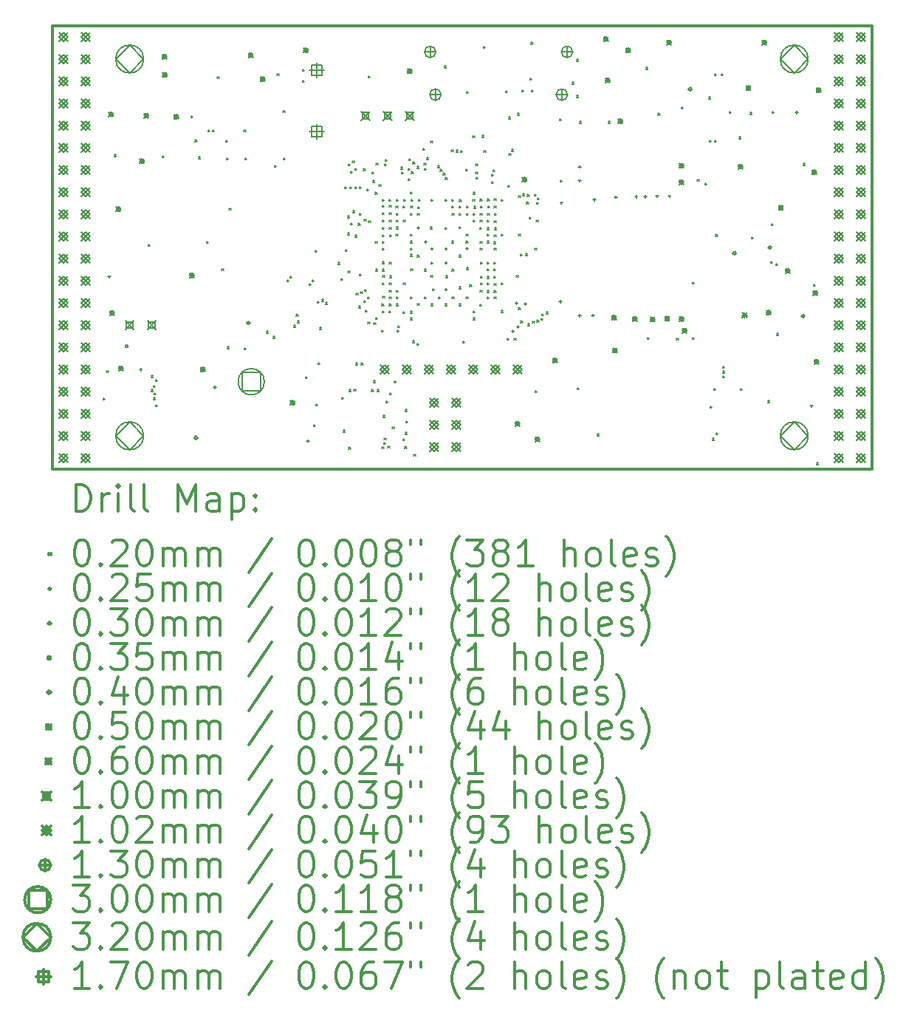
<source format=gbr>
%FSLAX45Y45*%
G04 Gerber Fmt 4.5, Leading zero omitted, Abs format (unit mm)*
G04 Created by KiCad (PCBNEW 5.0.0-rc2+dfsg1-3) date Wed Jul  4 21:30:31 2018*
%MOMM*%
%LPD*%
G01*
G04 APERTURE LIST*
%ADD10C,0.300000*%
%ADD11C,0.200000*%
G04 APERTURE END LIST*
D10*
X9410000Y-6142000D02*
X9410000Y-11222000D01*
X18808000Y-6142000D02*
X9410000Y-6142000D01*
X18808000Y-11222000D02*
X18808000Y-6142000D01*
X9410000Y-11222000D02*
X18808000Y-11222000D01*
D11*
X9998000Y-10410000D02*
X10018000Y-10430000D01*
X10018000Y-10410000D02*
X9998000Y-10430000D01*
X10035000Y-10094400D02*
X10055000Y-10114400D01*
X10055000Y-10094400D02*
X10035000Y-10114400D01*
X10125400Y-7619700D02*
X10145400Y-7639700D01*
X10145400Y-7619700D02*
X10125400Y-7639700D01*
X10514501Y-8649556D02*
X10534501Y-8669556D01*
X10534501Y-8649556D02*
X10514501Y-8669556D01*
X10545314Y-10310867D02*
X10565314Y-10330867D01*
X10565314Y-10310867D02*
X10545314Y-10330867D01*
X10547276Y-10151849D02*
X10567276Y-10171849D01*
X10567276Y-10151849D02*
X10547276Y-10171849D01*
X10574100Y-10266721D02*
X10594100Y-10286721D01*
X10594100Y-10266721D02*
X10574100Y-10286721D01*
X10574777Y-10403885D02*
X10594777Y-10423885D01*
X10594777Y-10403885D02*
X10574777Y-10423885D01*
X10579048Y-10351357D02*
X10599048Y-10371357D01*
X10599048Y-10351357D02*
X10579048Y-10371357D01*
X10597613Y-10199347D02*
X10617613Y-10219347D01*
X10617613Y-10199347D02*
X10597613Y-10219347D01*
X10598875Y-10487404D02*
X10618875Y-10507404D01*
X10618875Y-10487404D02*
X10598875Y-10507404D01*
X10671500Y-7632400D02*
X10691500Y-7652400D01*
X10691500Y-7632400D02*
X10671500Y-7652400D01*
X11001700Y-7175200D02*
X11021700Y-7195200D01*
X11021700Y-7175200D02*
X11001700Y-7195200D01*
X11049908Y-7448938D02*
X11069908Y-7468938D01*
X11069908Y-7448938D02*
X11049908Y-7468938D01*
X11090600Y-7645100D02*
X11110600Y-7665100D01*
X11110600Y-7645100D02*
X11090600Y-7665100D01*
X11179522Y-8615379D02*
X11199522Y-8635379D01*
X11199522Y-8615379D02*
X11179522Y-8635379D01*
X11197485Y-7337442D02*
X11217485Y-7357442D01*
X11217485Y-7337442D02*
X11197485Y-7357442D01*
X11251427Y-7337442D02*
X11271427Y-7357442D01*
X11271427Y-7337442D02*
X11251427Y-7357442D01*
X11305725Y-6724363D02*
X11325725Y-6744363D01*
X11325725Y-6724363D02*
X11305725Y-6744363D01*
X11356061Y-8927572D02*
X11376061Y-8947572D01*
X11376061Y-8927572D02*
X11356061Y-8947572D01*
X11400408Y-7451220D02*
X11420408Y-7471220D01*
X11420408Y-7451220D02*
X11400408Y-7471220D01*
X11408100Y-7657800D02*
X11428100Y-7677800D01*
X11428100Y-7657800D02*
X11408100Y-7677800D01*
X11418097Y-9819503D02*
X11438097Y-9839503D01*
X11438097Y-9819503D02*
X11418097Y-9839503D01*
X11441393Y-8230943D02*
X11461393Y-8250943D01*
X11461393Y-8230943D02*
X11441393Y-8250943D01*
X11609800Y-7337442D02*
X11629800Y-7357442D01*
X11629800Y-7337442D02*
X11609800Y-7357442D01*
X11612028Y-9831686D02*
X11632028Y-9851686D01*
X11632028Y-9831686D02*
X11612028Y-9851686D01*
X11624000Y-7657800D02*
X11644000Y-7677800D01*
X11644000Y-7657800D02*
X11624000Y-7677800D01*
X11869741Y-9643441D02*
X11889741Y-9663441D01*
X11889741Y-9643441D02*
X11869741Y-9663441D01*
X11941500Y-9702500D02*
X11961500Y-9722500D01*
X11961500Y-9702500D02*
X11941500Y-9722500D01*
X11959215Y-7739412D02*
X11979215Y-7759412D01*
X11979215Y-7739412D02*
X11959215Y-7759412D01*
X11990800Y-6690800D02*
X12010800Y-6710800D01*
X12010800Y-6690800D02*
X11990800Y-6710800D01*
X12056498Y-7112736D02*
X12076498Y-7132736D01*
X12076498Y-7112736D02*
X12056498Y-7132736D01*
X12063993Y-7659408D02*
X12083993Y-7679408D01*
X12083993Y-7659408D02*
X12063993Y-7679408D01*
X12106600Y-9054800D02*
X12126600Y-9074800D01*
X12126600Y-9054800D02*
X12106600Y-9074800D01*
X12139415Y-9013562D02*
X12159415Y-9033562D01*
X12159415Y-9013562D02*
X12139415Y-9033562D01*
X12182800Y-9575500D02*
X12202800Y-9595500D01*
X12202800Y-9575500D02*
X12182800Y-9595500D01*
X12210364Y-9448538D02*
X12230364Y-9468538D01*
X12230364Y-9448538D02*
X12210364Y-9468538D01*
X12220900Y-9524700D02*
X12240900Y-9544700D01*
X12240900Y-9524700D02*
X12220900Y-9544700D01*
X12282618Y-6643232D02*
X12302618Y-6663232D01*
X12302618Y-6643232D02*
X12282618Y-6663232D01*
X12284400Y-6768800D02*
X12304400Y-6788800D01*
X12304400Y-6768800D02*
X12284400Y-6788800D01*
X12317388Y-10161592D02*
X12337388Y-10181592D01*
X12337388Y-10161592D02*
X12317388Y-10181592D01*
X12360966Y-9096472D02*
X12380966Y-9116472D01*
X12380966Y-9096472D02*
X12360966Y-9116472D01*
X12391502Y-9053519D02*
X12411502Y-9073519D01*
X12411502Y-9053519D02*
X12391502Y-9073519D01*
X12410242Y-10710764D02*
X12430242Y-10730764D01*
X12430242Y-10710764D02*
X12410242Y-10730764D01*
X12426118Y-8717437D02*
X12446118Y-8737437D01*
X12446118Y-8717437D02*
X12426118Y-8737437D01*
X12426118Y-8717437D02*
X12446118Y-8737437D01*
X12446118Y-8717437D02*
X12426118Y-8737437D01*
X12434879Y-10477573D02*
X12454879Y-10497573D01*
X12454879Y-10477573D02*
X12434879Y-10497573D01*
X12453269Y-9302035D02*
X12473269Y-9322035D01*
X12473269Y-9302035D02*
X12453269Y-9322035D01*
X12460744Y-10002698D02*
X12480744Y-10022698D01*
X12480744Y-10002698D02*
X12460744Y-10022698D01*
X12474902Y-9600287D02*
X12494902Y-9620287D01*
X12494902Y-9600287D02*
X12474902Y-9620287D01*
X12501033Y-9279764D02*
X12521033Y-9299764D01*
X12521033Y-9279764D02*
X12501033Y-9299764D01*
X12542510Y-9313676D02*
X12562510Y-9333676D01*
X12562510Y-9313676D02*
X12542510Y-9333676D01*
X12687018Y-8855931D02*
X12707018Y-8875931D01*
X12707018Y-8855931D02*
X12687018Y-8875931D01*
X12720111Y-9035435D02*
X12740111Y-9055435D01*
X12740111Y-9035435D02*
X12720111Y-9055435D01*
X12731909Y-10397773D02*
X12751909Y-10417773D01*
X12751909Y-10397773D02*
X12731909Y-10417773D01*
X12748660Y-10777504D02*
X12768660Y-10797504D01*
X12768660Y-10777504D02*
X12748660Y-10797504D01*
X12764988Y-7989114D02*
X12784988Y-8009114D01*
X12784988Y-7989114D02*
X12764988Y-8009114D01*
X12771035Y-8708207D02*
X12791035Y-8728207D01*
X12791035Y-8708207D02*
X12771035Y-8728207D01*
X12796207Y-8322888D02*
X12816207Y-8342888D01*
X12816207Y-8322888D02*
X12796207Y-8342888D01*
X12799179Y-8517702D02*
X12819179Y-8537702D01*
X12819179Y-8517702D02*
X12799179Y-8537702D01*
X12803679Y-8951152D02*
X12823679Y-8971152D01*
X12823679Y-8951152D02*
X12803679Y-8971152D01*
X12805201Y-7723267D02*
X12825201Y-7743267D01*
X12825201Y-7723267D02*
X12805201Y-7743267D01*
X12811634Y-10971333D02*
X12831634Y-10991333D01*
X12831634Y-10971333D02*
X12811634Y-10991333D01*
X12814780Y-10310898D02*
X12834780Y-10330898D01*
X12834780Y-10310898D02*
X12814780Y-10330898D01*
X12822879Y-7985310D02*
X12842879Y-8005310D01*
X12842879Y-7985310D02*
X12822879Y-8005310D01*
X12834680Y-7807951D02*
X12854680Y-7827951D01*
X12854680Y-7807951D02*
X12834680Y-7827951D01*
X12835268Y-8401687D02*
X12855268Y-8421687D01*
X12855268Y-8401687D02*
X12835268Y-8421687D01*
X12854493Y-7691566D02*
X12874493Y-7711566D01*
X12874493Y-7691566D02*
X12854493Y-7711566D01*
X12859178Y-8263722D02*
X12879178Y-8283722D01*
X12879178Y-8263722D02*
X12859178Y-8283722D01*
X12870682Y-10308590D02*
X12890682Y-10328590D01*
X12890682Y-10308590D02*
X12870682Y-10328590D01*
X12880857Y-7988548D02*
X12900857Y-8008548D01*
X12900857Y-7988548D02*
X12880857Y-8008548D01*
X12881301Y-8540585D02*
X12901301Y-8560585D01*
X12901301Y-8540585D02*
X12881301Y-8560585D01*
X12886175Y-7777882D02*
X12906175Y-7797882D01*
X12906175Y-7777882D02*
X12886175Y-7797882D01*
X12890520Y-10007480D02*
X12910520Y-10027480D01*
X12910520Y-10007480D02*
X12890520Y-10027480D01*
X12895573Y-9206272D02*
X12915573Y-9226272D01*
X12915573Y-9206272D02*
X12895573Y-9226272D01*
X12920256Y-8405350D02*
X12940256Y-8425350D01*
X12940256Y-8405350D02*
X12920256Y-8425350D01*
X12926203Y-9354578D02*
X12946203Y-9374578D01*
X12946203Y-9354578D02*
X12926203Y-9374578D01*
X12933760Y-7984679D02*
X12953760Y-8004679D01*
X12953760Y-7984679D02*
X12933760Y-8004679D01*
X12934924Y-8983794D02*
X12954924Y-9003794D01*
X12954924Y-8983794D02*
X12934924Y-9003794D01*
X12935809Y-8290406D02*
X12955809Y-8310406D01*
X12955809Y-8290406D02*
X12935809Y-8310406D01*
X12946857Y-9190566D02*
X12966857Y-9210566D01*
X12966857Y-9190566D02*
X12946857Y-9210566D01*
X12956000Y-10005500D02*
X12976000Y-10025500D01*
X12976000Y-10005500D02*
X12956000Y-10025500D01*
X12982095Y-7781082D02*
X13002095Y-7801082D01*
X13002095Y-7781082D02*
X12982095Y-7801082D01*
X12987271Y-9293510D02*
X13007271Y-9313510D01*
X13007271Y-9293510D02*
X12987271Y-9313510D01*
X12989202Y-8359151D02*
X13009202Y-8379151D01*
X13009202Y-8359151D02*
X12989202Y-8379151D01*
X12991955Y-9163298D02*
X13011955Y-9183298D01*
X13011955Y-9163298D02*
X12991955Y-9183298D01*
X13002337Y-9402267D02*
X13022337Y-9422267D01*
X13022337Y-9402267D02*
X13002337Y-9422267D01*
X13017215Y-8013821D02*
X13037215Y-8033821D01*
X13037215Y-8013821D02*
X13017215Y-8033821D01*
X13028454Y-9248473D02*
X13048454Y-9268473D01*
X13048454Y-9248473D02*
X13028454Y-9268473D01*
X13032200Y-9535600D02*
X13052200Y-9555600D01*
X13052200Y-9535600D02*
X13032200Y-9555600D01*
X13033700Y-6718000D02*
X13053700Y-6738000D01*
X13053700Y-6718000D02*
X13033700Y-6738000D01*
X13038793Y-8376986D02*
X13058793Y-8396986D01*
X13058793Y-8376986D02*
X13038793Y-8396986D01*
X13073948Y-10310899D02*
X13093948Y-10330899D01*
X13093948Y-10310899D02*
X13073948Y-10330899D01*
X13077859Y-7815329D02*
X13097859Y-7835329D01*
X13097859Y-7815329D02*
X13077859Y-7835329D01*
X13085264Y-7914901D02*
X13105264Y-7934901D01*
X13105264Y-7914901D02*
X13085264Y-7934901D01*
X13093907Y-10208700D02*
X13113907Y-10228700D01*
X13113907Y-10208700D02*
X13093907Y-10228700D01*
X13098471Y-9546418D02*
X13118471Y-9566418D01*
X13118471Y-9546418D02*
X13098471Y-9566418D01*
X13116430Y-8612711D02*
X13136430Y-8632711D01*
X13136430Y-8612711D02*
X13116430Y-8632711D01*
X13116518Y-8052178D02*
X13136518Y-8072178D01*
X13136518Y-8052178D02*
X13116518Y-8072178D01*
X13117950Y-8930733D02*
X13137950Y-8950733D01*
X13137950Y-8930733D02*
X13117950Y-8950733D01*
X13121616Y-9485914D02*
X13141616Y-9505914D01*
X13141616Y-9485914D02*
X13121616Y-9505914D01*
X13125345Y-7716470D02*
X13145345Y-7736470D01*
X13145345Y-7716470D02*
X13125345Y-7736470D01*
X13135385Y-10310829D02*
X13155385Y-10330829D01*
X13155385Y-10310829D02*
X13135385Y-10330829D01*
X13157757Y-7959799D02*
X13177757Y-7979799D01*
X13177757Y-7959799D02*
X13157757Y-7979799D01*
X13188633Y-9630479D02*
X13208633Y-9650479D01*
X13208633Y-9630479D02*
X13188633Y-9650479D01*
X13192441Y-10966678D02*
X13212441Y-10986678D01*
X13212441Y-10966678D02*
X13192441Y-10986678D01*
X13193199Y-9330000D02*
X13213199Y-9350000D01*
X13213199Y-9330000D02*
X13193199Y-9350000D01*
X13197562Y-8931064D02*
X13217562Y-8951064D01*
X13217562Y-8931064D02*
X13197562Y-8951064D01*
X13197734Y-9090201D02*
X13217734Y-9110201D01*
X13217734Y-9090201D02*
X13197734Y-9110201D01*
X13197902Y-8284734D02*
X13217902Y-8304734D01*
X13217902Y-8284734D02*
X13197902Y-8304734D01*
X13197999Y-8200333D02*
X13217999Y-8220333D01*
X13217999Y-8200333D02*
X13197999Y-8220333D01*
X13198000Y-8690000D02*
X13218000Y-8710000D01*
X13218000Y-8690000D02*
X13198000Y-8710000D01*
X13198000Y-9410000D02*
X13218000Y-9430000D01*
X13218000Y-9410000D02*
X13198000Y-9430000D01*
X13198303Y-8616041D02*
X13218303Y-8636041D01*
X13218303Y-8616041D02*
X13198303Y-8636041D01*
X13198368Y-8369136D02*
X13218368Y-8389136D01*
X13218368Y-8369136D02*
X13198368Y-8389136D01*
X13198405Y-8845827D02*
X13218405Y-8865827D01*
X13218405Y-8845827D02*
X13198405Y-8865827D01*
X13198801Y-8130801D02*
X13218801Y-8150801D01*
X13218801Y-8130801D02*
X13198801Y-8150801D01*
X13198979Y-8537938D02*
X13218979Y-8557938D01*
X13218979Y-8537938D02*
X13198979Y-8557938D01*
X13199289Y-8453537D02*
X13219289Y-8473537D01*
X13219289Y-8453537D02*
X13199289Y-8473537D01*
X13200000Y-9005799D02*
X13220000Y-9025799D01*
X13220000Y-9005799D02*
X13200000Y-9025799D01*
X13201075Y-9242748D02*
X13221075Y-9262748D01*
X13221075Y-9242748D02*
X13201075Y-9262748D01*
X13206286Y-10608587D02*
X13226286Y-10628587D01*
X13226286Y-10608587D02*
X13206286Y-10628587D01*
X13211973Y-10917729D02*
X13231973Y-10937729D01*
X13231973Y-10917729D02*
X13211973Y-10937729D01*
X13218587Y-10865445D02*
X13238587Y-10885445D01*
X13238587Y-10865445D02*
X13218587Y-10885445D01*
X13220903Y-7724256D02*
X13240903Y-7744256D01*
X13240903Y-7724256D02*
X13220903Y-7744256D01*
X13232873Y-7672932D02*
X13252873Y-7692932D01*
X13252873Y-7672932D02*
X13232873Y-7692932D01*
X13236800Y-10440341D02*
X13256800Y-10460341D01*
X13256800Y-10440341D02*
X13236800Y-10460341D01*
X13260800Y-10958000D02*
X13280800Y-10978000D01*
X13280800Y-10958000D02*
X13260800Y-10978000D01*
X13272048Y-8130098D02*
X13292048Y-8150098D01*
X13292048Y-8130098D02*
X13272048Y-8150098D01*
X13274623Y-9409707D02*
X13294623Y-9429707D01*
X13294623Y-9409707D02*
X13274623Y-9429707D01*
X13277261Y-8284735D02*
X13297261Y-8304735D01*
X13297261Y-8284735D02*
X13277261Y-8304735D01*
X13278000Y-8200334D02*
X13298000Y-8220334D01*
X13298000Y-8200334D02*
X13278000Y-8220334D01*
X13278000Y-8850000D02*
X13298000Y-8870000D01*
X13298000Y-8850000D02*
X13278000Y-8870000D01*
X13278000Y-9090000D02*
X13298000Y-9110000D01*
X13298000Y-9090000D02*
X13278000Y-9110000D01*
X13278000Y-9170000D02*
X13298000Y-9190000D01*
X13298000Y-9170000D02*
X13278000Y-9190000D01*
X13278000Y-9250000D02*
X13298000Y-9270000D01*
X13298000Y-9250000D02*
X13278000Y-9270000D01*
X13278000Y-9330000D02*
X13298000Y-9350000D01*
X13298000Y-9330000D02*
X13278000Y-9350000D01*
X13278175Y-8369136D02*
X13298175Y-8389136D01*
X13298175Y-8369136D02*
X13278175Y-8389136D01*
X13278218Y-8453537D02*
X13298218Y-8473537D01*
X13298218Y-8453537D02*
X13278218Y-8473537D01*
X13279688Y-8536938D02*
X13299688Y-8556938D01*
X13299688Y-8536938D02*
X13279688Y-8556938D01*
X13280000Y-9008000D02*
X13300000Y-9028000D01*
X13300000Y-9008000D02*
X13280000Y-9028000D01*
X13282849Y-10350134D02*
X13302849Y-10370134D01*
X13302849Y-10350134D02*
X13282849Y-10370134D01*
X13311600Y-10736500D02*
X13331600Y-10756500D01*
X13331600Y-10736500D02*
X13311600Y-10756500D01*
X13352314Y-8526642D02*
X13372314Y-8546642D01*
X13372314Y-8526642D02*
X13352314Y-8546642D01*
X13354839Y-8209060D02*
X13374839Y-8229060D01*
X13374839Y-8209060D02*
X13354839Y-8229060D01*
X13356449Y-8131468D02*
X13376449Y-8151468D01*
X13376449Y-8131468D02*
X13356449Y-8151468D01*
X13357194Y-8449520D02*
X13377194Y-8469520D01*
X13377194Y-8449520D02*
X13357194Y-8469520D01*
X13358000Y-8290000D02*
X13378000Y-8310000D01*
X13378000Y-8290000D02*
X13358000Y-8310000D01*
X13358000Y-8370000D02*
X13378000Y-8390000D01*
X13378000Y-8370000D02*
X13358000Y-8390000D01*
X13358000Y-9170000D02*
X13378000Y-9190000D01*
X13378000Y-9170000D02*
X13358000Y-9190000D01*
X13358000Y-9250000D02*
X13378000Y-9270000D01*
X13378000Y-9250000D02*
X13358000Y-9270000D01*
X13358548Y-9330230D02*
X13378548Y-9350230D01*
X13378548Y-9330230D02*
X13358548Y-9350230D01*
X13366285Y-9629515D02*
X13386285Y-9649515D01*
X13386285Y-9629515D02*
X13366285Y-9649515D01*
X13375239Y-9577580D02*
X13395239Y-9597580D01*
X13395239Y-9577580D02*
X13375239Y-9597580D01*
X13407730Y-7762109D02*
X13427730Y-7782109D01*
X13427730Y-7762109D02*
X13407730Y-7782109D01*
X13415018Y-7815381D02*
X13435018Y-7835381D01*
X13435018Y-7815381D02*
X13415018Y-7835381D01*
X13433398Y-8208015D02*
X13453398Y-8228015D01*
X13453398Y-8208015D02*
X13433398Y-8228015D01*
X13435582Y-9416717D02*
X13455582Y-9436717D01*
X13455582Y-9416717D02*
X13435582Y-9436717D01*
X13436400Y-10874197D02*
X13456400Y-10894197D01*
X13456400Y-10874197D02*
X13436400Y-10894197D01*
X13438000Y-8370000D02*
X13458000Y-8390000D01*
X13458000Y-8370000D02*
X13438000Y-8390000D01*
X13438000Y-9090000D02*
X13458000Y-9110000D01*
X13458000Y-9090000D02*
X13438000Y-9110000D01*
X13440850Y-8130675D02*
X13460850Y-8150675D01*
X13460850Y-8130675D02*
X13440850Y-8150675D01*
X13453687Y-10961995D02*
X13473687Y-10981995D01*
X13473687Y-10961995D02*
X13453687Y-10981995D01*
X13457587Y-10803159D02*
X13477587Y-10823159D01*
X13477587Y-10803159D02*
X13457587Y-10823159D01*
X13460735Y-10540845D02*
X13480735Y-10560845D01*
X13480735Y-10540845D02*
X13460735Y-10560845D01*
X13465065Y-10671051D02*
X13485065Y-10691051D01*
X13485065Y-10671051D02*
X13465065Y-10691051D01*
X13492132Y-7892495D02*
X13512132Y-7912495D01*
X13512132Y-7892495D02*
X13492132Y-7912495D01*
X13493478Y-7773120D02*
X13513478Y-7793120D01*
X13513478Y-7773120D02*
X13493478Y-7793120D01*
X13502968Y-7663013D02*
X13522968Y-7683013D01*
X13522968Y-7663013D02*
X13502968Y-7683013D01*
X13516300Y-8762700D02*
X13536300Y-8782700D01*
X13536300Y-8762700D02*
X13516300Y-8782700D01*
X13518000Y-8292201D02*
X13538000Y-8312201D01*
X13538000Y-8292201D02*
X13518000Y-8312201D01*
X13518000Y-8530000D02*
X13538000Y-8550000D01*
X13538000Y-8530000D02*
X13518000Y-8550000D01*
X13518000Y-8610000D02*
X13538000Y-8630000D01*
X13538000Y-8610000D02*
X13518000Y-8630000D01*
X13518000Y-8690000D02*
X13538000Y-8710000D01*
X13538000Y-8690000D02*
X13518000Y-8710000D01*
X13518000Y-9250000D02*
X13538000Y-9270000D01*
X13538000Y-9250000D02*
X13518000Y-9270000D01*
X13518128Y-8048312D02*
X13538128Y-8068312D01*
X13538128Y-8048312D02*
X13518128Y-8068312D01*
X13518463Y-9488530D02*
X13538463Y-9508530D01*
X13538463Y-9488530D02*
X13518463Y-9508530D01*
X13518862Y-9412562D02*
X13538862Y-9432562D01*
X13538862Y-9412562D02*
X13518862Y-9432562D01*
X13521538Y-8209385D02*
X13541538Y-8229385D01*
X13541538Y-8209385D02*
X13521538Y-8229385D01*
X13524276Y-8928163D02*
X13544276Y-8948163D01*
X13544276Y-8928163D02*
X13524276Y-8948163D01*
X13525957Y-8129544D02*
X13545957Y-8149544D01*
X13545957Y-8129544D02*
X13525957Y-8149544D01*
X13531439Y-7812965D02*
X13551439Y-7832965D01*
X13551439Y-7812965D02*
X13531439Y-7832965D01*
X13541700Y-9753300D02*
X13561700Y-9773300D01*
X13561700Y-9753300D02*
X13541700Y-9773300D01*
X13548770Y-7704070D02*
X13568770Y-7724070D01*
X13568770Y-7704070D02*
X13548770Y-7724070D01*
X13555656Y-11051071D02*
X13575656Y-11071071D01*
X13575656Y-11051071D02*
X13555656Y-11071071D01*
X13594882Y-7754550D02*
X13614882Y-7774550D01*
X13614882Y-7754550D02*
X13594882Y-7774550D01*
X13595027Y-9781423D02*
X13615027Y-9801423D01*
X13615027Y-9781423D02*
X13595027Y-9801423D01*
X13598000Y-8290000D02*
X13618000Y-8310000D01*
X13618000Y-8290000D02*
X13598000Y-8310000D01*
X13598000Y-8770000D02*
X13618000Y-8790000D01*
X13618000Y-8770000D02*
X13598000Y-8790000D01*
X13599596Y-9326965D02*
X13619596Y-9346965D01*
X13619596Y-9326965D02*
X13599596Y-9346965D01*
X13602455Y-8216004D02*
X13622455Y-8236004D01*
X13622455Y-8216004D02*
X13602455Y-8236004D01*
X13613334Y-8133723D02*
X13633334Y-8153723D01*
X13633334Y-8133723D02*
X13613334Y-8153723D01*
X13664259Y-7547941D02*
X13684259Y-7567941D01*
X13684259Y-7547941D02*
X13664259Y-7567941D01*
X13676320Y-7718760D02*
X13696320Y-7738760D01*
X13696320Y-7718760D02*
X13676320Y-7738760D01*
X13678000Y-8930000D02*
X13698000Y-8950000D01*
X13698000Y-8930000D02*
X13678000Y-8950000D01*
X13678000Y-9250000D02*
X13698000Y-9270000D01*
X13698000Y-9250000D02*
X13678000Y-9270000D01*
X13679461Y-7776107D02*
X13699461Y-7796107D01*
X13699461Y-7776107D02*
X13679461Y-7796107D01*
X13707437Y-7652487D02*
X13727437Y-7672487D01*
X13727437Y-7652487D02*
X13707437Y-7672487D01*
X13745078Y-8447729D02*
X13765078Y-8467729D01*
X13765078Y-8447729D02*
X13745078Y-8467729D01*
X13752489Y-9002290D02*
X13772489Y-9022290D01*
X13772489Y-9002290D02*
X13752489Y-9022290D01*
X13752520Y-7459680D02*
X13772520Y-7479680D01*
X13772520Y-7459680D02*
X13752520Y-7479680D01*
X13758000Y-8130000D02*
X13778000Y-8150000D01*
X13778000Y-8130000D02*
X13758000Y-8150000D01*
X13758000Y-8850000D02*
X13778000Y-8870000D01*
X13778000Y-8850000D02*
X13758000Y-8870000D01*
X13758000Y-9330000D02*
X13778000Y-9350000D01*
X13778000Y-9330000D02*
X13758000Y-9350000D01*
X13770300Y-9156400D02*
X13790300Y-9176400D01*
X13790300Y-9156400D02*
X13770300Y-9176400D01*
X13830592Y-7745154D02*
X13850592Y-7765154D01*
X13850592Y-7745154D02*
X13830592Y-7765154D01*
X13838000Y-9250000D02*
X13858000Y-9270000D01*
X13858000Y-9250000D02*
X13838000Y-9270000D01*
X13862293Y-7788159D02*
X13882293Y-7808159D01*
X13882293Y-7788159D02*
X13862293Y-7808159D01*
X13893994Y-7831909D02*
X13913994Y-7851909D01*
X13913994Y-7831909D02*
X13893994Y-7851909D01*
X13910000Y-6603700D02*
X13930000Y-6623700D01*
X13930000Y-6603700D02*
X13910000Y-6623700D01*
X13917252Y-8451135D02*
X13937252Y-8471135D01*
X13937252Y-8451135D02*
X13917252Y-8471135D01*
X13918000Y-8130000D02*
X13938000Y-8150000D01*
X13938000Y-8130000D02*
X13918000Y-8150000D01*
X13918000Y-9330000D02*
X13938000Y-9350000D01*
X13938000Y-9330000D02*
X13918000Y-9350000D01*
X13921466Y-7881869D02*
X13941466Y-7901869D01*
X13941466Y-7881869D02*
X13921466Y-7901869D01*
X13922232Y-9006404D02*
X13942232Y-9026404D01*
X13942232Y-9006404D02*
X13922232Y-9026404D01*
X13989274Y-7564800D02*
X14009274Y-7584800D01*
X14009274Y-7564800D02*
X13989274Y-7584800D01*
X13991460Y-8609297D02*
X14011460Y-8629297D01*
X14011460Y-8609297D02*
X13991460Y-8629297D01*
X13992898Y-8130000D02*
X14012898Y-8150000D01*
X14012898Y-8130000D02*
X13992898Y-8150000D01*
X13992898Y-8210000D02*
X14012898Y-8230000D01*
X14012898Y-8210000D02*
X13992898Y-8230000D01*
X13996000Y-8292000D02*
X14016000Y-8312000D01*
X14016000Y-8292000D02*
X13996000Y-8312000D01*
X13998000Y-8930000D02*
X14018000Y-8950000D01*
X14018000Y-8930000D02*
X13998000Y-8950000D01*
X13998000Y-9250000D02*
X14018000Y-9270000D01*
X14018000Y-9250000D02*
X13998000Y-9270000D01*
X14041773Y-7569399D02*
X14061773Y-7589399D01*
X14061773Y-7569399D02*
X14041773Y-7589399D01*
X14076133Y-8294127D02*
X14096133Y-8314127D01*
X14096133Y-8294127D02*
X14076133Y-8314127D01*
X14077299Y-8207716D02*
X14097299Y-8227716D01*
X14097299Y-8207716D02*
X14077299Y-8227716D01*
X14077419Y-9133335D02*
X14097419Y-9153335D01*
X14097419Y-9133335D02*
X14077419Y-9153335D01*
X14077693Y-8445254D02*
X14097693Y-8465254D01*
X14097693Y-8445254D02*
X14077693Y-8465254D01*
X14078000Y-9330000D02*
X14098000Y-9350000D01*
X14098000Y-9330000D02*
X14078000Y-9350000D01*
X14079623Y-8771623D02*
X14099623Y-8791623D01*
X14099623Y-8771623D02*
X14079623Y-8791623D01*
X14082264Y-8134744D02*
X14102264Y-8154744D01*
X14102264Y-8134744D02*
X14082264Y-8154744D01*
X14094211Y-7574661D02*
X14114211Y-7594661D01*
X14114211Y-7574661D02*
X14094211Y-7594661D01*
X14118066Y-9754201D02*
X14138066Y-9774201D01*
X14138066Y-9754201D02*
X14118066Y-9774201D01*
X14152481Y-7781450D02*
X14172481Y-7801450D01*
X14172481Y-7781450D02*
X14152481Y-7801450D01*
X14158000Y-8530000D02*
X14178000Y-8550000D01*
X14178000Y-8530000D02*
X14158000Y-8550000D01*
X14158000Y-8610000D02*
X14178000Y-8630000D01*
X14178000Y-8610000D02*
X14158000Y-8630000D01*
X14158000Y-9250000D02*
X14178000Y-9270000D01*
X14178000Y-9250000D02*
X14158000Y-9270000D01*
X14162701Y-8209494D02*
X14182701Y-8229494D01*
X14182701Y-8209494D02*
X14162701Y-8229494D01*
X14162701Y-8289887D02*
X14182701Y-8309887D01*
X14182701Y-8289887D02*
X14162701Y-8309887D01*
X14164000Y-8915099D02*
X14184000Y-8935099D01*
X14184000Y-8915099D02*
X14164000Y-8935099D01*
X14164285Y-6893836D02*
X14184285Y-6913836D01*
X14184285Y-6893836D02*
X14164285Y-6913836D01*
X14200722Y-9110102D02*
X14220722Y-9130102D01*
X14220722Y-9110102D02*
X14200722Y-9130102D01*
X14233699Y-7403800D02*
X14253699Y-7423800D01*
X14253699Y-7403800D02*
X14233699Y-7423800D01*
X14235032Y-8132000D02*
X14255032Y-8152000D01*
X14255032Y-8132000D02*
X14235032Y-8152000D01*
X14236000Y-8052000D02*
X14256000Y-8072000D01*
X14256000Y-8052000D02*
X14236000Y-8072000D01*
X14236000Y-8292000D02*
X14256000Y-8312000D01*
X14256000Y-8292000D02*
X14236000Y-8312000D01*
X14238000Y-8370000D02*
X14258000Y-8390000D01*
X14258000Y-8370000D02*
X14238000Y-8390000D01*
X14238000Y-9410000D02*
X14258000Y-9430000D01*
X14258000Y-9410000D02*
X14238000Y-9430000D01*
X14238000Y-9490000D02*
X14258000Y-9510000D01*
X14258000Y-9490000D02*
X14238000Y-9510000D01*
X14247102Y-8210435D02*
X14267102Y-8230435D01*
X14267102Y-8210435D02*
X14247102Y-8230435D01*
X14268441Y-7818307D02*
X14288441Y-7838307D01*
X14288441Y-7818307D02*
X14268441Y-7838307D01*
X14268583Y-7724192D02*
X14288583Y-7744192D01*
X14288583Y-7724192D02*
X14268583Y-7744192D01*
X14271130Y-7874603D02*
X14291130Y-7894603D01*
X14291130Y-7874603D02*
X14271130Y-7894603D01*
X14316000Y-8452000D02*
X14336000Y-8472000D01*
X14336000Y-8452000D02*
X14316000Y-8472000D01*
X14316969Y-9331491D02*
X14336969Y-9351491D01*
X14336969Y-9331491D02*
X14316969Y-9351491D01*
X14318000Y-8370000D02*
X14338000Y-8390000D01*
X14338000Y-8370000D02*
X14318000Y-8390000D01*
X14318000Y-8690000D02*
X14338000Y-8710000D01*
X14338000Y-8690000D02*
X14318000Y-8710000D01*
X14318000Y-9170000D02*
X14338000Y-9190000D01*
X14338000Y-9170000D02*
X14318000Y-9190000D01*
X14318740Y-8294201D02*
X14338740Y-8314201D01*
X14338740Y-8294201D02*
X14318740Y-8314201D01*
X14319433Y-8127729D02*
X14339433Y-8147729D01*
X14339433Y-8127729D02*
X14319433Y-8147729D01*
X14320000Y-8612000D02*
X14340000Y-8632000D01*
X14340000Y-8612000D02*
X14320000Y-8632000D01*
X14322201Y-8849503D02*
X14342201Y-8869503D01*
X14342201Y-8849503D02*
X14322201Y-8869503D01*
X14322201Y-9010195D02*
X14342201Y-9030195D01*
X14342201Y-9010195D02*
X14322201Y-9030195D01*
X14322201Y-9090066D02*
X14342201Y-9110066D01*
X14342201Y-9090066D02*
X14322201Y-9110066D01*
X14323265Y-8209799D02*
X14343265Y-8229799D01*
X14343265Y-8209799D02*
X14323265Y-8229799D01*
X14341800Y-7397450D02*
X14361800Y-7417450D01*
X14361800Y-7397450D02*
X14341800Y-7417450D01*
X14355067Y-6376252D02*
X14375067Y-6396252D01*
X14375067Y-6376252D02*
X14355067Y-6396252D01*
X14360888Y-7571730D02*
X14380888Y-7591730D01*
X14380888Y-7571730D02*
X14360888Y-7591730D01*
X14396483Y-9177765D02*
X14416483Y-9197765D01*
X14416483Y-9177765D02*
X14396483Y-9197765D01*
X14397624Y-8929530D02*
X14417624Y-8949530D01*
X14417624Y-8929530D02*
X14397624Y-8949530D01*
X14397701Y-9016697D02*
X14417701Y-9036697D01*
X14417701Y-9016697D02*
X14397701Y-9036697D01*
X14398000Y-8610000D02*
X14418000Y-8630000D01*
X14418000Y-8610000D02*
X14398000Y-8630000D01*
X14398000Y-9085650D02*
X14418000Y-9105650D01*
X14418000Y-9085650D02*
X14398000Y-9105650D01*
X14398283Y-8848451D02*
X14418283Y-8868451D01*
X14418283Y-8848451D02*
X14398283Y-8868451D01*
X14400201Y-8529722D02*
X14420201Y-8549722D01*
X14420201Y-8529722D02*
X14400201Y-8549722D01*
X14400319Y-8367799D02*
X14420319Y-8387799D01*
X14420319Y-8367799D02*
X14400319Y-8387799D01*
X14400350Y-8456040D02*
X14420350Y-8476040D01*
X14420350Y-8456040D02*
X14400350Y-8476040D01*
X14401325Y-9248876D02*
X14421325Y-9268876D01*
X14421325Y-9248876D02*
X14401325Y-9268876D01*
X14403141Y-8290000D02*
X14423141Y-8310000D01*
X14423141Y-8290000D02*
X14403141Y-8310000D01*
X14403835Y-8128377D02*
X14423835Y-8148377D01*
X14423835Y-8128377D02*
X14403835Y-8148377D01*
X14407666Y-8210000D02*
X14427666Y-8230000D01*
X14427666Y-8210000D02*
X14407666Y-8230000D01*
X14450634Y-7841735D02*
X14470634Y-7861735D01*
X14470634Y-7841735D02*
X14450634Y-7861735D01*
X14450634Y-7926136D02*
X14470634Y-7946136D01*
X14470634Y-7926136D02*
X14450634Y-7946136D01*
X14469153Y-7792394D02*
X14489153Y-7812394D01*
X14489153Y-7792394D02*
X14469153Y-7812394D01*
X14475676Y-8924990D02*
X14495676Y-8944990D01*
X14495676Y-8924990D02*
X14475676Y-8944990D01*
X14476724Y-9009392D02*
X14496724Y-9029392D01*
X14496724Y-9009392D02*
X14476724Y-9029392D01*
X14477515Y-8619275D02*
X14497515Y-8639275D01*
X14497515Y-8619275D02*
X14477515Y-8639275D01*
X14477765Y-8852201D02*
X14497765Y-8872201D01*
X14497765Y-8852201D02*
X14477765Y-8872201D01*
X14478235Y-9247799D02*
X14498235Y-9267799D01*
X14498235Y-9247799D02*
X14478235Y-9267799D01*
X14478778Y-8123192D02*
X14498778Y-8143192D01*
X14498778Y-8123192D02*
X14478778Y-8143192D01*
X14478812Y-8207593D02*
X14498812Y-8227593D01*
X14498812Y-8207593D02*
X14478812Y-8227593D01*
X14478935Y-8534874D02*
X14498935Y-8554874D01*
X14498935Y-8534874D02*
X14478935Y-8554874D01*
X14479160Y-9178194D02*
X14499160Y-9198194D01*
X14499160Y-9178194D02*
X14479160Y-9198194D01*
X14479432Y-8687756D02*
X14499432Y-8707756D01*
X14499432Y-8687756D02*
X14479432Y-8707756D01*
X14479670Y-8376395D02*
X14499670Y-8396395D01*
X14499670Y-8376395D02*
X14479670Y-8396395D01*
X14480294Y-9093793D02*
X14500294Y-9113793D01*
X14500294Y-9093793D02*
X14480294Y-9113793D01*
X14481241Y-8455796D02*
X14501241Y-8475796D01*
X14501241Y-8455796D02*
X14481241Y-8475796D01*
X14481689Y-8291994D02*
X14501689Y-8311994D01*
X14501689Y-8291994D02*
X14481689Y-8311994D01*
X14557281Y-8529606D02*
X14577281Y-8549606D01*
X14577281Y-8529606D02*
X14557281Y-8549606D01*
X14558000Y-8130512D02*
X14578000Y-8150512D01*
X14578000Y-8130512D02*
X14558000Y-8150512D01*
X14558739Y-9089665D02*
X14578739Y-9109665D01*
X14578739Y-9089665D02*
X14558739Y-9109665D01*
X14559124Y-9406675D02*
X14579124Y-9426675D01*
X14579124Y-9406675D02*
X14559124Y-9426675D01*
X14613342Y-6884608D02*
X14633342Y-6904608D01*
X14633342Y-6884608D02*
X14613342Y-6904608D01*
X14629479Y-9723392D02*
X14649479Y-9743392D01*
X14649479Y-9723392D02*
X14629479Y-9743392D01*
X14638141Y-7971938D02*
X14658141Y-7991938D01*
X14658141Y-7971938D02*
X14638141Y-7991938D01*
X14646600Y-7187900D02*
X14666600Y-7207900D01*
X14666600Y-7187900D02*
X14646600Y-7207900D01*
X14648744Y-7607406D02*
X14668744Y-7627406D01*
X14668744Y-7607406D02*
X14648744Y-7627406D01*
X14680980Y-7560789D02*
X14700980Y-7580789D01*
X14700980Y-7560789D02*
X14680980Y-7580789D01*
X14707598Y-9723392D02*
X14727598Y-9743392D01*
X14727598Y-9723392D02*
X14707598Y-9743392D01*
X14733095Y-9001248D02*
X14753095Y-9021248D01*
X14753095Y-9001248D02*
X14733095Y-9021248D01*
X14748200Y-7143450D02*
X14768200Y-7163450D01*
X14768200Y-7143450D02*
X14748200Y-7163450D01*
X14758739Y-8527409D02*
X14778739Y-8547409D01*
X14778739Y-8527409D02*
X14758739Y-8547409D01*
X14758831Y-8088311D02*
X14778831Y-8108311D01*
X14778831Y-8088311D02*
X14758831Y-8108311D01*
X14760000Y-9372000D02*
X14780000Y-9392000D01*
X14780000Y-9372000D02*
X14760000Y-9392000D01*
X14781079Y-8758342D02*
X14801079Y-8778342D01*
X14801079Y-8758342D02*
X14781079Y-8778342D01*
X14782886Y-9523902D02*
X14802886Y-9543902D01*
X14802886Y-9523902D02*
X14782886Y-9543902D01*
X14799000Y-6876750D02*
X14819000Y-6896750D01*
X14819000Y-6876750D02*
X14799000Y-6896750D01*
X14807525Y-8068155D02*
X14827525Y-8088155D01*
X14827525Y-8068155D02*
X14807525Y-8088155D01*
X14838354Y-8752346D02*
X14858354Y-8772346D01*
X14858354Y-8752346D02*
X14838354Y-8772346D01*
X14851066Y-8160586D02*
X14871066Y-8180586D01*
X14871066Y-8160586D02*
X14851066Y-8180586D01*
X14859611Y-8076185D02*
X14879611Y-8096185D01*
X14879611Y-8076185D02*
X14859611Y-8096185D01*
X14864798Y-9556963D02*
X14884798Y-9576963D01*
X14884798Y-9556963D02*
X14864798Y-9576963D01*
X14882151Y-8334201D02*
X14902151Y-8354201D01*
X14902151Y-8334201D02*
X14882151Y-8354201D01*
X14887900Y-6742997D02*
X14907900Y-6762997D01*
X14907900Y-6742997D02*
X14887900Y-6762997D01*
X14903412Y-6332405D02*
X14923412Y-6352405D01*
X14923412Y-6332405D02*
X14903412Y-6352405D01*
X14906950Y-6876750D02*
X14926950Y-6896750D01*
X14926950Y-6876750D02*
X14906950Y-6896750D01*
X14918439Y-9527799D02*
X14938439Y-9547799D01*
X14938439Y-9527799D02*
X14918439Y-9547799D01*
X14942722Y-8073801D02*
X14962722Y-8093801D01*
X14962722Y-8073801D02*
X14942722Y-8093801D01*
X14945314Y-8688944D02*
X14965314Y-8708944D01*
X14965314Y-8688944D02*
X14945314Y-8708944D01*
X14947728Y-10322085D02*
X14967728Y-10342085D01*
X14967728Y-10322085D02*
X14947728Y-10342085D01*
X14963249Y-8370769D02*
X14983249Y-8390769D01*
X14983249Y-8370769D02*
X14963249Y-8390769D01*
X14968729Y-8167499D02*
X14988729Y-8187499D01*
X14988729Y-8167499D02*
X14968729Y-8187499D01*
X14969589Y-9515108D02*
X14989589Y-9535108D01*
X14989589Y-9515108D02*
X14969589Y-9535108D01*
X14975319Y-8115211D02*
X14995319Y-8135211D01*
X14995319Y-8115211D02*
X14975319Y-8135211D01*
X15017890Y-9494025D02*
X15037890Y-9514025D01*
X15037890Y-9494025D02*
X15017890Y-9514025D01*
X15024597Y-9441753D02*
X15044597Y-9461753D01*
X15044597Y-9441753D02*
X15024597Y-9461753D01*
X15078921Y-9423257D02*
X15098921Y-9443257D01*
X15098921Y-9423257D02*
X15078921Y-9443257D01*
X15230800Y-7206950D02*
X15250800Y-7226950D01*
X15250800Y-7206950D02*
X15230800Y-7226950D01*
X15239707Y-7909347D02*
X15259707Y-7929347D01*
X15259707Y-7909347D02*
X15239707Y-7929347D01*
X15370500Y-6789627D02*
X15390500Y-6809627D01*
X15390500Y-6789627D02*
X15370500Y-6809627D01*
X15421300Y-6527500D02*
X15441300Y-6547500D01*
X15441300Y-6527500D02*
X15421300Y-6547500D01*
X15421300Y-6940250D02*
X15441300Y-6960250D01*
X15441300Y-6940250D02*
X15421300Y-6960250D01*
X15432558Y-10288777D02*
X15452558Y-10308777D01*
X15452558Y-10288777D02*
X15432558Y-10308777D01*
X15459400Y-7238700D02*
X15479400Y-7258700D01*
X15479400Y-7238700D02*
X15459400Y-7258700D01*
X15662600Y-10820100D02*
X15682600Y-10840100D01*
X15682600Y-10820100D02*
X15662600Y-10840100D01*
X15789600Y-7238700D02*
X15809600Y-7258700D01*
X15809600Y-7238700D02*
X15789600Y-7258700D01*
X16217147Y-6618496D02*
X16237147Y-6638496D01*
X16237147Y-6618496D02*
X16217147Y-6638496D01*
X16234100Y-9717000D02*
X16254100Y-9737000D01*
X16254100Y-9717000D02*
X16234100Y-9737000D01*
X16360322Y-7144216D02*
X16380322Y-7164216D01*
X16380322Y-7144216D02*
X16360322Y-7164216D01*
X16570337Y-9724488D02*
X16590337Y-9744488D01*
X16590337Y-9724488D02*
X16570337Y-9744488D01*
X16625348Y-7073546D02*
X16645348Y-7093546D01*
X16645348Y-7073546D02*
X16625348Y-7093546D01*
X16754800Y-9080200D02*
X16774800Y-9100200D01*
X16774800Y-9080200D02*
X16754800Y-9100200D01*
X16754800Y-9715200D02*
X16774800Y-9735200D01*
X16774800Y-9715200D02*
X16754800Y-9735200D01*
X16806644Y-7900804D02*
X16826644Y-7920804D01*
X16826644Y-7900804D02*
X16806644Y-7920804D01*
X16894500Y-7943550D02*
X16914500Y-7963550D01*
X16914500Y-7943550D02*
X16894500Y-7963550D01*
X16941704Y-6958649D02*
X16961704Y-6978649D01*
X16961704Y-6958649D02*
X16941704Y-6978649D01*
X16945300Y-7454600D02*
X16965300Y-7474600D01*
X16965300Y-7454600D02*
X16945300Y-7474600D01*
X16958000Y-10502600D02*
X16978000Y-10522600D01*
X16978000Y-10502600D02*
X16958000Y-10522600D01*
X16983400Y-10870900D02*
X17003400Y-10890900D01*
X17003400Y-10870900D02*
X16983400Y-10890900D01*
X16996100Y-10299400D02*
X17016100Y-10319400D01*
X17016100Y-10299400D02*
X16996100Y-10319400D01*
X17008800Y-6692600D02*
X17028800Y-6712600D01*
X17028800Y-6692600D02*
X17008800Y-6712600D01*
X17008800Y-7454600D02*
X17028800Y-7474600D01*
X17028800Y-7454600D02*
X17008800Y-7474600D01*
X17020954Y-8534153D02*
X17040954Y-8554153D01*
X17040954Y-8534153D02*
X17020954Y-8554153D01*
X17021500Y-10807400D02*
X17041500Y-10827400D01*
X17041500Y-10807400D02*
X17021500Y-10827400D01*
X17085000Y-6692600D02*
X17105000Y-6712600D01*
X17105000Y-6692600D02*
X17085000Y-6712600D01*
X17098912Y-10045982D02*
X17118912Y-10065982D01*
X17118912Y-10045982D02*
X17098912Y-10065982D01*
X17098912Y-10098683D02*
X17118912Y-10118683D01*
X17118912Y-10098683D02*
X17098912Y-10118683D01*
X17098912Y-10155324D02*
X17118912Y-10175324D01*
X17118912Y-10155324D02*
X17098912Y-10175324D01*
X17173900Y-7124400D02*
X17193900Y-7144400D01*
X17193900Y-7124400D02*
X17173900Y-7144400D01*
X17288200Y-7416500D02*
X17308200Y-7436500D01*
X17308200Y-7416500D02*
X17288200Y-7436500D01*
X17300900Y-10299400D02*
X17320900Y-10319400D01*
X17320900Y-10299400D02*
X17300900Y-10319400D01*
X17415200Y-7137100D02*
X17435200Y-7157100D01*
X17435200Y-7137100D02*
X17415200Y-7157100D01*
X17427900Y-8564300D02*
X17447900Y-8584300D01*
X17447900Y-8564300D02*
X17427900Y-8584300D01*
X17618400Y-10439100D02*
X17638400Y-10459100D01*
X17638400Y-10439100D02*
X17618400Y-10459100D01*
X17650543Y-8840716D02*
X17670543Y-8860716D01*
X17670543Y-8840716D02*
X17650543Y-8860716D01*
X17660000Y-8412000D02*
X17680000Y-8432000D01*
X17680000Y-8412000D02*
X17660000Y-8432000D01*
X17669708Y-7124179D02*
X17689708Y-7144179D01*
X17689708Y-7124179D02*
X17669708Y-7144179D01*
X17711107Y-8866403D02*
X17731107Y-8886403D01*
X17731107Y-8866403D02*
X17711107Y-8886403D01*
X17718798Y-9667866D02*
X17738798Y-9687866D01*
X17738798Y-9667866D02*
X17718798Y-9687866D01*
X18024078Y-7721693D02*
X18044078Y-7741693D01*
X18044078Y-7721693D02*
X18024078Y-7741693D01*
X18139100Y-9105600D02*
X18159100Y-9125600D01*
X18159100Y-9105600D02*
X18139100Y-9125600D01*
X18177200Y-11150300D02*
X18197200Y-11170300D01*
X18197200Y-11150300D02*
X18177200Y-11170300D01*
X13357629Y-10223262D02*
G75*
G03X13357629Y-10223262I-12700J0D01*
G01*
X13620700Y-8460000D02*
G75*
G03X13620700Y-8460000I-12700J0D01*
G01*
X13706511Y-8619631D02*
G75*
G03X13706511Y-8619631I-12700J0D01*
G01*
X13780700Y-8700000D02*
G75*
G03X13780700Y-8700000I-12700J0D01*
G01*
X13939164Y-9161521D02*
G75*
G03X13939164Y-9161521I-12700J0D01*
G01*
X13940700Y-8700000D02*
G75*
G03X13940700Y-8700000I-12700J0D01*
G01*
X13940700Y-8860000D02*
G75*
G03X13940700Y-8860000I-12700J0D01*
G01*
X14180298Y-8698652D02*
G75*
G03X14180298Y-8698652I-12700J0D01*
G01*
X14706928Y-9645206D02*
G75*
G03X14706928Y-9645206I-12700J0D01*
G01*
X14747089Y-9321713D02*
G75*
G03X14747089Y-9321713I-12700J0D01*
G01*
X14766147Y-9591326D02*
G75*
G03X14766147Y-9591326I-12700J0D01*
G01*
X14847601Y-9332231D02*
G75*
G03X14847601Y-9332231I-12700J0D01*
G01*
X10065212Y-9001224D02*
X10065212Y-9031224D01*
X10050212Y-9016224D02*
X10080212Y-9016224D01*
X10426000Y-10064000D02*
X10426000Y-10094000D01*
X10411000Y-10079000D02*
X10441000Y-10079000D01*
X11278400Y-10269000D02*
X11278400Y-10299000D01*
X11263400Y-10284000D02*
X11293400Y-10284000D01*
X12343700Y-10882200D02*
X12343700Y-10912200D01*
X12328700Y-10897200D02*
X12358700Y-10897200D01*
X15240800Y-9284750D02*
X15240800Y-9314750D01*
X15225800Y-9299750D02*
X15255800Y-9299750D01*
X15251012Y-8154523D02*
X15251012Y-8184523D01*
X15236012Y-8169523D02*
X15266012Y-8169523D01*
X15456700Y-7741700D02*
X15456700Y-7771700D01*
X15441700Y-7756700D02*
X15471700Y-7756700D01*
X15456700Y-7900450D02*
X15456700Y-7930450D01*
X15441700Y-7915450D02*
X15471700Y-7915450D01*
X15459390Y-9445795D02*
X15459390Y-9475795D01*
X15444390Y-9460795D02*
X15474390Y-9460795D01*
X15609100Y-9443500D02*
X15609100Y-9473500D01*
X15594100Y-9458500D02*
X15624100Y-9458500D01*
X15626277Y-8119937D02*
X15626277Y-8149937D01*
X15611277Y-8134937D02*
X15641277Y-8134937D01*
X15873113Y-8089893D02*
X15873113Y-8119893D01*
X15858113Y-8104893D02*
X15888113Y-8104893D01*
X16107576Y-8084202D02*
X16107576Y-8114202D01*
X16092576Y-8099202D02*
X16122576Y-8099202D01*
X16212350Y-8084600D02*
X16212350Y-8114600D01*
X16197350Y-8099600D02*
X16227350Y-8099600D01*
X16346298Y-8079243D02*
X16346298Y-8109243D01*
X16331298Y-8094243D02*
X16361298Y-8094243D01*
X16488287Y-8078899D02*
X16488287Y-8108899D01*
X16473287Y-8093899D02*
X16503287Y-8093899D01*
X17945900Y-7119400D02*
X17945900Y-7149400D01*
X17930900Y-7134400D02*
X17960900Y-7134400D01*
X18115592Y-10483071D02*
X18115592Y-10513071D01*
X18100592Y-10498071D02*
X18130592Y-10498071D01*
X10274775Y-9826475D02*
X10274775Y-9801726D01*
X10250026Y-9801726D01*
X10250026Y-9826475D01*
X10274775Y-9826475D01*
X11059391Y-10883646D02*
X11079391Y-10863646D01*
X11059391Y-10843646D01*
X11039391Y-10863646D01*
X11059391Y-10883646D01*
X11659400Y-9567400D02*
X11679400Y-9547400D01*
X11659400Y-9527400D01*
X11639400Y-9547400D01*
X11659400Y-9567400D01*
X16726700Y-6887700D02*
X16746700Y-6867700D01*
X16726700Y-6847700D01*
X16706700Y-6867700D01*
X16726700Y-6887700D01*
X17234700Y-8767300D02*
X17254700Y-8747300D01*
X17234700Y-8727300D01*
X17214700Y-8747300D01*
X17234700Y-8767300D01*
X17641100Y-8703800D02*
X17661100Y-8683800D01*
X17641100Y-8663800D01*
X17621100Y-8683800D01*
X17641100Y-8703800D01*
X18022100Y-9491200D02*
X18042100Y-9471200D01*
X18022100Y-9451200D01*
X18002100Y-9471200D01*
X18022100Y-9491200D01*
X10060589Y-7132486D02*
X10110589Y-7182486D01*
X10110589Y-7132486D02*
X10060589Y-7182486D01*
X10110589Y-7157486D02*
G75*
G03X10110589Y-7157486I-25000J0D01*
G01*
X10072300Y-9408100D02*
X10122300Y-9458100D01*
X10122300Y-9408100D02*
X10072300Y-9458100D01*
X10122300Y-9433100D02*
G75*
G03X10122300Y-9433100I-25000J0D01*
G01*
X10145789Y-8217318D02*
X10195789Y-8267318D01*
X10195789Y-8217318D02*
X10145789Y-8267318D01*
X10195789Y-8242318D02*
G75*
G03X10195789Y-8242318I-25000J0D01*
G01*
X10173900Y-10043100D02*
X10223900Y-10093100D01*
X10223900Y-10043100D02*
X10173900Y-10093100D01*
X10223900Y-10068100D02*
G75*
G03X10223900Y-10068100I-25000J0D01*
G01*
X10415200Y-7668200D02*
X10465200Y-7718200D01*
X10465200Y-7668200D02*
X10415200Y-7718200D01*
X10465200Y-7693200D02*
G75*
G03X10465200Y-7693200I-25000J0D01*
G01*
X10466000Y-7147500D02*
X10516000Y-7197500D01*
X10516000Y-7147500D02*
X10466000Y-7197500D01*
X10516000Y-7172500D02*
G75*
G03X10516000Y-7172500I-25000J0D01*
G01*
X10672481Y-6470397D02*
X10722481Y-6520397D01*
X10722481Y-6470397D02*
X10672481Y-6520397D01*
X10722481Y-6495397D02*
G75*
G03X10722481Y-6495397I-25000J0D01*
G01*
X10677149Y-6679363D02*
X10727149Y-6729363D01*
X10727149Y-6679363D02*
X10677149Y-6729363D01*
X10727149Y-6704363D02*
G75*
G03X10727149Y-6704363I-25000J0D01*
G01*
X10808900Y-7160200D02*
X10858900Y-7210200D01*
X10858900Y-7160200D02*
X10808900Y-7210200D01*
X10858900Y-7185200D02*
G75*
G03X10858900Y-7185200I-25000J0D01*
G01*
X10987889Y-8977815D02*
X11037889Y-9027815D01*
X11037889Y-8977815D02*
X10987889Y-9027815D01*
X11037889Y-9002815D02*
G75*
G03X11037889Y-9002815I-25000J0D01*
G01*
X11113700Y-10055800D02*
X11163700Y-10105800D01*
X11163700Y-10055800D02*
X11113700Y-10105800D01*
X11163700Y-10080800D02*
G75*
G03X11163700Y-10080800I-25000J0D01*
G01*
X11663050Y-6455294D02*
X11713050Y-6505294D01*
X11713050Y-6455294D02*
X11663050Y-6505294D01*
X11713050Y-6480294D02*
G75*
G03X11713050Y-6480294I-25000J0D01*
G01*
X11799500Y-6728400D02*
X11849500Y-6778400D01*
X11849500Y-6728400D02*
X11799500Y-6778400D01*
X11849500Y-6753400D02*
G75*
G03X11849500Y-6753400I-25000J0D01*
G01*
X12142400Y-10436800D02*
X12192400Y-10486800D01*
X12192400Y-10436800D02*
X12142400Y-10486800D01*
X12192400Y-10461800D02*
G75*
G03X12192400Y-10461800I-25000J0D01*
G01*
X12294800Y-6398200D02*
X12344800Y-6448200D01*
X12344800Y-6398200D02*
X12294800Y-6448200D01*
X12344800Y-6423200D02*
G75*
G03X12344800Y-6423200I-25000J0D01*
G01*
X13485559Y-6636662D02*
X13535559Y-6686662D01*
X13535559Y-6636662D02*
X13485559Y-6686662D01*
X13535559Y-6661662D02*
G75*
G03X13535559Y-6661662I-25000J0D01*
G01*
X14720500Y-10678100D02*
X14770500Y-10728100D01*
X14770500Y-10678100D02*
X14720500Y-10728100D01*
X14770500Y-10703100D02*
G75*
G03X14770500Y-10703100I-25000J0D01*
G01*
X14801839Y-7880002D02*
X14851839Y-7930002D01*
X14851839Y-7880002D02*
X14801839Y-7930002D01*
X14851839Y-7905002D02*
G75*
G03X14851839Y-7905002I-25000J0D01*
G01*
X14949100Y-10855900D02*
X14999100Y-10905900D01*
X14999100Y-10855900D02*
X14949100Y-10905900D01*
X14999100Y-10880900D02*
G75*
G03X14999100Y-10880900I-25000J0D01*
G01*
X15150800Y-9952400D02*
X15200800Y-10002400D01*
X15200800Y-9952400D02*
X15150800Y-10002400D01*
X15200800Y-9977400D02*
G75*
G03X15200800Y-9977400I-25000J0D01*
G01*
X15735000Y-6269400D02*
X15785000Y-6319400D01*
X15785000Y-6269400D02*
X15735000Y-6319400D01*
X15785000Y-6294400D02*
G75*
G03X15785000Y-6294400I-25000J0D01*
G01*
X15755757Y-6741927D02*
X15805757Y-6791927D01*
X15805757Y-6741927D02*
X15755757Y-6791927D01*
X15805757Y-6766927D02*
G75*
G03X15805757Y-6766927I-25000J0D01*
G01*
X15828999Y-9461877D02*
X15878999Y-9511877D01*
X15878999Y-9461877D02*
X15828999Y-9511877D01*
X15878999Y-9486877D02*
G75*
G03X15878999Y-9486877I-25000J0D01*
G01*
X15839500Y-9838500D02*
X15889500Y-9888500D01*
X15889500Y-9838500D02*
X15839500Y-9888500D01*
X15889500Y-9863500D02*
G75*
G03X15889500Y-9863500I-25000J0D01*
G01*
X15901600Y-7211000D02*
X15951600Y-7261000D01*
X15951600Y-7211000D02*
X15901600Y-7261000D01*
X15951600Y-7236000D02*
G75*
G03X15951600Y-7236000I-25000J0D01*
G01*
X15990500Y-6398311D02*
X16040500Y-6448311D01*
X16040500Y-6398311D02*
X15990500Y-6448311D01*
X16040500Y-6423311D02*
G75*
G03X16040500Y-6423311I-25000J0D01*
G01*
X16065540Y-9475644D02*
X16115540Y-9525644D01*
X16115540Y-9475644D02*
X16065540Y-9525644D01*
X16115540Y-9500644D02*
G75*
G03X16115540Y-9500644I-25000J0D01*
G01*
X16270610Y-9482849D02*
X16320610Y-9532849D01*
X16320610Y-9482849D02*
X16270610Y-9532849D01*
X16320610Y-9507849D02*
G75*
G03X16320610Y-9507849I-25000J0D01*
G01*
X16437573Y-9473247D02*
X16487573Y-9523247D01*
X16487573Y-9473247D02*
X16437573Y-9523247D01*
X16487573Y-9498247D02*
G75*
G03X16487573Y-9498247I-25000J0D01*
G01*
X16460400Y-6309300D02*
X16510400Y-6359300D01*
X16510400Y-6309300D02*
X16460400Y-6359300D01*
X16510400Y-6334300D02*
G75*
G03X16510400Y-6334300I-25000J0D01*
G01*
X16600554Y-7910074D02*
X16650554Y-7960074D01*
X16650554Y-7910074D02*
X16600554Y-7960074D01*
X16650554Y-7935074D02*
G75*
G03X16650554Y-7935074I-25000J0D01*
G01*
X16602543Y-7720953D02*
X16652543Y-7770953D01*
X16652543Y-7720953D02*
X16602543Y-7770953D01*
X16652543Y-7745953D02*
G75*
G03X16652543Y-7745953I-25000J0D01*
G01*
X16603469Y-9477515D02*
X16653469Y-9527515D01*
X16653469Y-9477515D02*
X16603469Y-9527515D01*
X16653469Y-9502515D02*
G75*
G03X16653469Y-9502515I-25000J0D01*
G01*
X16638200Y-9611300D02*
X16688200Y-9661300D01*
X16688200Y-9611300D02*
X16638200Y-9661300D01*
X16688200Y-9636300D02*
G75*
G03X16688200Y-9636300I-25000J0D01*
G01*
X17279550Y-7731700D02*
X17329550Y-7781700D01*
X17329550Y-7731700D02*
X17279550Y-7781700D01*
X17329550Y-7756700D02*
G75*
G03X17329550Y-7756700I-25000J0D01*
G01*
X17368450Y-6830000D02*
X17418450Y-6880000D01*
X17418450Y-6830000D02*
X17368450Y-6880000D01*
X17418450Y-6855000D02*
G75*
G03X17418450Y-6855000I-25000J0D01*
G01*
X17552600Y-6309300D02*
X17602600Y-6359300D01*
X17602600Y-6309300D02*
X17552600Y-6359300D01*
X17602600Y-6334300D02*
G75*
G03X17602600Y-6334300I-25000J0D01*
G01*
X17600494Y-9403846D02*
X17650494Y-9453846D01*
X17650494Y-9403846D02*
X17600494Y-9453846D01*
X17650494Y-9428846D02*
G75*
G03X17650494Y-9428846I-25000J0D01*
G01*
X17740844Y-8203135D02*
X17790844Y-8253135D01*
X17790844Y-8203135D02*
X17740844Y-8253135D01*
X17790844Y-8228135D02*
G75*
G03X17790844Y-8228135I-25000J0D01*
G01*
X17819300Y-8925500D02*
X17869300Y-8975500D01*
X17869300Y-8925500D02*
X17819300Y-8975500D01*
X17869300Y-8950500D02*
G75*
G03X17869300Y-8950500I-25000J0D01*
G01*
X18124100Y-7795200D02*
X18174100Y-7845200D01*
X18174100Y-7795200D02*
X18124100Y-7845200D01*
X18174100Y-7820200D02*
G75*
G03X18174100Y-7820200I-25000J0D01*
G01*
X18136800Y-9179500D02*
X18186800Y-9229500D01*
X18186800Y-9179500D02*
X18136800Y-9229500D01*
X18186800Y-9204500D02*
G75*
G03X18186800Y-9204500I-25000J0D01*
G01*
X18149500Y-9966900D02*
X18199500Y-10016900D01*
X18199500Y-9966900D02*
X18149500Y-10016900D01*
X18199500Y-9991900D02*
G75*
G03X18199500Y-9991900I-25000J0D01*
G01*
X18174900Y-6855400D02*
X18224900Y-6905400D01*
X18224900Y-6855400D02*
X18174900Y-6905400D01*
X18224900Y-6880400D02*
G75*
G03X18224900Y-6880400I-25000J0D01*
G01*
X17319000Y-9428500D02*
X17379000Y-9488500D01*
X17379000Y-9428500D02*
X17319000Y-9488500D01*
X17349000Y-9428500D02*
X17349000Y-9488500D01*
X17319000Y-9458500D02*
X17379000Y-9458500D01*
X10249000Y-9521000D02*
X10349000Y-9621000D01*
X10349000Y-9521000D02*
X10249000Y-9621000D01*
X10334356Y-9606356D02*
X10334356Y-9535644D01*
X10263644Y-9535644D01*
X10263644Y-9606356D01*
X10334356Y-9606356D01*
X10503000Y-9521000D02*
X10603000Y-9621000D01*
X10603000Y-9521000D02*
X10503000Y-9621000D01*
X10588356Y-9606356D02*
X10588356Y-9535644D01*
X10517644Y-9535644D01*
X10517644Y-9606356D01*
X10588356Y-9606356D01*
X12955600Y-7122500D02*
X13055600Y-7222500D01*
X13055600Y-7122500D02*
X12955600Y-7222500D01*
X13040956Y-7207856D02*
X13040956Y-7137144D01*
X12970244Y-7137144D01*
X12970244Y-7207856D01*
X13040956Y-7207856D01*
X13209600Y-7122500D02*
X13309600Y-7222500D01*
X13309600Y-7122500D02*
X13209600Y-7222500D01*
X13294956Y-7207856D02*
X13294956Y-7137144D01*
X13224244Y-7137144D01*
X13224244Y-7207856D01*
X13294956Y-7207856D01*
X13463600Y-7122500D02*
X13563600Y-7222500D01*
X13563600Y-7122500D02*
X13463600Y-7222500D01*
X13548956Y-7207856D02*
X13548956Y-7137144D01*
X13478244Y-7137144D01*
X13478244Y-7207856D01*
X13548956Y-7207856D01*
X13169200Y-10028200D02*
X13270800Y-10129800D01*
X13270800Y-10028200D02*
X13169200Y-10129800D01*
X13220000Y-10129800D02*
X13270800Y-10079000D01*
X13220000Y-10028200D01*
X13169200Y-10079000D01*
X13220000Y-10129800D01*
X13423200Y-10028200D02*
X13524800Y-10129800D01*
X13524800Y-10028200D02*
X13423200Y-10129800D01*
X13474000Y-10129800D02*
X13524800Y-10079000D01*
X13474000Y-10028200D01*
X13423200Y-10079000D01*
X13474000Y-10129800D01*
X13677200Y-10028200D02*
X13778800Y-10129800D01*
X13778800Y-10028200D02*
X13677200Y-10129800D01*
X13728000Y-10129800D02*
X13778800Y-10079000D01*
X13728000Y-10028200D01*
X13677200Y-10079000D01*
X13728000Y-10129800D01*
X13931200Y-10028200D02*
X14032800Y-10129800D01*
X14032800Y-10028200D02*
X13931200Y-10129800D01*
X13982000Y-10129800D02*
X14032800Y-10079000D01*
X13982000Y-10028200D01*
X13931200Y-10079000D01*
X13982000Y-10129800D01*
X14185200Y-10028200D02*
X14286800Y-10129800D01*
X14286800Y-10028200D02*
X14185200Y-10129800D01*
X14236000Y-10129800D02*
X14286800Y-10079000D01*
X14236000Y-10028200D01*
X14185200Y-10079000D01*
X14236000Y-10129800D01*
X14439200Y-10028200D02*
X14540800Y-10129800D01*
X14540800Y-10028200D02*
X14439200Y-10129800D01*
X14490000Y-10129800D02*
X14540800Y-10079000D01*
X14490000Y-10028200D01*
X14439200Y-10079000D01*
X14490000Y-10129800D01*
X14693200Y-10028200D02*
X14794800Y-10129800D01*
X14794800Y-10028200D02*
X14693200Y-10129800D01*
X14744000Y-10129800D02*
X14794800Y-10079000D01*
X14744000Y-10028200D01*
X14693200Y-10079000D01*
X14744000Y-10129800D01*
X18376200Y-6218200D02*
X18477800Y-6319800D01*
X18477800Y-6218200D02*
X18376200Y-6319800D01*
X18427000Y-6319800D02*
X18477800Y-6269000D01*
X18427000Y-6218200D01*
X18376200Y-6269000D01*
X18427000Y-6319800D01*
X18376200Y-6472200D02*
X18477800Y-6573800D01*
X18477800Y-6472200D02*
X18376200Y-6573800D01*
X18427000Y-6573800D02*
X18477800Y-6523000D01*
X18427000Y-6472200D01*
X18376200Y-6523000D01*
X18427000Y-6573800D01*
X18376200Y-6726200D02*
X18477800Y-6827800D01*
X18477800Y-6726200D02*
X18376200Y-6827800D01*
X18427000Y-6827800D02*
X18477800Y-6777000D01*
X18427000Y-6726200D01*
X18376200Y-6777000D01*
X18427000Y-6827800D01*
X18376200Y-6980200D02*
X18477800Y-7081800D01*
X18477800Y-6980200D02*
X18376200Y-7081800D01*
X18427000Y-7081800D02*
X18477800Y-7031000D01*
X18427000Y-6980200D01*
X18376200Y-7031000D01*
X18427000Y-7081800D01*
X18376200Y-7234200D02*
X18477800Y-7335800D01*
X18477800Y-7234200D02*
X18376200Y-7335800D01*
X18427000Y-7335800D02*
X18477800Y-7285000D01*
X18427000Y-7234200D01*
X18376200Y-7285000D01*
X18427000Y-7335800D01*
X18376200Y-7488200D02*
X18477800Y-7589800D01*
X18477800Y-7488200D02*
X18376200Y-7589800D01*
X18427000Y-7589800D02*
X18477800Y-7539000D01*
X18427000Y-7488200D01*
X18376200Y-7539000D01*
X18427000Y-7589800D01*
X18376200Y-7742200D02*
X18477800Y-7843800D01*
X18477800Y-7742200D02*
X18376200Y-7843800D01*
X18427000Y-7843800D02*
X18477800Y-7793000D01*
X18427000Y-7742200D01*
X18376200Y-7793000D01*
X18427000Y-7843800D01*
X18376200Y-7996200D02*
X18477800Y-8097800D01*
X18477800Y-7996200D02*
X18376200Y-8097800D01*
X18427000Y-8097800D02*
X18477800Y-8047000D01*
X18427000Y-7996200D01*
X18376200Y-8047000D01*
X18427000Y-8097800D01*
X18376200Y-8250200D02*
X18477800Y-8351800D01*
X18477800Y-8250200D02*
X18376200Y-8351800D01*
X18427000Y-8351800D02*
X18477800Y-8301000D01*
X18427000Y-8250200D01*
X18376200Y-8301000D01*
X18427000Y-8351800D01*
X18376200Y-8504200D02*
X18477800Y-8605800D01*
X18477800Y-8504200D02*
X18376200Y-8605800D01*
X18427000Y-8605800D02*
X18477800Y-8555000D01*
X18427000Y-8504200D01*
X18376200Y-8555000D01*
X18427000Y-8605800D01*
X18376200Y-8758200D02*
X18477800Y-8859800D01*
X18477800Y-8758200D02*
X18376200Y-8859800D01*
X18427000Y-8859800D02*
X18477800Y-8809000D01*
X18427000Y-8758200D01*
X18376200Y-8809000D01*
X18427000Y-8859800D01*
X18376200Y-9012200D02*
X18477800Y-9113800D01*
X18477800Y-9012200D02*
X18376200Y-9113800D01*
X18427000Y-9113800D02*
X18477800Y-9063000D01*
X18427000Y-9012200D01*
X18376200Y-9063000D01*
X18427000Y-9113800D01*
X18376200Y-9266200D02*
X18477800Y-9367800D01*
X18477800Y-9266200D02*
X18376200Y-9367800D01*
X18427000Y-9367800D02*
X18477800Y-9317000D01*
X18427000Y-9266200D01*
X18376200Y-9317000D01*
X18427000Y-9367800D01*
X18376200Y-9520200D02*
X18477800Y-9621800D01*
X18477800Y-9520200D02*
X18376200Y-9621800D01*
X18427000Y-9621800D02*
X18477800Y-9571000D01*
X18427000Y-9520200D01*
X18376200Y-9571000D01*
X18427000Y-9621800D01*
X18376200Y-9774200D02*
X18477800Y-9875800D01*
X18477800Y-9774200D02*
X18376200Y-9875800D01*
X18427000Y-9875800D02*
X18477800Y-9825000D01*
X18427000Y-9774200D01*
X18376200Y-9825000D01*
X18427000Y-9875800D01*
X18376200Y-10028200D02*
X18477800Y-10129800D01*
X18477800Y-10028200D02*
X18376200Y-10129800D01*
X18427000Y-10129800D02*
X18477800Y-10079000D01*
X18427000Y-10028200D01*
X18376200Y-10079000D01*
X18427000Y-10129800D01*
X18376200Y-10282200D02*
X18477800Y-10383800D01*
X18477800Y-10282200D02*
X18376200Y-10383800D01*
X18427000Y-10383800D02*
X18477800Y-10333000D01*
X18427000Y-10282200D01*
X18376200Y-10333000D01*
X18427000Y-10383800D01*
X18376200Y-10536200D02*
X18477800Y-10637800D01*
X18477800Y-10536200D02*
X18376200Y-10637800D01*
X18427000Y-10637800D02*
X18477800Y-10587000D01*
X18427000Y-10536200D01*
X18376200Y-10587000D01*
X18427000Y-10637800D01*
X18376200Y-10790200D02*
X18477800Y-10891800D01*
X18477800Y-10790200D02*
X18376200Y-10891800D01*
X18427000Y-10891800D02*
X18477800Y-10841000D01*
X18427000Y-10790200D01*
X18376200Y-10841000D01*
X18427000Y-10891800D01*
X18376200Y-11044200D02*
X18477800Y-11145800D01*
X18477800Y-11044200D02*
X18376200Y-11145800D01*
X18427000Y-11145800D02*
X18477800Y-11095000D01*
X18427000Y-11044200D01*
X18376200Y-11095000D01*
X18427000Y-11145800D01*
X18630200Y-6218200D02*
X18731800Y-6319800D01*
X18731800Y-6218200D02*
X18630200Y-6319800D01*
X18681000Y-6319800D02*
X18731800Y-6269000D01*
X18681000Y-6218200D01*
X18630200Y-6269000D01*
X18681000Y-6319800D01*
X18630200Y-6472200D02*
X18731800Y-6573800D01*
X18731800Y-6472200D02*
X18630200Y-6573800D01*
X18681000Y-6573800D02*
X18731800Y-6523000D01*
X18681000Y-6472200D01*
X18630200Y-6523000D01*
X18681000Y-6573800D01*
X18630200Y-6726200D02*
X18731800Y-6827800D01*
X18731800Y-6726200D02*
X18630200Y-6827800D01*
X18681000Y-6827800D02*
X18731800Y-6777000D01*
X18681000Y-6726200D01*
X18630200Y-6777000D01*
X18681000Y-6827800D01*
X18630200Y-6980200D02*
X18731800Y-7081800D01*
X18731800Y-6980200D02*
X18630200Y-7081800D01*
X18681000Y-7081800D02*
X18731800Y-7031000D01*
X18681000Y-6980200D01*
X18630200Y-7031000D01*
X18681000Y-7081800D01*
X18630200Y-7234200D02*
X18731800Y-7335800D01*
X18731800Y-7234200D02*
X18630200Y-7335800D01*
X18681000Y-7335800D02*
X18731800Y-7285000D01*
X18681000Y-7234200D01*
X18630200Y-7285000D01*
X18681000Y-7335800D01*
X18630200Y-7488200D02*
X18731800Y-7589800D01*
X18731800Y-7488200D02*
X18630200Y-7589800D01*
X18681000Y-7589800D02*
X18731800Y-7539000D01*
X18681000Y-7488200D01*
X18630200Y-7539000D01*
X18681000Y-7589800D01*
X18630200Y-7742200D02*
X18731800Y-7843800D01*
X18731800Y-7742200D02*
X18630200Y-7843800D01*
X18681000Y-7843800D02*
X18731800Y-7793000D01*
X18681000Y-7742200D01*
X18630200Y-7793000D01*
X18681000Y-7843800D01*
X18630200Y-7996200D02*
X18731800Y-8097800D01*
X18731800Y-7996200D02*
X18630200Y-8097800D01*
X18681000Y-8097800D02*
X18731800Y-8047000D01*
X18681000Y-7996200D01*
X18630200Y-8047000D01*
X18681000Y-8097800D01*
X18630200Y-8250200D02*
X18731800Y-8351800D01*
X18731800Y-8250200D02*
X18630200Y-8351800D01*
X18681000Y-8351800D02*
X18731800Y-8301000D01*
X18681000Y-8250200D01*
X18630200Y-8301000D01*
X18681000Y-8351800D01*
X18630200Y-8504200D02*
X18731800Y-8605800D01*
X18731800Y-8504200D02*
X18630200Y-8605800D01*
X18681000Y-8605800D02*
X18731800Y-8555000D01*
X18681000Y-8504200D01*
X18630200Y-8555000D01*
X18681000Y-8605800D01*
X18630200Y-8758200D02*
X18731800Y-8859800D01*
X18731800Y-8758200D02*
X18630200Y-8859800D01*
X18681000Y-8859800D02*
X18731800Y-8809000D01*
X18681000Y-8758200D01*
X18630200Y-8809000D01*
X18681000Y-8859800D01*
X18630200Y-9012200D02*
X18731800Y-9113800D01*
X18731800Y-9012200D02*
X18630200Y-9113800D01*
X18681000Y-9113800D02*
X18731800Y-9063000D01*
X18681000Y-9012200D01*
X18630200Y-9063000D01*
X18681000Y-9113800D01*
X18630200Y-9266200D02*
X18731800Y-9367800D01*
X18731800Y-9266200D02*
X18630200Y-9367800D01*
X18681000Y-9367800D02*
X18731800Y-9317000D01*
X18681000Y-9266200D01*
X18630200Y-9317000D01*
X18681000Y-9367800D01*
X18630200Y-9520200D02*
X18731800Y-9621800D01*
X18731800Y-9520200D02*
X18630200Y-9621800D01*
X18681000Y-9621800D02*
X18731800Y-9571000D01*
X18681000Y-9520200D01*
X18630200Y-9571000D01*
X18681000Y-9621800D01*
X18630200Y-9774200D02*
X18731800Y-9875800D01*
X18731800Y-9774200D02*
X18630200Y-9875800D01*
X18681000Y-9875800D02*
X18731800Y-9825000D01*
X18681000Y-9774200D01*
X18630200Y-9825000D01*
X18681000Y-9875800D01*
X18630200Y-10028200D02*
X18731800Y-10129800D01*
X18731800Y-10028200D02*
X18630200Y-10129800D01*
X18681000Y-10129800D02*
X18731800Y-10079000D01*
X18681000Y-10028200D01*
X18630200Y-10079000D01*
X18681000Y-10129800D01*
X18630200Y-10282200D02*
X18731800Y-10383800D01*
X18731800Y-10282200D02*
X18630200Y-10383800D01*
X18681000Y-10383800D02*
X18731800Y-10333000D01*
X18681000Y-10282200D01*
X18630200Y-10333000D01*
X18681000Y-10383800D01*
X18630200Y-10536200D02*
X18731800Y-10637800D01*
X18731800Y-10536200D02*
X18630200Y-10637800D01*
X18681000Y-10637800D02*
X18731800Y-10587000D01*
X18681000Y-10536200D01*
X18630200Y-10587000D01*
X18681000Y-10637800D01*
X18630200Y-10790200D02*
X18731800Y-10891800D01*
X18731800Y-10790200D02*
X18630200Y-10891800D01*
X18681000Y-10891800D02*
X18731800Y-10841000D01*
X18681000Y-10790200D01*
X18630200Y-10841000D01*
X18681000Y-10891800D01*
X18630200Y-11044200D02*
X18731800Y-11145800D01*
X18731800Y-11044200D02*
X18630200Y-11145800D01*
X18681000Y-11145800D02*
X18731800Y-11095000D01*
X18681000Y-11044200D01*
X18630200Y-11095000D01*
X18681000Y-11145800D01*
X13740700Y-10409200D02*
X13842300Y-10510800D01*
X13842300Y-10409200D02*
X13740700Y-10510800D01*
X13791500Y-10510800D02*
X13842300Y-10460000D01*
X13791500Y-10409200D01*
X13740700Y-10460000D01*
X13791500Y-10510800D01*
X13740700Y-10663200D02*
X13842300Y-10764800D01*
X13842300Y-10663200D02*
X13740700Y-10764800D01*
X13791500Y-10764800D02*
X13842300Y-10714000D01*
X13791500Y-10663200D01*
X13740700Y-10714000D01*
X13791500Y-10764800D01*
X13740700Y-10917200D02*
X13842300Y-11018800D01*
X13842300Y-10917200D02*
X13740700Y-11018800D01*
X13791500Y-11018800D02*
X13842300Y-10968000D01*
X13791500Y-10917200D01*
X13740700Y-10968000D01*
X13791500Y-11018800D01*
X13994700Y-10409200D02*
X14096300Y-10510800D01*
X14096300Y-10409200D02*
X13994700Y-10510800D01*
X14045500Y-10510800D02*
X14096300Y-10460000D01*
X14045500Y-10409200D01*
X13994700Y-10460000D01*
X14045500Y-10510800D01*
X13994700Y-10663200D02*
X14096300Y-10764800D01*
X14096300Y-10663200D02*
X13994700Y-10764800D01*
X14045500Y-10764800D02*
X14096300Y-10714000D01*
X14045500Y-10663200D01*
X13994700Y-10714000D01*
X14045500Y-10764800D01*
X13994700Y-10917200D02*
X14096300Y-11018800D01*
X14096300Y-10917200D02*
X13994700Y-11018800D01*
X14045500Y-11018800D02*
X14096300Y-10968000D01*
X14045500Y-10917200D01*
X13994700Y-10968000D01*
X14045500Y-11018800D01*
X9486200Y-6218200D02*
X9587800Y-6319800D01*
X9587800Y-6218200D02*
X9486200Y-6319800D01*
X9537000Y-6319800D02*
X9587800Y-6269000D01*
X9537000Y-6218200D01*
X9486200Y-6269000D01*
X9537000Y-6319800D01*
X9486200Y-6472200D02*
X9587800Y-6573800D01*
X9587800Y-6472200D02*
X9486200Y-6573800D01*
X9537000Y-6573800D02*
X9587800Y-6523000D01*
X9537000Y-6472200D01*
X9486200Y-6523000D01*
X9537000Y-6573800D01*
X9486200Y-6726200D02*
X9587800Y-6827800D01*
X9587800Y-6726200D02*
X9486200Y-6827800D01*
X9537000Y-6827800D02*
X9587800Y-6777000D01*
X9537000Y-6726200D01*
X9486200Y-6777000D01*
X9537000Y-6827800D01*
X9486200Y-6980200D02*
X9587800Y-7081800D01*
X9587800Y-6980200D02*
X9486200Y-7081800D01*
X9537000Y-7081800D02*
X9587800Y-7031000D01*
X9537000Y-6980200D01*
X9486200Y-7031000D01*
X9537000Y-7081800D01*
X9486200Y-7234200D02*
X9587800Y-7335800D01*
X9587800Y-7234200D02*
X9486200Y-7335800D01*
X9537000Y-7335800D02*
X9587800Y-7285000D01*
X9537000Y-7234200D01*
X9486200Y-7285000D01*
X9537000Y-7335800D01*
X9486200Y-7488200D02*
X9587800Y-7589800D01*
X9587800Y-7488200D02*
X9486200Y-7589800D01*
X9537000Y-7589800D02*
X9587800Y-7539000D01*
X9537000Y-7488200D01*
X9486200Y-7539000D01*
X9537000Y-7589800D01*
X9486200Y-7742200D02*
X9587800Y-7843800D01*
X9587800Y-7742200D02*
X9486200Y-7843800D01*
X9537000Y-7843800D02*
X9587800Y-7793000D01*
X9537000Y-7742200D01*
X9486200Y-7793000D01*
X9537000Y-7843800D01*
X9486200Y-7996200D02*
X9587800Y-8097800D01*
X9587800Y-7996200D02*
X9486200Y-8097800D01*
X9537000Y-8097800D02*
X9587800Y-8047000D01*
X9537000Y-7996200D01*
X9486200Y-8047000D01*
X9537000Y-8097800D01*
X9486200Y-8250200D02*
X9587800Y-8351800D01*
X9587800Y-8250200D02*
X9486200Y-8351800D01*
X9537000Y-8351800D02*
X9587800Y-8301000D01*
X9537000Y-8250200D01*
X9486200Y-8301000D01*
X9537000Y-8351800D01*
X9486200Y-8504200D02*
X9587800Y-8605800D01*
X9587800Y-8504200D02*
X9486200Y-8605800D01*
X9537000Y-8605800D02*
X9587800Y-8555000D01*
X9537000Y-8504200D01*
X9486200Y-8555000D01*
X9537000Y-8605800D01*
X9486200Y-8758200D02*
X9587800Y-8859800D01*
X9587800Y-8758200D02*
X9486200Y-8859800D01*
X9537000Y-8859800D02*
X9587800Y-8809000D01*
X9537000Y-8758200D01*
X9486200Y-8809000D01*
X9537000Y-8859800D01*
X9486200Y-9012200D02*
X9587800Y-9113800D01*
X9587800Y-9012200D02*
X9486200Y-9113800D01*
X9537000Y-9113800D02*
X9587800Y-9063000D01*
X9537000Y-9012200D01*
X9486200Y-9063000D01*
X9537000Y-9113800D01*
X9486200Y-9266200D02*
X9587800Y-9367800D01*
X9587800Y-9266200D02*
X9486200Y-9367800D01*
X9537000Y-9367800D02*
X9587800Y-9317000D01*
X9537000Y-9266200D01*
X9486200Y-9317000D01*
X9537000Y-9367800D01*
X9486200Y-9520200D02*
X9587800Y-9621800D01*
X9587800Y-9520200D02*
X9486200Y-9621800D01*
X9537000Y-9621800D02*
X9587800Y-9571000D01*
X9537000Y-9520200D01*
X9486200Y-9571000D01*
X9537000Y-9621800D01*
X9486200Y-9774200D02*
X9587800Y-9875800D01*
X9587800Y-9774200D02*
X9486200Y-9875800D01*
X9537000Y-9875800D02*
X9587800Y-9825000D01*
X9537000Y-9774200D01*
X9486200Y-9825000D01*
X9537000Y-9875800D01*
X9486200Y-10028200D02*
X9587800Y-10129800D01*
X9587800Y-10028200D02*
X9486200Y-10129800D01*
X9537000Y-10129800D02*
X9587800Y-10079000D01*
X9537000Y-10028200D01*
X9486200Y-10079000D01*
X9537000Y-10129800D01*
X9486200Y-10282200D02*
X9587800Y-10383800D01*
X9587800Y-10282200D02*
X9486200Y-10383800D01*
X9537000Y-10383800D02*
X9587800Y-10333000D01*
X9537000Y-10282200D01*
X9486200Y-10333000D01*
X9537000Y-10383800D01*
X9486200Y-10536200D02*
X9587800Y-10637800D01*
X9587800Y-10536200D02*
X9486200Y-10637800D01*
X9537000Y-10637800D02*
X9587800Y-10587000D01*
X9537000Y-10536200D01*
X9486200Y-10587000D01*
X9537000Y-10637800D01*
X9486200Y-10790200D02*
X9587800Y-10891800D01*
X9587800Y-10790200D02*
X9486200Y-10891800D01*
X9537000Y-10891800D02*
X9587800Y-10841000D01*
X9537000Y-10790200D01*
X9486200Y-10841000D01*
X9537000Y-10891800D01*
X9486200Y-11044200D02*
X9587800Y-11145800D01*
X9587800Y-11044200D02*
X9486200Y-11145800D01*
X9537000Y-11145800D02*
X9587800Y-11095000D01*
X9537000Y-11044200D01*
X9486200Y-11095000D01*
X9537000Y-11145800D01*
X9740200Y-6218200D02*
X9841800Y-6319800D01*
X9841800Y-6218200D02*
X9740200Y-6319800D01*
X9791000Y-6319800D02*
X9841800Y-6269000D01*
X9791000Y-6218200D01*
X9740200Y-6269000D01*
X9791000Y-6319800D01*
X9740200Y-6472200D02*
X9841800Y-6573800D01*
X9841800Y-6472200D02*
X9740200Y-6573800D01*
X9791000Y-6573800D02*
X9841800Y-6523000D01*
X9791000Y-6472200D01*
X9740200Y-6523000D01*
X9791000Y-6573800D01*
X9740200Y-6726200D02*
X9841800Y-6827800D01*
X9841800Y-6726200D02*
X9740200Y-6827800D01*
X9791000Y-6827800D02*
X9841800Y-6777000D01*
X9791000Y-6726200D01*
X9740200Y-6777000D01*
X9791000Y-6827800D01*
X9740200Y-6980200D02*
X9841800Y-7081800D01*
X9841800Y-6980200D02*
X9740200Y-7081800D01*
X9791000Y-7081800D02*
X9841800Y-7031000D01*
X9791000Y-6980200D01*
X9740200Y-7031000D01*
X9791000Y-7081800D01*
X9740200Y-7234200D02*
X9841800Y-7335800D01*
X9841800Y-7234200D02*
X9740200Y-7335800D01*
X9791000Y-7335800D02*
X9841800Y-7285000D01*
X9791000Y-7234200D01*
X9740200Y-7285000D01*
X9791000Y-7335800D01*
X9740200Y-7488200D02*
X9841800Y-7589800D01*
X9841800Y-7488200D02*
X9740200Y-7589800D01*
X9791000Y-7589800D02*
X9841800Y-7539000D01*
X9791000Y-7488200D01*
X9740200Y-7539000D01*
X9791000Y-7589800D01*
X9740200Y-7742200D02*
X9841800Y-7843800D01*
X9841800Y-7742200D02*
X9740200Y-7843800D01*
X9791000Y-7843800D02*
X9841800Y-7793000D01*
X9791000Y-7742200D01*
X9740200Y-7793000D01*
X9791000Y-7843800D01*
X9740200Y-7996200D02*
X9841800Y-8097800D01*
X9841800Y-7996200D02*
X9740200Y-8097800D01*
X9791000Y-8097800D02*
X9841800Y-8047000D01*
X9791000Y-7996200D01*
X9740200Y-8047000D01*
X9791000Y-8097800D01*
X9740200Y-8250200D02*
X9841800Y-8351800D01*
X9841800Y-8250200D02*
X9740200Y-8351800D01*
X9791000Y-8351800D02*
X9841800Y-8301000D01*
X9791000Y-8250200D01*
X9740200Y-8301000D01*
X9791000Y-8351800D01*
X9740200Y-8504200D02*
X9841800Y-8605800D01*
X9841800Y-8504200D02*
X9740200Y-8605800D01*
X9791000Y-8605800D02*
X9841800Y-8555000D01*
X9791000Y-8504200D01*
X9740200Y-8555000D01*
X9791000Y-8605800D01*
X9740200Y-8758200D02*
X9841800Y-8859800D01*
X9841800Y-8758200D02*
X9740200Y-8859800D01*
X9791000Y-8859800D02*
X9841800Y-8809000D01*
X9791000Y-8758200D01*
X9740200Y-8809000D01*
X9791000Y-8859800D01*
X9740200Y-9012200D02*
X9841800Y-9113800D01*
X9841800Y-9012200D02*
X9740200Y-9113800D01*
X9791000Y-9113800D02*
X9841800Y-9063000D01*
X9791000Y-9012200D01*
X9740200Y-9063000D01*
X9791000Y-9113800D01*
X9740200Y-9266200D02*
X9841800Y-9367800D01*
X9841800Y-9266200D02*
X9740200Y-9367800D01*
X9791000Y-9367800D02*
X9841800Y-9317000D01*
X9791000Y-9266200D01*
X9740200Y-9317000D01*
X9791000Y-9367800D01*
X9740200Y-9520200D02*
X9841800Y-9621800D01*
X9841800Y-9520200D02*
X9740200Y-9621800D01*
X9791000Y-9621800D02*
X9841800Y-9571000D01*
X9791000Y-9520200D01*
X9740200Y-9571000D01*
X9791000Y-9621800D01*
X9740200Y-9774200D02*
X9841800Y-9875800D01*
X9841800Y-9774200D02*
X9740200Y-9875800D01*
X9791000Y-9875800D02*
X9841800Y-9825000D01*
X9791000Y-9774200D01*
X9740200Y-9825000D01*
X9791000Y-9875800D01*
X9740200Y-10028200D02*
X9841800Y-10129800D01*
X9841800Y-10028200D02*
X9740200Y-10129800D01*
X9791000Y-10129800D02*
X9841800Y-10079000D01*
X9791000Y-10028200D01*
X9740200Y-10079000D01*
X9791000Y-10129800D01*
X9740200Y-10282200D02*
X9841800Y-10383800D01*
X9841800Y-10282200D02*
X9740200Y-10383800D01*
X9791000Y-10383800D02*
X9841800Y-10333000D01*
X9791000Y-10282200D01*
X9740200Y-10333000D01*
X9791000Y-10383800D01*
X9740200Y-10536200D02*
X9841800Y-10637800D01*
X9841800Y-10536200D02*
X9740200Y-10637800D01*
X9791000Y-10637800D02*
X9841800Y-10587000D01*
X9791000Y-10536200D01*
X9740200Y-10587000D01*
X9791000Y-10637800D01*
X9740200Y-10790200D02*
X9841800Y-10891800D01*
X9841800Y-10790200D02*
X9740200Y-10891800D01*
X9791000Y-10891800D02*
X9841800Y-10841000D01*
X9791000Y-10790200D01*
X9740200Y-10841000D01*
X9791000Y-10891800D01*
X9740200Y-11044200D02*
X9841800Y-11145800D01*
X9841800Y-11044200D02*
X9740200Y-11145800D01*
X9791000Y-11145800D02*
X9841800Y-11095000D01*
X9791000Y-11044200D01*
X9740200Y-11095000D01*
X9791000Y-11145800D01*
X13744600Y-6376200D02*
X13744600Y-6506200D01*
X13679600Y-6441200D02*
X13809600Y-6441200D01*
X13809600Y-6441200D02*
G75*
G03X13809600Y-6441200I-65000J0D01*
G01*
X13804600Y-6866200D02*
X13804600Y-6996200D01*
X13739600Y-6931200D02*
X13869600Y-6931200D01*
X13869600Y-6931200D02*
G75*
G03X13869600Y-6931200I-65000J0D01*
G01*
X15254600Y-6866200D02*
X15254600Y-6996200D01*
X15189600Y-6931200D02*
X15319600Y-6931200D01*
X15319600Y-6931200D02*
G75*
G03X15319600Y-6931200I-65000J0D01*
G01*
X15314600Y-6376200D02*
X15314600Y-6506200D01*
X15249600Y-6441200D02*
X15379600Y-6441200D01*
X15379600Y-6441200D02*
G75*
G03X15379600Y-6441200I-65000J0D01*
G01*
X11799067Y-10326567D02*
X11799067Y-10114433D01*
X11586933Y-10114433D01*
X11586933Y-10326567D01*
X11799067Y-10326567D01*
X11843000Y-10220500D02*
G75*
G03X11843000Y-10220500I-150000J0D01*
G01*
X10299000Y-6683000D02*
X10459000Y-6523000D01*
X10299000Y-6363000D01*
X10139000Y-6523000D01*
X10299000Y-6683000D01*
X10459000Y-6523000D02*
G75*
G03X10459000Y-6523000I-160000J0D01*
G01*
X17919000Y-11001000D02*
X18079000Y-10841000D01*
X17919000Y-10681000D01*
X17759000Y-10841000D01*
X17919000Y-11001000D01*
X18079000Y-10841000D02*
G75*
G03X18079000Y-10841000I-160000J0D01*
G01*
X17919000Y-6683000D02*
X18079000Y-6523000D01*
X17919000Y-6363000D01*
X17759000Y-6523000D01*
X17919000Y-6683000D01*
X18079000Y-6523000D02*
G75*
G03X18079000Y-6523000I-160000J0D01*
G01*
X10299000Y-11001000D02*
X10459000Y-10841000D01*
X10299000Y-10681000D01*
X10139000Y-10841000D01*
X10299000Y-11001000D01*
X10459000Y-10841000D02*
G75*
G03X10459000Y-10841000I-160000J0D01*
G01*
X12446800Y-6566800D02*
X12446800Y-6736800D01*
X12361800Y-6651800D02*
X12531800Y-6651800D01*
X12506905Y-6711905D02*
X12506905Y-6591695D01*
X12386695Y-6591695D01*
X12386695Y-6711905D01*
X12506905Y-6711905D01*
X12446800Y-7266800D02*
X12446800Y-7436800D01*
X12361800Y-7351800D02*
X12531800Y-7351800D01*
X12506905Y-7411905D02*
X12506905Y-7291695D01*
X12386695Y-7291695D01*
X12386695Y-7411905D01*
X12506905Y-7411905D01*
D10*
X9681428Y-11702714D02*
X9681428Y-11402714D01*
X9752857Y-11402714D01*
X9795714Y-11417000D01*
X9824286Y-11445571D01*
X9838571Y-11474143D01*
X9852857Y-11531286D01*
X9852857Y-11574143D01*
X9838571Y-11631286D01*
X9824286Y-11659857D01*
X9795714Y-11688429D01*
X9752857Y-11702714D01*
X9681428Y-11702714D01*
X9981428Y-11702714D02*
X9981428Y-11502714D01*
X9981428Y-11559857D02*
X9995714Y-11531286D01*
X10010000Y-11517000D01*
X10038571Y-11502714D01*
X10067143Y-11502714D01*
X10167143Y-11702714D02*
X10167143Y-11502714D01*
X10167143Y-11402714D02*
X10152857Y-11417000D01*
X10167143Y-11431286D01*
X10181428Y-11417000D01*
X10167143Y-11402714D01*
X10167143Y-11431286D01*
X10352857Y-11702714D02*
X10324286Y-11688429D01*
X10310000Y-11659857D01*
X10310000Y-11402714D01*
X10510000Y-11702714D02*
X10481428Y-11688429D01*
X10467143Y-11659857D01*
X10467143Y-11402714D01*
X10852857Y-11702714D02*
X10852857Y-11402714D01*
X10952857Y-11617000D01*
X11052857Y-11402714D01*
X11052857Y-11702714D01*
X11324286Y-11702714D02*
X11324286Y-11545571D01*
X11310000Y-11517000D01*
X11281428Y-11502714D01*
X11224286Y-11502714D01*
X11195714Y-11517000D01*
X11324286Y-11688429D02*
X11295714Y-11702714D01*
X11224286Y-11702714D01*
X11195714Y-11688429D01*
X11181428Y-11659857D01*
X11181428Y-11631286D01*
X11195714Y-11602714D01*
X11224286Y-11588429D01*
X11295714Y-11588429D01*
X11324286Y-11574143D01*
X11467143Y-11502714D02*
X11467143Y-11802714D01*
X11467143Y-11517000D02*
X11495714Y-11502714D01*
X11552857Y-11502714D01*
X11581428Y-11517000D01*
X11595714Y-11531286D01*
X11610000Y-11559857D01*
X11610000Y-11645571D01*
X11595714Y-11674143D01*
X11581428Y-11688429D01*
X11552857Y-11702714D01*
X11495714Y-11702714D01*
X11467143Y-11688429D01*
X11738571Y-11674143D02*
X11752857Y-11688429D01*
X11738571Y-11702714D01*
X11724286Y-11688429D01*
X11738571Y-11674143D01*
X11738571Y-11702714D01*
X11738571Y-11517000D02*
X11752857Y-11531286D01*
X11738571Y-11545571D01*
X11724286Y-11531286D01*
X11738571Y-11517000D01*
X11738571Y-11545571D01*
X9375000Y-12187000D02*
X9395000Y-12207000D01*
X9395000Y-12187000D02*
X9375000Y-12207000D01*
X9738571Y-12032714D02*
X9767143Y-12032714D01*
X9795714Y-12047000D01*
X9810000Y-12061286D01*
X9824286Y-12089857D01*
X9838571Y-12147000D01*
X9838571Y-12218429D01*
X9824286Y-12275571D01*
X9810000Y-12304143D01*
X9795714Y-12318429D01*
X9767143Y-12332714D01*
X9738571Y-12332714D01*
X9710000Y-12318429D01*
X9695714Y-12304143D01*
X9681428Y-12275571D01*
X9667143Y-12218429D01*
X9667143Y-12147000D01*
X9681428Y-12089857D01*
X9695714Y-12061286D01*
X9710000Y-12047000D01*
X9738571Y-12032714D01*
X9967143Y-12304143D02*
X9981428Y-12318429D01*
X9967143Y-12332714D01*
X9952857Y-12318429D01*
X9967143Y-12304143D01*
X9967143Y-12332714D01*
X10095714Y-12061286D02*
X10110000Y-12047000D01*
X10138571Y-12032714D01*
X10210000Y-12032714D01*
X10238571Y-12047000D01*
X10252857Y-12061286D01*
X10267143Y-12089857D01*
X10267143Y-12118429D01*
X10252857Y-12161286D01*
X10081428Y-12332714D01*
X10267143Y-12332714D01*
X10452857Y-12032714D02*
X10481428Y-12032714D01*
X10510000Y-12047000D01*
X10524286Y-12061286D01*
X10538571Y-12089857D01*
X10552857Y-12147000D01*
X10552857Y-12218429D01*
X10538571Y-12275571D01*
X10524286Y-12304143D01*
X10510000Y-12318429D01*
X10481428Y-12332714D01*
X10452857Y-12332714D01*
X10424286Y-12318429D01*
X10410000Y-12304143D01*
X10395714Y-12275571D01*
X10381428Y-12218429D01*
X10381428Y-12147000D01*
X10395714Y-12089857D01*
X10410000Y-12061286D01*
X10424286Y-12047000D01*
X10452857Y-12032714D01*
X10681428Y-12332714D02*
X10681428Y-12132714D01*
X10681428Y-12161286D02*
X10695714Y-12147000D01*
X10724286Y-12132714D01*
X10767143Y-12132714D01*
X10795714Y-12147000D01*
X10810000Y-12175571D01*
X10810000Y-12332714D01*
X10810000Y-12175571D02*
X10824286Y-12147000D01*
X10852857Y-12132714D01*
X10895714Y-12132714D01*
X10924286Y-12147000D01*
X10938571Y-12175571D01*
X10938571Y-12332714D01*
X11081428Y-12332714D02*
X11081428Y-12132714D01*
X11081428Y-12161286D02*
X11095714Y-12147000D01*
X11124286Y-12132714D01*
X11167143Y-12132714D01*
X11195714Y-12147000D01*
X11210000Y-12175571D01*
X11210000Y-12332714D01*
X11210000Y-12175571D02*
X11224286Y-12147000D01*
X11252857Y-12132714D01*
X11295714Y-12132714D01*
X11324286Y-12147000D01*
X11338571Y-12175571D01*
X11338571Y-12332714D01*
X11924286Y-12018429D02*
X11667143Y-12404143D01*
X12310000Y-12032714D02*
X12338571Y-12032714D01*
X12367143Y-12047000D01*
X12381428Y-12061286D01*
X12395714Y-12089857D01*
X12410000Y-12147000D01*
X12410000Y-12218429D01*
X12395714Y-12275571D01*
X12381428Y-12304143D01*
X12367143Y-12318429D01*
X12338571Y-12332714D01*
X12310000Y-12332714D01*
X12281428Y-12318429D01*
X12267143Y-12304143D01*
X12252857Y-12275571D01*
X12238571Y-12218429D01*
X12238571Y-12147000D01*
X12252857Y-12089857D01*
X12267143Y-12061286D01*
X12281428Y-12047000D01*
X12310000Y-12032714D01*
X12538571Y-12304143D02*
X12552857Y-12318429D01*
X12538571Y-12332714D01*
X12524286Y-12318429D01*
X12538571Y-12304143D01*
X12538571Y-12332714D01*
X12738571Y-12032714D02*
X12767143Y-12032714D01*
X12795714Y-12047000D01*
X12810000Y-12061286D01*
X12824286Y-12089857D01*
X12838571Y-12147000D01*
X12838571Y-12218429D01*
X12824286Y-12275571D01*
X12810000Y-12304143D01*
X12795714Y-12318429D01*
X12767143Y-12332714D01*
X12738571Y-12332714D01*
X12710000Y-12318429D01*
X12695714Y-12304143D01*
X12681428Y-12275571D01*
X12667143Y-12218429D01*
X12667143Y-12147000D01*
X12681428Y-12089857D01*
X12695714Y-12061286D01*
X12710000Y-12047000D01*
X12738571Y-12032714D01*
X13024286Y-12032714D02*
X13052857Y-12032714D01*
X13081428Y-12047000D01*
X13095714Y-12061286D01*
X13110000Y-12089857D01*
X13124286Y-12147000D01*
X13124286Y-12218429D01*
X13110000Y-12275571D01*
X13095714Y-12304143D01*
X13081428Y-12318429D01*
X13052857Y-12332714D01*
X13024286Y-12332714D01*
X12995714Y-12318429D01*
X12981428Y-12304143D01*
X12967143Y-12275571D01*
X12952857Y-12218429D01*
X12952857Y-12147000D01*
X12967143Y-12089857D01*
X12981428Y-12061286D01*
X12995714Y-12047000D01*
X13024286Y-12032714D01*
X13295714Y-12161286D02*
X13267143Y-12147000D01*
X13252857Y-12132714D01*
X13238571Y-12104143D01*
X13238571Y-12089857D01*
X13252857Y-12061286D01*
X13267143Y-12047000D01*
X13295714Y-12032714D01*
X13352857Y-12032714D01*
X13381428Y-12047000D01*
X13395714Y-12061286D01*
X13410000Y-12089857D01*
X13410000Y-12104143D01*
X13395714Y-12132714D01*
X13381428Y-12147000D01*
X13352857Y-12161286D01*
X13295714Y-12161286D01*
X13267143Y-12175571D01*
X13252857Y-12189857D01*
X13238571Y-12218429D01*
X13238571Y-12275571D01*
X13252857Y-12304143D01*
X13267143Y-12318429D01*
X13295714Y-12332714D01*
X13352857Y-12332714D01*
X13381428Y-12318429D01*
X13395714Y-12304143D01*
X13410000Y-12275571D01*
X13410000Y-12218429D01*
X13395714Y-12189857D01*
X13381428Y-12175571D01*
X13352857Y-12161286D01*
X13524286Y-12032714D02*
X13524286Y-12089857D01*
X13638571Y-12032714D02*
X13638571Y-12089857D01*
X14081428Y-12447000D02*
X14067143Y-12432714D01*
X14038571Y-12389857D01*
X14024286Y-12361286D01*
X14010000Y-12318429D01*
X13995714Y-12247000D01*
X13995714Y-12189857D01*
X14010000Y-12118429D01*
X14024286Y-12075571D01*
X14038571Y-12047000D01*
X14067143Y-12004143D01*
X14081428Y-11989857D01*
X14167143Y-12032714D02*
X14352857Y-12032714D01*
X14252857Y-12147000D01*
X14295714Y-12147000D01*
X14324286Y-12161286D01*
X14338571Y-12175571D01*
X14352857Y-12204143D01*
X14352857Y-12275571D01*
X14338571Y-12304143D01*
X14324286Y-12318429D01*
X14295714Y-12332714D01*
X14210000Y-12332714D01*
X14181428Y-12318429D01*
X14167143Y-12304143D01*
X14524286Y-12161286D02*
X14495714Y-12147000D01*
X14481428Y-12132714D01*
X14467143Y-12104143D01*
X14467143Y-12089857D01*
X14481428Y-12061286D01*
X14495714Y-12047000D01*
X14524286Y-12032714D01*
X14581428Y-12032714D01*
X14610000Y-12047000D01*
X14624286Y-12061286D01*
X14638571Y-12089857D01*
X14638571Y-12104143D01*
X14624286Y-12132714D01*
X14610000Y-12147000D01*
X14581428Y-12161286D01*
X14524286Y-12161286D01*
X14495714Y-12175571D01*
X14481428Y-12189857D01*
X14467143Y-12218429D01*
X14467143Y-12275571D01*
X14481428Y-12304143D01*
X14495714Y-12318429D01*
X14524286Y-12332714D01*
X14581428Y-12332714D01*
X14610000Y-12318429D01*
X14624286Y-12304143D01*
X14638571Y-12275571D01*
X14638571Y-12218429D01*
X14624286Y-12189857D01*
X14610000Y-12175571D01*
X14581428Y-12161286D01*
X14924286Y-12332714D02*
X14752857Y-12332714D01*
X14838571Y-12332714D02*
X14838571Y-12032714D01*
X14810000Y-12075571D01*
X14781428Y-12104143D01*
X14752857Y-12118429D01*
X15281428Y-12332714D02*
X15281428Y-12032714D01*
X15410000Y-12332714D02*
X15410000Y-12175571D01*
X15395714Y-12147000D01*
X15367143Y-12132714D01*
X15324286Y-12132714D01*
X15295714Y-12147000D01*
X15281428Y-12161286D01*
X15595714Y-12332714D02*
X15567143Y-12318429D01*
X15552857Y-12304143D01*
X15538571Y-12275571D01*
X15538571Y-12189857D01*
X15552857Y-12161286D01*
X15567143Y-12147000D01*
X15595714Y-12132714D01*
X15638571Y-12132714D01*
X15667143Y-12147000D01*
X15681428Y-12161286D01*
X15695714Y-12189857D01*
X15695714Y-12275571D01*
X15681428Y-12304143D01*
X15667143Y-12318429D01*
X15638571Y-12332714D01*
X15595714Y-12332714D01*
X15867143Y-12332714D02*
X15838571Y-12318429D01*
X15824286Y-12289857D01*
X15824286Y-12032714D01*
X16095714Y-12318429D02*
X16067143Y-12332714D01*
X16010000Y-12332714D01*
X15981428Y-12318429D01*
X15967143Y-12289857D01*
X15967143Y-12175571D01*
X15981428Y-12147000D01*
X16010000Y-12132714D01*
X16067143Y-12132714D01*
X16095714Y-12147000D01*
X16110000Y-12175571D01*
X16110000Y-12204143D01*
X15967143Y-12232714D01*
X16224286Y-12318429D02*
X16252857Y-12332714D01*
X16310000Y-12332714D01*
X16338571Y-12318429D01*
X16352857Y-12289857D01*
X16352857Y-12275571D01*
X16338571Y-12247000D01*
X16310000Y-12232714D01*
X16267143Y-12232714D01*
X16238571Y-12218429D01*
X16224286Y-12189857D01*
X16224286Y-12175571D01*
X16238571Y-12147000D01*
X16267143Y-12132714D01*
X16310000Y-12132714D01*
X16338571Y-12147000D01*
X16452857Y-12447000D02*
X16467143Y-12432714D01*
X16495714Y-12389857D01*
X16510000Y-12361286D01*
X16524286Y-12318429D01*
X16538571Y-12247000D01*
X16538571Y-12189857D01*
X16524286Y-12118429D01*
X16510000Y-12075571D01*
X16495714Y-12047000D01*
X16467143Y-12004143D01*
X16452857Y-11989857D01*
X9395000Y-12593000D02*
G75*
G03X9395000Y-12593000I-12700J0D01*
G01*
X9738571Y-12428714D02*
X9767143Y-12428714D01*
X9795714Y-12443000D01*
X9810000Y-12457286D01*
X9824286Y-12485857D01*
X9838571Y-12543000D01*
X9838571Y-12614429D01*
X9824286Y-12671571D01*
X9810000Y-12700143D01*
X9795714Y-12714429D01*
X9767143Y-12728714D01*
X9738571Y-12728714D01*
X9710000Y-12714429D01*
X9695714Y-12700143D01*
X9681428Y-12671571D01*
X9667143Y-12614429D01*
X9667143Y-12543000D01*
X9681428Y-12485857D01*
X9695714Y-12457286D01*
X9710000Y-12443000D01*
X9738571Y-12428714D01*
X9967143Y-12700143D02*
X9981428Y-12714429D01*
X9967143Y-12728714D01*
X9952857Y-12714429D01*
X9967143Y-12700143D01*
X9967143Y-12728714D01*
X10095714Y-12457286D02*
X10110000Y-12443000D01*
X10138571Y-12428714D01*
X10210000Y-12428714D01*
X10238571Y-12443000D01*
X10252857Y-12457286D01*
X10267143Y-12485857D01*
X10267143Y-12514429D01*
X10252857Y-12557286D01*
X10081428Y-12728714D01*
X10267143Y-12728714D01*
X10538571Y-12428714D02*
X10395714Y-12428714D01*
X10381428Y-12571571D01*
X10395714Y-12557286D01*
X10424286Y-12543000D01*
X10495714Y-12543000D01*
X10524286Y-12557286D01*
X10538571Y-12571571D01*
X10552857Y-12600143D01*
X10552857Y-12671571D01*
X10538571Y-12700143D01*
X10524286Y-12714429D01*
X10495714Y-12728714D01*
X10424286Y-12728714D01*
X10395714Y-12714429D01*
X10381428Y-12700143D01*
X10681428Y-12728714D02*
X10681428Y-12528714D01*
X10681428Y-12557286D02*
X10695714Y-12543000D01*
X10724286Y-12528714D01*
X10767143Y-12528714D01*
X10795714Y-12543000D01*
X10810000Y-12571571D01*
X10810000Y-12728714D01*
X10810000Y-12571571D02*
X10824286Y-12543000D01*
X10852857Y-12528714D01*
X10895714Y-12528714D01*
X10924286Y-12543000D01*
X10938571Y-12571571D01*
X10938571Y-12728714D01*
X11081428Y-12728714D02*
X11081428Y-12528714D01*
X11081428Y-12557286D02*
X11095714Y-12543000D01*
X11124286Y-12528714D01*
X11167143Y-12528714D01*
X11195714Y-12543000D01*
X11210000Y-12571571D01*
X11210000Y-12728714D01*
X11210000Y-12571571D02*
X11224286Y-12543000D01*
X11252857Y-12528714D01*
X11295714Y-12528714D01*
X11324286Y-12543000D01*
X11338571Y-12571571D01*
X11338571Y-12728714D01*
X11924286Y-12414429D02*
X11667143Y-12800143D01*
X12310000Y-12428714D02*
X12338571Y-12428714D01*
X12367143Y-12443000D01*
X12381428Y-12457286D01*
X12395714Y-12485857D01*
X12410000Y-12543000D01*
X12410000Y-12614429D01*
X12395714Y-12671571D01*
X12381428Y-12700143D01*
X12367143Y-12714429D01*
X12338571Y-12728714D01*
X12310000Y-12728714D01*
X12281428Y-12714429D01*
X12267143Y-12700143D01*
X12252857Y-12671571D01*
X12238571Y-12614429D01*
X12238571Y-12543000D01*
X12252857Y-12485857D01*
X12267143Y-12457286D01*
X12281428Y-12443000D01*
X12310000Y-12428714D01*
X12538571Y-12700143D02*
X12552857Y-12714429D01*
X12538571Y-12728714D01*
X12524286Y-12714429D01*
X12538571Y-12700143D01*
X12538571Y-12728714D01*
X12738571Y-12428714D02*
X12767143Y-12428714D01*
X12795714Y-12443000D01*
X12810000Y-12457286D01*
X12824286Y-12485857D01*
X12838571Y-12543000D01*
X12838571Y-12614429D01*
X12824286Y-12671571D01*
X12810000Y-12700143D01*
X12795714Y-12714429D01*
X12767143Y-12728714D01*
X12738571Y-12728714D01*
X12710000Y-12714429D01*
X12695714Y-12700143D01*
X12681428Y-12671571D01*
X12667143Y-12614429D01*
X12667143Y-12543000D01*
X12681428Y-12485857D01*
X12695714Y-12457286D01*
X12710000Y-12443000D01*
X12738571Y-12428714D01*
X13124286Y-12728714D02*
X12952857Y-12728714D01*
X13038571Y-12728714D02*
X13038571Y-12428714D01*
X13010000Y-12471571D01*
X12981428Y-12500143D01*
X12952857Y-12514429D01*
X13310000Y-12428714D02*
X13338571Y-12428714D01*
X13367143Y-12443000D01*
X13381428Y-12457286D01*
X13395714Y-12485857D01*
X13410000Y-12543000D01*
X13410000Y-12614429D01*
X13395714Y-12671571D01*
X13381428Y-12700143D01*
X13367143Y-12714429D01*
X13338571Y-12728714D01*
X13310000Y-12728714D01*
X13281428Y-12714429D01*
X13267143Y-12700143D01*
X13252857Y-12671571D01*
X13238571Y-12614429D01*
X13238571Y-12543000D01*
X13252857Y-12485857D01*
X13267143Y-12457286D01*
X13281428Y-12443000D01*
X13310000Y-12428714D01*
X13524286Y-12428714D02*
X13524286Y-12485857D01*
X13638571Y-12428714D02*
X13638571Y-12485857D01*
X14081428Y-12843000D02*
X14067143Y-12828714D01*
X14038571Y-12785857D01*
X14024286Y-12757286D01*
X14010000Y-12714429D01*
X13995714Y-12643000D01*
X13995714Y-12585857D01*
X14010000Y-12514429D01*
X14024286Y-12471571D01*
X14038571Y-12443000D01*
X14067143Y-12400143D01*
X14081428Y-12385857D01*
X14352857Y-12728714D02*
X14181428Y-12728714D01*
X14267143Y-12728714D02*
X14267143Y-12428714D01*
X14238571Y-12471571D01*
X14210000Y-12500143D01*
X14181428Y-12514429D01*
X14467143Y-12457286D02*
X14481428Y-12443000D01*
X14510000Y-12428714D01*
X14581428Y-12428714D01*
X14610000Y-12443000D01*
X14624286Y-12457286D01*
X14638571Y-12485857D01*
X14638571Y-12514429D01*
X14624286Y-12557286D01*
X14452857Y-12728714D01*
X14638571Y-12728714D01*
X14995714Y-12728714D02*
X14995714Y-12428714D01*
X15124286Y-12728714D02*
X15124286Y-12571571D01*
X15110000Y-12543000D01*
X15081428Y-12528714D01*
X15038571Y-12528714D01*
X15010000Y-12543000D01*
X14995714Y-12557286D01*
X15310000Y-12728714D02*
X15281428Y-12714429D01*
X15267143Y-12700143D01*
X15252857Y-12671571D01*
X15252857Y-12585857D01*
X15267143Y-12557286D01*
X15281428Y-12543000D01*
X15310000Y-12528714D01*
X15352857Y-12528714D01*
X15381428Y-12543000D01*
X15395714Y-12557286D01*
X15410000Y-12585857D01*
X15410000Y-12671571D01*
X15395714Y-12700143D01*
X15381428Y-12714429D01*
X15352857Y-12728714D01*
X15310000Y-12728714D01*
X15581428Y-12728714D02*
X15552857Y-12714429D01*
X15538571Y-12685857D01*
X15538571Y-12428714D01*
X15810000Y-12714429D02*
X15781428Y-12728714D01*
X15724286Y-12728714D01*
X15695714Y-12714429D01*
X15681428Y-12685857D01*
X15681428Y-12571571D01*
X15695714Y-12543000D01*
X15724286Y-12528714D01*
X15781428Y-12528714D01*
X15810000Y-12543000D01*
X15824286Y-12571571D01*
X15824286Y-12600143D01*
X15681428Y-12628714D01*
X15938571Y-12714429D02*
X15967143Y-12728714D01*
X16024286Y-12728714D01*
X16052857Y-12714429D01*
X16067143Y-12685857D01*
X16067143Y-12671571D01*
X16052857Y-12643000D01*
X16024286Y-12628714D01*
X15981428Y-12628714D01*
X15952857Y-12614429D01*
X15938571Y-12585857D01*
X15938571Y-12571571D01*
X15952857Y-12543000D01*
X15981428Y-12528714D01*
X16024286Y-12528714D01*
X16052857Y-12543000D01*
X16167143Y-12843000D02*
X16181428Y-12828714D01*
X16210000Y-12785857D01*
X16224286Y-12757286D01*
X16238571Y-12714429D01*
X16252857Y-12643000D01*
X16252857Y-12585857D01*
X16238571Y-12514429D01*
X16224286Y-12471571D01*
X16210000Y-12443000D01*
X16181428Y-12400143D01*
X16167143Y-12385857D01*
X9380000Y-12974000D02*
X9380000Y-13004000D01*
X9365000Y-12989000D02*
X9395000Y-12989000D01*
X9738571Y-12824714D02*
X9767143Y-12824714D01*
X9795714Y-12839000D01*
X9810000Y-12853286D01*
X9824286Y-12881857D01*
X9838571Y-12939000D01*
X9838571Y-13010429D01*
X9824286Y-13067571D01*
X9810000Y-13096143D01*
X9795714Y-13110429D01*
X9767143Y-13124714D01*
X9738571Y-13124714D01*
X9710000Y-13110429D01*
X9695714Y-13096143D01*
X9681428Y-13067571D01*
X9667143Y-13010429D01*
X9667143Y-12939000D01*
X9681428Y-12881857D01*
X9695714Y-12853286D01*
X9710000Y-12839000D01*
X9738571Y-12824714D01*
X9967143Y-13096143D02*
X9981428Y-13110429D01*
X9967143Y-13124714D01*
X9952857Y-13110429D01*
X9967143Y-13096143D01*
X9967143Y-13124714D01*
X10081428Y-12824714D02*
X10267143Y-12824714D01*
X10167143Y-12939000D01*
X10210000Y-12939000D01*
X10238571Y-12953286D01*
X10252857Y-12967571D01*
X10267143Y-12996143D01*
X10267143Y-13067571D01*
X10252857Y-13096143D01*
X10238571Y-13110429D01*
X10210000Y-13124714D01*
X10124286Y-13124714D01*
X10095714Y-13110429D01*
X10081428Y-13096143D01*
X10452857Y-12824714D02*
X10481428Y-12824714D01*
X10510000Y-12839000D01*
X10524286Y-12853286D01*
X10538571Y-12881857D01*
X10552857Y-12939000D01*
X10552857Y-13010429D01*
X10538571Y-13067571D01*
X10524286Y-13096143D01*
X10510000Y-13110429D01*
X10481428Y-13124714D01*
X10452857Y-13124714D01*
X10424286Y-13110429D01*
X10410000Y-13096143D01*
X10395714Y-13067571D01*
X10381428Y-13010429D01*
X10381428Y-12939000D01*
X10395714Y-12881857D01*
X10410000Y-12853286D01*
X10424286Y-12839000D01*
X10452857Y-12824714D01*
X10681428Y-13124714D02*
X10681428Y-12924714D01*
X10681428Y-12953286D02*
X10695714Y-12939000D01*
X10724286Y-12924714D01*
X10767143Y-12924714D01*
X10795714Y-12939000D01*
X10810000Y-12967571D01*
X10810000Y-13124714D01*
X10810000Y-12967571D02*
X10824286Y-12939000D01*
X10852857Y-12924714D01*
X10895714Y-12924714D01*
X10924286Y-12939000D01*
X10938571Y-12967571D01*
X10938571Y-13124714D01*
X11081428Y-13124714D02*
X11081428Y-12924714D01*
X11081428Y-12953286D02*
X11095714Y-12939000D01*
X11124286Y-12924714D01*
X11167143Y-12924714D01*
X11195714Y-12939000D01*
X11210000Y-12967571D01*
X11210000Y-13124714D01*
X11210000Y-12967571D02*
X11224286Y-12939000D01*
X11252857Y-12924714D01*
X11295714Y-12924714D01*
X11324286Y-12939000D01*
X11338571Y-12967571D01*
X11338571Y-13124714D01*
X11924286Y-12810429D02*
X11667143Y-13196143D01*
X12310000Y-12824714D02*
X12338571Y-12824714D01*
X12367143Y-12839000D01*
X12381428Y-12853286D01*
X12395714Y-12881857D01*
X12410000Y-12939000D01*
X12410000Y-13010429D01*
X12395714Y-13067571D01*
X12381428Y-13096143D01*
X12367143Y-13110429D01*
X12338571Y-13124714D01*
X12310000Y-13124714D01*
X12281428Y-13110429D01*
X12267143Y-13096143D01*
X12252857Y-13067571D01*
X12238571Y-13010429D01*
X12238571Y-12939000D01*
X12252857Y-12881857D01*
X12267143Y-12853286D01*
X12281428Y-12839000D01*
X12310000Y-12824714D01*
X12538571Y-13096143D02*
X12552857Y-13110429D01*
X12538571Y-13124714D01*
X12524286Y-13110429D01*
X12538571Y-13096143D01*
X12538571Y-13124714D01*
X12738571Y-12824714D02*
X12767143Y-12824714D01*
X12795714Y-12839000D01*
X12810000Y-12853286D01*
X12824286Y-12881857D01*
X12838571Y-12939000D01*
X12838571Y-13010429D01*
X12824286Y-13067571D01*
X12810000Y-13096143D01*
X12795714Y-13110429D01*
X12767143Y-13124714D01*
X12738571Y-13124714D01*
X12710000Y-13110429D01*
X12695714Y-13096143D01*
X12681428Y-13067571D01*
X12667143Y-13010429D01*
X12667143Y-12939000D01*
X12681428Y-12881857D01*
X12695714Y-12853286D01*
X12710000Y-12839000D01*
X12738571Y-12824714D01*
X13124286Y-13124714D02*
X12952857Y-13124714D01*
X13038571Y-13124714D02*
X13038571Y-12824714D01*
X13010000Y-12867571D01*
X12981428Y-12896143D01*
X12952857Y-12910429D01*
X13238571Y-12853286D02*
X13252857Y-12839000D01*
X13281428Y-12824714D01*
X13352857Y-12824714D01*
X13381428Y-12839000D01*
X13395714Y-12853286D01*
X13410000Y-12881857D01*
X13410000Y-12910429D01*
X13395714Y-12953286D01*
X13224286Y-13124714D01*
X13410000Y-13124714D01*
X13524286Y-12824714D02*
X13524286Y-12881857D01*
X13638571Y-12824714D02*
X13638571Y-12881857D01*
X14081428Y-13239000D02*
X14067143Y-13224714D01*
X14038571Y-13181857D01*
X14024286Y-13153286D01*
X14010000Y-13110429D01*
X13995714Y-13039000D01*
X13995714Y-12981857D01*
X14010000Y-12910429D01*
X14024286Y-12867571D01*
X14038571Y-12839000D01*
X14067143Y-12796143D01*
X14081428Y-12781857D01*
X14352857Y-13124714D02*
X14181428Y-13124714D01*
X14267143Y-13124714D02*
X14267143Y-12824714D01*
X14238571Y-12867571D01*
X14210000Y-12896143D01*
X14181428Y-12910429D01*
X14524286Y-12953286D02*
X14495714Y-12939000D01*
X14481428Y-12924714D01*
X14467143Y-12896143D01*
X14467143Y-12881857D01*
X14481428Y-12853286D01*
X14495714Y-12839000D01*
X14524286Y-12824714D01*
X14581428Y-12824714D01*
X14610000Y-12839000D01*
X14624286Y-12853286D01*
X14638571Y-12881857D01*
X14638571Y-12896143D01*
X14624286Y-12924714D01*
X14610000Y-12939000D01*
X14581428Y-12953286D01*
X14524286Y-12953286D01*
X14495714Y-12967571D01*
X14481428Y-12981857D01*
X14467143Y-13010429D01*
X14467143Y-13067571D01*
X14481428Y-13096143D01*
X14495714Y-13110429D01*
X14524286Y-13124714D01*
X14581428Y-13124714D01*
X14610000Y-13110429D01*
X14624286Y-13096143D01*
X14638571Y-13067571D01*
X14638571Y-13010429D01*
X14624286Y-12981857D01*
X14610000Y-12967571D01*
X14581428Y-12953286D01*
X14995714Y-13124714D02*
X14995714Y-12824714D01*
X15124286Y-13124714D02*
X15124286Y-12967571D01*
X15110000Y-12939000D01*
X15081428Y-12924714D01*
X15038571Y-12924714D01*
X15010000Y-12939000D01*
X14995714Y-12953286D01*
X15310000Y-13124714D02*
X15281428Y-13110429D01*
X15267143Y-13096143D01*
X15252857Y-13067571D01*
X15252857Y-12981857D01*
X15267143Y-12953286D01*
X15281428Y-12939000D01*
X15310000Y-12924714D01*
X15352857Y-12924714D01*
X15381428Y-12939000D01*
X15395714Y-12953286D01*
X15410000Y-12981857D01*
X15410000Y-13067571D01*
X15395714Y-13096143D01*
X15381428Y-13110429D01*
X15352857Y-13124714D01*
X15310000Y-13124714D01*
X15581428Y-13124714D02*
X15552857Y-13110429D01*
X15538571Y-13081857D01*
X15538571Y-12824714D01*
X15810000Y-13110429D02*
X15781428Y-13124714D01*
X15724286Y-13124714D01*
X15695714Y-13110429D01*
X15681428Y-13081857D01*
X15681428Y-12967571D01*
X15695714Y-12939000D01*
X15724286Y-12924714D01*
X15781428Y-12924714D01*
X15810000Y-12939000D01*
X15824286Y-12967571D01*
X15824286Y-12996143D01*
X15681428Y-13024714D01*
X15938571Y-13110429D02*
X15967143Y-13124714D01*
X16024286Y-13124714D01*
X16052857Y-13110429D01*
X16067143Y-13081857D01*
X16067143Y-13067571D01*
X16052857Y-13039000D01*
X16024286Y-13024714D01*
X15981428Y-13024714D01*
X15952857Y-13010429D01*
X15938571Y-12981857D01*
X15938571Y-12967571D01*
X15952857Y-12939000D01*
X15981428Y-12924714D01*
X16024286Y-12924714D01*
X16052857Y-12939000D01*
X16167143Y-13239000D02*
X16181428Y-13224714D01*
X16210000Y-13181857D01*
X16224286Y-13153286D01*
X16238571Y-13110429D01*
X16252857Y-13039000D01*
X16252857Y-12981857D01*
X16238571Y-12910429D01*
X16224286Y-12867571D01*
X16210000Y-12839000D01*
X16181428Y-12796143D01*
X16167143Y-12781857D01*
X9389874Y-13397375D02*
X9389874Y-13372626D01*
X9365125Y-13372626D01*
X9365125Y-13397375D01*
X9389874Y-13397375D01*
X9738571Y-13220714D02*
X9767143Y-13220714D01*
X9795714Y-13235000D01*
X9810000Y-13249286D01*
X9824286Y-13277857D01*
X9838571Y-13335000D01*
X9838571Y-13406429D01*
X9824286Y-13463571D01*
X9810000Y-13492143D01*
X9795714Y-13506429D01*
X9767143Y-13520714D01*
X9738571Y-13520714D01*
X9710000Y-13506429D01*
X9695714Y-13492143D01*
X9681428Y-13463571D01*
X9667143Y-13406429D01*
X9667143Y-13335000D01*
X9681428Y-13277857D01*
X9695714Y-13249286D01*
X9710000Y-13235000D01*
X9738571Y-13220714D01*
X9967143Y-13492143D02*
X9981428Y-13506429D01*
X9967143Y-13520714D01*
X9952857Y-13506429D01*
X9967143Y-13492143D01*
X9967143Y-13520714D01*
X10081428Y-13220714D02*
X10267143Y-13220714D01*
X10167143Y-13335000D01*
X10210000Y-13335000D01*
X10238571Y-13349286D01*
X10252857Y-13363571D01*
X10267143Y-13392143D01*
X10267143Y-13463571D01*
X10252857Y-13492143D01*
X10238571Y-13506429D01*
X10210000Y-13520714D01*
X10124286Y-13520714D01*
X10095714Y-13506429D01*
X10081428Y-13492143D01*
X10538571Y-13220714D02*
X10395714Y-13220714D01*
X10381428Y-13363571D01*
X10395714Y-13349286D01*
X10424286Y-13335000D01*
X10495714Y-13335000D01*
X10524286Y-13349286D01*
X10538571Y-13363571D01*
X10552857Y-13392143D01*
X10552857Y-13463571D01*
X10538571Y-13492143D01*
X10524286Y-13506429D01*
X10495714Y-13520714D01*
X10424286Y-13520714D01*
X10395714Y-13506429D01*
X10381428Y-13492143D01*
X10681428Y-13520714D02*
X10681428Y-13320714D01*
X10681428Y-13349286D02*
X10695714Y-13335000D01*
X10724286Y-13320714D01*
X10767143Y-13320714D01*
X10795714Y-13335000D01*
X10810000Y-13363571D01*
X10810000Y-13520714D01*
X10810000Y-13363571D02*
X10824286Y-13335000D01*
X10852857Y-13320714D01*
X10895714Y-13320714D01*
X10924286Y-13335000D01*
X10938571Y-13363571D01*
X10938571Y-13520714D01*
X11081428Y-13520714D02*
X11081428Y-13320714D01*
X11081428Y-13349286D02*
X11095714Y-13335000D01*
X11124286Y-13320714D01*
X11167143Y-13320714D01*
X11195714Y-13335000D01*
X11210000Y-13363571D01*
X11210000Y-13520714D01*
X11210000Y-13363571D02*
X11224286Y-13335000D01*
X11252857Y-13320714D01*
X11295714Y-13320714D01*
X11324286Y-13335000D01*
X11338571Y-13363571D01*
X11338571Y-13520714D01*
X11924286Y-13206429D02*
X11667143Y-13592143D01*
X12310000Y-13220714D02*
X12338571Y-13220714D01*
X12367143Y-13235000D01*
X12381428Y-13249286D01*
X12395714Y-13277857D01*
X12410000Y-13335000D01*
X12410000Y-13406429D01*
X12395714Y-13463571D01*
X12381428Y-13492143D01*
X12367143Y-13506429D01*
X12338571Y-13520714D01*
X12310000Y-13520714D01*
X12281428Y-13506429D01*
X12267143Y-13492143D01*
X12252857Y-13463571D01*
X12238571Y-13406429D01*
X12238571Y-13335000D01*
X12252857Y-13277857D01*
X12267143Y-13249286D01*
X12281428Y-13235000D01*
X12310000Y-13220714D01*
X12538571Y-13492143D02*
X12552857Y-13506429D01*
X12538571Y-13520714D01*
X12524286Y-13506429D01*
X12538571Y-13492143D01*
X12538571Y-13520714D01*
X12738571Y-13220714D02*
X12767143Y-13220714D01*
X12795714Y-13235000D01*
X12810000Y-13249286D01*
X12824286Y-13277857D01*
X12838571Y-13335000D01*
X12838571Y-13406429D01*
X12824286Y-13463571D01*
X12810000Y-13492143D01*
X12795714Y-13506429D01*
X12767143Y-13520714D01*
X12738571Y-13520714D01*
X12710000Y-13506429D01*
X12695714Y-13492143D01*
X12681428Y-13463571D01*
X12667143Y-13406429D01*
X12667143Y-13335000D01*
X12681428Y-13277857D01*
X12695714Y-13249286D01*
X12710000Y-13235000D01*
X12738571Y-13220714D01*
X13124286Y-13520714D02*
X12952857Y-13520714D01*
X13038571Y-13520714D02*
X13038571Y-13220714D01*
X13010000Y-13263571D01*
X12981428Y-13292143D01*
X12952857Y-13306429D01*
X13381428Y-13320714D02*
X13381428Y-13520714D01*
X13310000Y-13206429D02*
X13238571Y-13420714D01*
X13424286Y-13420714D01*
X13524286Y-13220714D02*
X13524286Y-13277857D01*
X13638571Y-13220714D02*
X13638571Y-13277857D01*
X14081428Y-13635000D02*
X14067143Y-13620714D01*
X14038571Y-13577857D01*
X14024286Y-13549286D01*
X14010000Y-13506429D01*
X13995714Y-13435000D01*
X13995714Y-13377857D01*
X14010000Y-13306429D01*
X14024286Y-13263571D01*
X14038571Y-13235000D01*
X14067143Y-13192143D01*
X14081428Y-13177857D01*
X14352857Y-13520714D02*
X14181428Y-13520714D01*
X14267143Y-13520714D02*
X14267143Y-13220714D01*
X14238571Y-13263571D01*
X14210000Y-13292143D01*
X14181428Y-13306429D01*
X14710000Y-13520714D02*
X14710000Y-13220714D01*
X14838571Y-13520714D02*
X14838571Y-13363571D01*
X14824286Y-13335000D01*
X14795714Y-13320714D01*
X14752857Y-13320714D01*
X14724286Y-13335000D01*
X14710000Y-13349286D01*
X15024286Y-13520714D02*
X14995714Y-13506429D01*
X14981428Y-13492143D01*
X14967143Y-13463571D01*
X14967143Y-13377857D01*
X14981428Y-13349286D01*
X14995714Y-13335000D01*
X15024286Y-13320714D01*
X15067143Y-13320714D01*
X15095714Y-13335000D01*
X15110000Y-13349286D01*
X15124286Y-13377857D01*
X15124286Y-13463571D01*
X15110000Y-13492143D01*
X15095714Y-13506429D01*
X15067143Y-13520714D01*
X15024286Y-13520714D01*
X15295714Y-13520714D02*
X15267143Y-13506429D01*
X15252857Y-13477857D01*
X15252857Y-13220714D01*
X15524286Y-13506429D02*
X15495714Y-13520714D01*
X15438571Y-13520714D01*
X15410000Y-13506429D01*
X15395714Y-13477857D01*
X15395714Y-13363571D01*
X15410000Y-13335000D01*
X15438571Y-13320714D01*
X15495714Y-13320714D01*
X15524286Y-13335000D01*
X15538571Y-13363571D01*
X15538571Y-13392143D01*
X15395714Y-13420714D01*
X15638571Y-13635000D02*
X15652857Y-13620714D01*
X15681428Y-13577857D01*
X15695714Y-13549286D01*
X15710000Y-13506429D01*
X15724286Y-13435000D01*
X15724286Y-13377857D01*
X15710000Y-13306429D01*
X15695714Y-13263571D01*
X15681428Y-13235000D01*
X15652857Y-13192143D01*
X15638571Y-13177857D01*
X9375000Y-13801000D02*
X9395000Y-13781000D01*
X9375000Y-13761000D01*
X9355000Y-13781000D01*
X9375000Y-13801000D01*
X9738571Y-13616714D02*
X9767143Y-13616714D01*
X9795714Y-13631000D01*
X9810000Y-13645286D01*
X9824286Y-13673857D01*
X9838571Y-13731000D01*
X9838571Y-13802429D01*
X9824286Y-13859571D01*
X9810000Y-13888143D01*
X9795714Y-13902429D01*
X9767143Y-13916714D01*
X9738571Y-13916714D01*
X9710000Y-13902429D01*
X9695714Y-13888143D01*
X9681428Y-13859571D01*
X9667143Y-13802429D01*
X9667143Y-13731000D01*
X9681428Y-13673857D01*
X9695714Y-13645286D01*
X9710000Y-13631000D01*
X9738571Y-13616714D01*
X9967143Y-13888143D02*
X9981428Y-13902429D01*
X9967143Y-13916714D01*
X9952857Y-13902429D01*
X9967143Y-13888143D01*
X9967143Y-13916714D01*
X10238571Y-13716714D02*
X10238571Y-13916714D01*
X10167143Y-13602429D02*
X10095714Y-13816714D01*
X10281428Y-13816714D01*
X10452857Y-13616714D02*
X10481428Y-13616714D01*
X10510000Y-13631000D01*
X10524286Y-13645286D01*
X10538571Y-13673857D01*
X10552857Y-13731000D01*
X10552857Y-13802429D01*
X10538571Y-13859571D01*
X10524286Y-13888143D01*
X10510000Y-13902429D01*
X10481428Y-13916714D01*
X10452857Y-13916714D01*
X10424286Y-13902429D01*
X10410000Y-13888143D01*
X10395714Y-13859571D01*
X10381428Y-13802429D01*
X10381428Y-13731000D01*
X10395714Y-13673857D01*
X10410000Y-13645286D01*
X10424286Y-13631000D01*
X10452857Y-13616714D01*
X10681428Y-13916714D02*
X10681428Y-13716714D01*
X10681428Y-13745286D02*
X10695714Y-13731000D01*
X10724286Y-13716714D01*
X10767143Y-13716714D01*
X10795714Y-13731000D01*
X10810000Y-13759571D01*
X10810000Y-13916714D01*
X10810000Y-13759571D02*
X10824286Y-13731000D01*
X10852857Y-13716714D01*
X10895714Y-13716714D01*
X10924286Y-13731000D01*
X10938571Y-13759571D01*
X10938571Y-13916714D01*
X11081428Y-13916714D02*
X11081428Y-13716714D01*
X11081428Y-13745286D02*
X11095714Y-13731000D01*
X11124286Y-13716714D01*
X11167143Y-13716714D01*
X11195714Y-13731000D01*
X11210000Y-13759571D01*
X11210000Y-13916714D01*
X11210000Y-13759571D02*
X11224286Y-13731000D01*
X11252857Y-13716714D01*
X11295714Y-13716714D01*
X11324286Y-13731000D01*
X11338571Y-13759571D01*
X11338571Y-13916714D01*
X11924286Y-13602429D02*
X11667143Y-13988143D01*
X12310000Y-13616714D02*
X12338571Y-13616714D01*
X12367143Y-13631000D01*
X12381428Y-13645286D01*
X12395714Y-13673857D01*
X12410000Y-13731000D01*
X12410000Y-13802429D01*
X12395714Y-13859571D01*
X12381428Y-13888143D01*
X12367143Y-13902429D01*
X12338571Y-13916714D01*
X12310000Y-13916714D01*
X12281428Y-13902429D01*
X12267143Y-13888143D01*
X12252857Y-13859571D01*
X12238571Y-13802429D01*
X12238571Y-13731000D01*
X12252857Y-13673857D01*
X12267143Y-13645286D01*
X12281428Y-13631000D01*
X12310000Y-13616714D01*
X12538571Y-13888143D02*
X12552857Y-13902429D01*
X12538571Y-13916714D01*
X12524286Y-13902429D01*
X12538571Y-13888143D01*
X12538571Y-13916714D01*
X12738571Y-13616714D02*
X12767143Y-13616714D01*
X12795714Y-13631000D01*
X12810000Y-13645286D01*
X12824286Y-13673857D01*
X12838571Y-13731000D01*
X12838571Y-13802429D01*
X12824286Y-13859571D01*
X12810000Y-13888143D01*
X12795714Y-13902429D01*
X12767143Y-13916714D01*
X12738571Y-13916714D01*
X12710000Y-13902429D01*
X12695714Y-13888143D01*
X12681428Y-13859571D01*
X12667143Y-13802429D01*
X12667143Y-13731000D01*
X12681428Y-13673857D01*
X12695714Y-13645286D01*
X12710000Y-13631000D01*
X12738571Y-13616714D01*
X13124286Y-13916714D02*
X12952857Y-13916714D01*
X13038571Y-13916714D02*
X13038571Y-13616714D01*
X13010000Y-13659571D01*
X12981428Y-13688143D01*
X12952857Y-13702429D01*
X13381428Y-13616714D02*
X13324286Y-13616714D01*
X13295714Y-13631000D01*
X13281428Y-13645286D01*
X13252857Y-13688143D01*
X13238571Y-13745286D01*
X13238571Y-13859571D01*
X13252857Y-13888143D01*
X13267143Y-13902429D01*
X13295714Y-13916714D01*
X13352857Y-13916714D01*
X13381428Y-13902429D01*
X13395714Y-13888143D01*
X13410000Y-13859571D01*
X13410000Y-13788143D01*
X13395714Y-13759571D01*
X13381428Y-13745286D01*
X13352857Y-13731000D01*
X13295714Y-13731000D01*
X13267143Y-13745286D01*
X13252857Y-13759571D01*
X13238571Y-13788143D01*
X13524286Y-13616714D02*
X13524286Y-13673857D01*
X13638571Y-13616714D02*
X13638571Y-13673857D01*
X14081428Y-14031000D02*
X14067143Y-14016714D01*
X14038571Y-13973857D01*
X14024286Y-13945286D01*
X14010000Y-13902429D01*
X13995714Y-13831000D01*
X13995714Y-13773857D01*
X14010000Y-13702429D01*
X14024286Y-13659571D01*
X14038571Y-13631000D01*
X14067143Y-13588143D01*
X14081428Y-13573857D01*
X14324286Y-13616714D02*
X14267143Y-13616714D01*
X14238571Y-13631000D01*
X14224286Y-13645286D01*
X14195714Y-13688143D01*
X14181428Y-13745286D01*
X14181428Y-13859571D01*
X14195714Y-13888143D01*
X14210000Y-13902429D01*
X14238571Y-13916714D01*
X14295714Y-13916714D01*
X14324286Y-13902429D01*
X14338571Y-13888143D01*
X14352857Y-13859571D01*
X14352857Y-13788143D01*
X14338571Y-13759571D01*
X14324286Y-13745286D01*
X14295714Y-13731000D01*
X14238571Y-13731000D01*
X14210000Y-13745286D01*
X14195714Y-13759571D01*
X14181428Y-13788143D01*
X14710000Y-13916714D02*
X14710000Y-13616714D01*
X14838571Y-13916714D02*
X14838571Y-13759571D01*
X14824286Y-13731000D01*
X14795714Y-13716714D01*
X14752857Y-13716714D01*
X14724286Y-13731000D01*
X14710000Y-13745286D01*
X15024286Y-13916714D02*
X14995714Y-13902429D01*
X14981428Y-13888143D01*
X14967143Y-13859571D01*
X14967143Y-13773857D01*
X14981428Y-13745286D01*
X14995714Y-13731000D01*
X15024286Y-13716714D01*
X15067143Y-13716714D01*
X15095714Y-13731000D01*
X15110000Y-13745286D01*
X15124286Y-13773857D01*
X15124286Y-13859571D01*
X15110000Y-13888143D01*
X15095714Y-13902429D01*
X15067143Y-13916714D01*
X15024286Y-13916714D01*
X15295714Y-13916714D02*
X15267143Y-13902429D01*
X15252857Y-13873857D01*
X15252857Y-13616714D01*
X15524286Y-13902429D02*
X15495714Y-13916714D01*
X15438571Y-13916714D01*
X15410000Y-13902429D01*
X15395714Y-13873857D01*
X15395714Y-13759571D01*
X15410000Y-13731000D01*
X15438571Y-13716714D01*
X15495714Y-13716714D01*
X15524286Y-13731000D01*
X15538571Y-13759571D01*
X15538571Y-13788143D01*
X15395714Y-13816714D01*
X15652857Y-13902429D02*
X15681428Y-13916714D01*
X15738571Y-13916714D01*
X15767143Y-13902429D01*
X15781428Y-13873857D01*
X15781428Y-13859571D01*
X15767143Y-13831000D01*
X15738571Y-13816714D01*
X15695714Y-13816714D01*
X15667143Y-13802429D01*
X15652857Y-13773857D01*
X15652857Y-13759571D01*
X15667143Y-13731000D01*
X15695714Y-13716714D01*
X15738571Y-13716714D01*
X15767143Y-13731000D01*
X15881428Y-14031000D02*
X15895714Y-14016714D01*
X15924286Y-13973857D01*
X15938571Y-13945286D01*
X15952857Y-13902429D01*
X15967143Y-13831000D01*
X15967143Y-13773857D01*
X15952857Y-13702429D01*
X15938571Y-13659571D01*
X15924286Y-13631000D01*
X15895714Y-13588143D01*
X15881428Y-13573857D01*
X9345000Y-14152000D02*
X9395000Y-14202000D01*
X9395000Y-14152000D02*
X9345000Y-14202000D01*
X9395000Y-14177000D02*
G75*
G03X9395000Y-14177000I-25000J0D01*
G01*
X9738571Y-14012714D02*
X9767143Y-14012714D01*
X9795714Y-14027000D01*
X9810000Y-14041286D01*
X9824286Y-14069857D01*
X9838571Y-14127000D01*
X9838571Y-14198429D01*
X9824286Y-14255571D01*
X9810000Y-14284143D01*
X9795714Y-14298429D01*
X9767143Y-14312714D01*
X9738571Y-14312714D01*
X9710000Y-14298429D01*
X9695714Y-14284143D01*
X9681428Y-14255571D01*
X9667143Y-14198429D01*
X9667143Y-14127000D01*
X9681428Y-14069857D01*
X9695714Y-14041286D01*
X9710000Y-14027000D01*
X9738571Y-14012714D01*
X9967143Y-14284143D02*
X9981428Y-14298429D01*
X9967143Y-14312714D01*
X9952857Y-14298429D01*
X9967143Y-14284143D01*
X9967143Y-14312714D01*
X10252857Y-14012714D02*
X10110000Y-14012714D01*
X10095714Y-14155571D01*
X10110000Y-14141286D01*
X10138571Y-14127000D01*
X10210000Y-14127000D01*
X10238571Y-14141286D01*
X10252857Y-14155571D01*
X10267143Y-14184143D01*
X10267143Y-14255571D01*
X10252857Y-14284143D01*
X10238571Y-14298429D01*
X10210000Y-14312714D01*
X10138571Y-14312714D01*
X10110000Y-14298429D01*
X10095714Y-14284143D01*
X10452857Y-14012714D02*
X10481428Y-14012714D01*
X10510000Y-14027000D01*
X10524286Y-14041286D01*
X10538571Y-14069857D01*
X10552857Y-14127000D01*
X10552857Y-14198429D01*
X10538571Y-14255571D01*
X10524286Y-14284143D01*
X10510000Y-14298429D01*
X10481428Y-14312714D01*
X10452857Y-14312714D01*
X10424286Y-14298429D01*
X10410000Y-14284143D01*
X10395714Y-14255571D01*
X10381428Y-14198429D01*
X10381428Y-14127000D01*
X10395714Y-14069857D01*
X10410000Y-14041286D01*
X10424286Y-14027000D01*
X10452857Y-14012714D01*
X10681428Y-14312714D02*
X10681428Y-14112714D01*
X10681428Y-14141286D02*
X10695714Y-14127000D01*
X10724286Y-14112714D01*
X10767143Y-14112714D01*
X10795714Y-14127000D01*
X10810000Y-14155571D01*
X10810000Y-14312714D01*
X10810000Y-14155571D02*
X10824286Y-14127000D01*
X10852857Y-14112714D01*
X10895714Y-14112714D01*
X10924286Y-14127000D01*
X10938571Y-14155571D01*
X10938571Y-14312714D01*
X11081428Y-14312714D02*
X11081428Y-14112714D01*
X11081428Y-14141286D02*
X11095714Y-14127000D01*
X11124286Y-14112714D01*
X11167143Y-14112714D01*
X11195714Y-14127000D01*
X11210000Y-14155571D01*
X11210000Y-14312714D01*
X11210000Y-14155571D02*
X11224286Y-14127000D01*
X11252857Y-14112714D01*
X11295714Y-14112714D01*
X11324286Y-14127000D01*
X11338571Y-14155571D01*
X11338571Y-14312714D01*
X11924286Y-13998429D02*
X11667143Y-14384143D01*
X12310000Y-14012714D02*
X12338571Y-14012714D01*
X12367143Y-14027000D01*
X12381428Y-14041286D01*
X12395714Y-14069857D01*
X12410000Y-14127000D01*
X12410000Y-14198429D01*
X12395714Y-14255571D01*
X12381428Y-14284143D01*
X12367143Y-14298429D01*
X12338571Y-14312714D01*
X12310000Y-14312714D01*
X12281428Y-14298429D01*
X12267143Y-14284143D01*
X12252857Y-14255571D01*
X12238571Y-14198429D01*
X12238571Y-14127000D01*
X12252857Y-14069857D01*
X12267143Y-14041286D01*
X12281428Y-14027000D01*
X12310000Y-14012714D01*
X12538571Y-14284143D02*
X12552857Y-14298429D01*
X12538571Y-14312714D01*
X12524286Y-14298429D01*
X12538571Y-14284143D01*
X12538571Y-14312714D01*
X12738571Y-14012714D02*
X12767143Y-14012714D01*
X12795714Y-14027000D01*
X12810000Y-14041286D01*
X12824286Y-14069857D01*
X12838571Y-14127000D01*
X12838571Y-14198429D01*
X12824286Y-14255571D01*
X12810000Y-14284143D01*
X12795714Y-14298429D01*
X12767143Y-14312714D01*
X12738571Y-14312714D01*
X12710000Y-14298429D01*
X12695714Y-14284143D01*
X12681428Y-14255571D01*
X12667143Y-14198429D01*
X12667143Y-14127000D01*
X12681428Y-14069857D01*
X12695714Y-14041286D01*
X12710000Y-14027000D01*
X12738571Y-14012714D01*
X12952857Y-14041286D02*
X12967143Y-14027000D01*
X12995714Y-14012714D01*
X13067143Y-14012714D01*
X13095714Y-14027000D01*
X13110000Y-14041286D01*
X13124286Y-14069857D01*
X13124286Y-14098429D01*
X13110000Y-14141286D01*
X12938571Y-14312714D01*
X13124286Y-14312714D01*
X13310000Y-14012714D02*
X13338571Y-14012714D01*
X13367143Y-14027000D01*
X13381428Y-14041286D01*
X13395714Y-14069857D01*
X13410000Y-14127000D01*
X13410000Y-14198429D01*
X13395714Y-14255571D01*
X13381428Y-14284143D01*
X13367143Y-14298429D01*
X13338571Y-14312714D01*
X13310000Y-14312714D01*
X13281428Y-14298429D01*
X13267143Y-14284143D01*
X13252857Y-14255571D01*
X13238571Y-14198429D01*
X13238571Y-14127000D01*
X13252857Y-14069857D01*
X13267143Y-14041286D01*
X13281428Y-14027000D01*
X13310000Y-14012714D01*
X13524286Y-14012714D02*
X13524286Y-14069857D01*
X13638571Y-14012714D02*
X13638571Y-14069857D01*
X14081428Y-14427000D02*
X14067143Y-14412714D01*
X14038571Y-14369857D01*
X14024286Y-14341286D01*
X14010000Y-14298429D01*
X13995714Y-14227000D01*
X13995714Y-14169857D01*
X14010000Y-14098429D01*
X14024286Y-14055571D01*
X14038571Y-14027000D01*
X14067143Y-13984143D01*
X14081428Y-13969857D01*
X14324286Y-14112714D02*
X14324286Y-14312714D01*
X14252857Y-13998429D02*
X14181428Y-14212714D01*
X14367143Y-14212714D01*
X14610000Y-14112714D02*
X14610000Y-14312714D01*
X14538571Y-13998429D02*
X14467143Y-14212714D01*
X14652857Y-14212714D01*
X14995714Y-14312714D02*
X14995714Y-14012714D01*
X15124286Y-14312714D02*
X15124286Y-14155571D01*
X15110000Y-14127000D01*
X15081428Y-14112714D01*
X15038571Y-14112714D01*
X15010000Y-14127000D01*
X14995714Y-14141286D01*
X15310000Y-14312714D02*
X15281428Y-14298429D01*
X15267143Y-14284143D01*
X15252857Y-14255571D01*
X15252857Y-14169857D01*
X15267143Y-14141286D01*
X15281428Y-14127000D01*
X15310000Y-14112714D01*
X15352857Y-14112714D01*
X15381428Y-14127000D01*
X15395714Y-14141286D01*
X15410000Y-14169857D01*
X15410000Y-14255571D01*
X15395714Y-14284143D01*
X15381428Y-14298429D01*
X15352857Y-14312714D01*
X15310000Y-14312714D01*
X15581428Y-14312714D02*
X15552857Y-14298429D01*
X15538571Y-14269857D01*
X15538571Y-14012714D01*
X15810000Y-14298429D02*
X15781428Y-14312714D01*
X15724286Y-14312714D01*
X15695714Y-14298429D01*
X15681428Y-14269857D01*
X15681428Y-14155571D01*
X15695714Y-14127000D01*
X15724286Y-14112714D01*
X15781428Y-14112714D01*
X15810000Y-14127000D01*
X15824286Y-14155571D01*
X15824286Y-14184143D01*
X15681428Y-14212714D01*
X15938571Y-14298429D02*
X15967143Y-14312714D01*
X16024286Y-14312714D01*
X16052857Y-14298429D01*
X16067143Y-14269857D01*
X16067143Y-14255571D01*
X16052857Y-14227000D01*
X16024286Y-14212714D01*
X15981428Y-14212714D01*
X15952857Y-14198429D01*
X15938571Y-14169857D01*
X15938571Y-14155571D01*
X15952857Y-14127000D01*
X15981428Y-14112714D01*
X16024286Y-14112714D01*
X16052857Y-14127000D01*
X16167143Y-14427000D02*
X16181428Y-14412714D01*
X16210000Y-14369857D01*
X16224286Y-14341286D01*
X16238571Y-14298429D01*
X16252857Y-14227000D01*
X16252857Y-14169857D01*
X16238571Y-14098429D01*
X16224286Y-14055571D01*
X16210000Y-14027000D01*
X16181428Y-13984143D01*
X16167143Y-13969857D01*
X9335000Y-14543000D02*
X9395000Y-14603000D01*
X9395000Y-14543000D02*
X9335000Y-14603000D01*
X9365000Y-14543000D02*
X9365000Y-14603000D01*
X9335000Y-14573000D02*
X9395000Y-14573000D01*
X9738571Y-14408714D02*
X9767143Y-14408714D01*
X9795714Y-14423000D01*
X9810000Y-14437286D01*
X9824286Y-14465857D01*
X9838571Y-14523000D01*
X9838571Y-14594429D01*
X9824286Y-14651571D01*
X9810000Y-14680143D01*
X9795714Y-14694429D01*
X9767143Y-14708714D01*
X9738571Y-14708714D01*
X9710000Y-14694429D01*
X9695714Y-14680143D01*
X9681428Y-14651571D01*
X9667143Y-14594429D01*
X9667143Y-14523000D01*
X9681428Y-14465857D01*
X9695714Y-14437286D01*
X9710000Y-14423000D01*
X9738571Y-14408714D01*
X9967143Y-14680143D02*
X9981428Y-14694429D01*
X9967143Y-14708714D01*
X9952857Y-14694429D01*
X9967143Y-14680143D01*
X9967143Y-14708714D01*
X10238571Y-14408714D02*
X10181428Y-14408714D01*
X10152857Y-14423000D01*
X10138571Y-14437286D01*
X10110000Y-14480143D01*
X10095714Y-14537286D01*
X10095714Y-14651571D01*
X10110000Y-14680143D01*
X10124286Y-14694429D01*
X10152857Y-14708714D01*
X10210000Y-14708714D01*
X10238571Y-14694429D01*
X10252857Y-14680143D01*
X10267143Y-14651571D01*
X10267143Y-14580143D01*
X10252857Y-14551571D01*
X10238571Y-14537286D01*
X10210000Y-14523000D01*
X10152857Y-14523000D01*
X10124286Y-14537286D01*
X10110000Y-14551571D01*
X10095714Y-14580143D01*
X10452857Y-14408714D02*
X10481428Y-14408714D01*
X10510000Y-14423000D01*
X10524286Y-14437286D01*
X10538571Y-14465857D01*
X10552857Y-14523000D01*
X10552857Y-14594429D01*
X10538571Y-14651571D01*
X10524286Y-14680143D01*
X10510000Y-14694429D01*
X10481428Y-14708714D01*
X10452857Y-14708714D01*
X10424286Y-14694429D01*
X10410000Y-14680143D01*
X10395714Y-14651571D01*
X10381428Y-14594429D01*
X10381428Y-14523000D01*
X10395714Y-14465857D01*
X10410000Y-14437286D01*
X10424286Y-14423000D01*
X10452857Y-14408714D01*
X10681428Y-14708714D02*
X10681428Y-14508714D01*
X10681428Y-14537286D02*
X10695714Y-14523000D01*
X10724286Y-14508714D01*
X10767143Y-14508714D01*
X10795714Y-14523000D01*
X10810000Y-14551571D01*
X10810000Y-14708714D01*
X10810000Y-14551571D02*
X10824286Y-14523000D01*
X10852857Y-14508714D01*
X10895714Y-14508714D01*
X10924286Y-14523000D01*
X10938571Y-14551571D01*
X10938571Y-14708714D01*
X11081428Y-14708714D02*
X11081428Y-14508714D01*
X11081428Y-14537286D02*
X11095714Y-14523000D01*
X11124286Y-14508714D01*
X11167143Y-14508714D01*
X11195714Y-14523000D01*
X11210000Y-14551571D01*
X11210000Y-14708714D01*
X11210000Y-14551571D02*
X11224286Y-14523000D01*
X11252857Y-14508714D01*
X11295714Y-14508714D01*
X11324286Y-14523000D01*
X11338571Y-14551571D01*
X11338571Y-14708714D01*
X11924286Y-14394429D02*
X11667143Y-14780143D01*
X12310000Y-14408714D02*
X12338571Y-14408714D01*
X12367143Y-14423000D01*
X12381428Y-14437286D01*
X12395714Y-14465857D01*
X12410000Y-14523000D01*
X12410000Y-14594429D01*
X12395714Y-14651571D01*
X12381428Y-14680143D01*
X12367143Y-14694429D01*
X12338571Y-14708714D01*
X12310000Y-14708714D01*
X12281428Y-14694429D01*
X12267143Y-14680143D01*
X12252857Y-14651571D01*
X12238571Y-14594429D01*
X12238571Y-14523000D01*
X12252857Y-14465857D01*
X12267143Y-14437286D01*
X12281428Y-14423000D01*
X12310000Y-14408714D01*
X12538571Y-14680143D02*
X12552857Y-14694429D01*
X12538571Y-14708714D01*
X12524286Y-14694429D01*
X12538571Y-14680143D01*
X12538571Y-14708714D01*
X12738571Y-14408714D02*
X12767143Y-14408714D01*
X12795714Y-14423000D01*
X12810000Y-14437286D01*
X12824286Y-14465857D01*
X12838571Y-14523000D01*
X12838571Y-14594429D01*
X12824286Y-14651571D01*
X12810000Y-14680143D01*
X12795714Y-14694429D01*
X12767143Y-14708714D01*
X12738571Y-14708714D01*
X12710000Y-14694429D01*
X12695714Y-14680143D01*
X12681428Y-14651571D01*
X12667143Y-14594429D01*
X12667143Y-14523000D01*
X12681428Y-14465857D01*
X12695714Y-14437286D01*
X12710000Y-14423000D01*
X12738571Y-14408714D01*
X12952857Y-14437286D02*
X12967143Y-14423000D01*
X12995714Y-14408714D01*
X13067143Y-14408714D01*
X13095714Y-14423000D01*
X13110000Y-14437286D01*
X13124286Y-14465857D01*
X13124286Y-14494429D01*
X13110000Y-14537286D01*
X12938571Y-14708714D01*
X13124286Y-14708714D01*
X13381428Y-14508714D02*
X13381428Y-14708714D01*
X13310000Y-14394429D02*
X13238571Y-14608714D01*
X13424286Y-14608714D01*
X13524286Y-14408714D02*
X13524286Y-14465857D01*
X13638571Y-14408714D02*
X13638571Y-14465857D01*
X14081428Y-14823000D02*
X14067143Y-14808714D01*
X14038571Y-14765857D01*
X14024286Y-14737286D01*
X14010000Y-14694429D01*
X13995714Y-14623000D01*
X13995714Y-14565857D01*
X14010000Y-14494429D01*
X14024286Y-14451571D01*
X14038571Y-14423000D01*
X14067143Y-14380143D01*
X14081428Y-14365857D01*
X14352857Y-14708714D02*
X14181428Y-14708714D01*
X14267143Y-14708714D02*
X14267143Y-14408714D01*
X14238571Y-14451571D01*
X14210000Y-14480143D01*
X14181428Y-14494429D01*
X14710000Y-14708714D02*
X14710000Y-14408714D01*
X14838571Y-14708714D02*
X14838571Y-14551571D01*
X14824286Y-14523000D01*
X14795714Y-14508714D01*
X14752857Y-14508714D01*
X14724286Y-14523000D01*
X14710000Y-14537286D01*
X15024286Y-14708714D02*
X14995714Y-14694429D01*
X14981428Y-14680143D01*
X14967143Y-14651571D01*
X14967143Y-14565857D01*
X14981428Y-14537286D01*
X14995714Y-14523000D01*
X15024286Y-14508714D01*
X15067143Y-14508714D01*
X15095714Y-14523000D01*
X15110000Y-14537286D01*
X15124286Y-14565857D01*
X15124286Y-14651571D01*
X15110000Y-14680143D01*
X15095714Y-14694429D01*
X15067143Y-14708714D01*
X15024286Y-14708714D01*
X15295714Y-14708714D02*
X15267143Y-14694429D01*
X15252857Y-14665857D01*
X15252857Y-14408714D01*
X15524286Y-14694429D02*
X15495714Y-14708714D01*
X15438571Y-14708714D01*
X15410000Y-14694429D01*
X15395714Y-14665857D01*
X15395714Y-14551571D01*
X15410000Y-14523000D01*
X15438571Y-14508714D01*
X15495714Y-14508714D01*
X15524286Y-14523000D01*
X15538571Y-14551571D01*
X15538571Y-14580143D01*
X15395714Y-14608714D01*
X15638571Y-14823000D02*
X15652857Y-14808714D01*
X15681428Y-14765857D01*
X15695714Y-14737286D01*
X15710000Y-14694429D01*
X15724286Y-14623000D01*
X15724286Y-14565857D01*
X15710000Y-14494429D01*
X15695714Y-14451571D01*
X15681428Y-14423000D01*
X15652857Y-14380143D01*
X15638571Y-14365857D01*
X9295000Y-14919000D02*
X9395000Y-15019000D01*
X9395000Y-14919000D02*
X9295000Y-15019000D01*
X9380356Y-15004356D02*
X9380356Y-14933644D01*
X9309644Y-14933644D01*
X9309644Y-15004356D01*
X9380356Y-15004356D01*
X9838571Y-15104714D02*
X9667143Y-15104714D01*
X9752857Y-15104714D02*
X9752857Y-14804714D01*
X9724286Y-14847571D01*
X9695714Y-14876143D01*
X9667143Y-14890429D01*
X9967143Y-15076143D02*
X9981428Y-15090429D01*
X9967143Y-15104714D01*
X9952857Y-15090429D01*
X9967143Y-15076143D01*
X9967143Y-15104714D01*
X10167143Y-14804714D02*
X10195714Y-14804714D01*
X10224286Y-14819000D01*
X10238571Y-14833286D01*
X10252857Y-14861857D01*
X10267143Y-14919000D01*
X10267143Y-14990429D01*
X10252857Y-15047571D01*
X10238571Y-15076143D01*
X10224286Y-15090429D01*
X10195714Y-15104714D01*
X10167143Y-15104714D01*
X10138571Y-15090429D01*
X10124286Y-15076143D01*
X10110000Y-15047571D01*
X10095714Y-14990429D01*
X10095714Y-14919000D01*
X10110000Y-14861857D01*
X10124286Y-14833286D01*
X10138571Y-14819000D01*
X10167143Y-14804714D01*
X10452857Y-14804714D02*
X10481428Y-14804714D01*
X10510000Y-14819000D01*
X10524286Y-14833286D01*
X10538571Y-14861857D01*
X10552857Y-14919000D01*
X10552857Y-14990429D01*
X10538571Y-15047571D01*
X10524286Y-15076143D01*
X10510000Y-15090429D01*
X10481428Y-15104714D01*
X10452857Y-15104714D01*
X10424286Y-15090429D01*
X10410000Y-15076143D01*
X10395714Y-15047571D01*
X10381428Y-14990429D01*
X10381428Y-14919000D01*
X10395714Y-14861857D01*
X10410000Y-14833286D01*
X10424286Y-14819000D01*
X10452857Y-14804714D01*
X10681428Y-15104714D02*
X10681428Y-14904714D01*
X10681428Y-14933286D02*
X10695714Y-14919000D01*
X10724286Y-14904714D01*
X10767143Y-14904714D01*
X10795714Y-14919000D01*
X10810000Y-14947571D01*
X10810000Y-15104714D01*
X10810000Y-14947571D02*
X10824286Y-14919000D01*
X10852857Y-14904714D01*
X10895714Y-14904714D01*
X10924286Y-14919000D01*
X10938571Y-14947571D01*
X10938571Y-15104714D01*
X11081428Y-15104714D02*
X11081428Y-14904714D01*
X11081428Y-14933286D02*
X11095714Y-14919000D01*
X11124286Y-14904714D01*
X11167143Y-14904714D01*
X11195714Y-14919000D01*
X11210000Y-14947571D01*
X11210000Y-15104714D01*
X11210000Y-14947571D02*
X11224286Y-14919000D01*
X11252857Y-14904714D01*
X11295714Y-14904714D01*
X11324286Y-14919000D01*
X11338571Y-14947571D01*
X11338571Y-15104714D01*
X11924286Y-14790429D02*
X11667143Y-15176143D01*
X12310000Y-14804714D02*
X12338571Y-14804714D01*
X12367143Y-14819000D01*
X12381428Y-14833286D01*
X12395714Y-14861857D01*
X12410000Y-14919000D01*
X12410000Y-14990429D01*
X12395714Y-15047571D01*
X12381428Y-15076143D01*
X12367143Y-15090429D01*
X12338571Y-15104714D01*
X12310000Y-15104714D01*
X12281428Y-15090429D01*
X12267143Y-15076143D01*
X12252857Y-15047571D01*
X12238571Y-14990429D01*
X12238571Y-14919000D01*
X12252857Y-14861857D01*
X12267143Y-14833286D01*
X12281428Y-14819000D01*
X12310000Y-14804714D01*
X12538571Y-15076143D02*
X12552857Y-15090429D01*
X12538571Y-15104714D01*
X12524286Y-15090429D01*
X12538571Y-15076143D01*
X12538571Y-15104714D01*
X12738571Y-14804714D02*
X12767143Y-14804714D01*
X12795714Y-14819000D01*
X12810000Y-14833286D01*
X12824286Y-14861857D01*
X12838571Y-14919000D01*
X12838571Y-14990429D01*
X12824286Y-15047571D01*
X12810000Y-15076143D01*
X12795714Y-15090429D01*
X12767143Y-15104714D01*
X12738571Y-15104714D01*
X12710000Y-15090429D01*
X12695714Y-15076143D01*
X12681428Y-15047571D01*
X12667143Y-14990429D01*
X12667143Y-14919000D01*
X12681428Y-14861857D01*
X12695714Y-14833286D01*
X12710000Y-14819000D01*
X12738571Y-14804714D01*
X12938571Y-14804714D02*
X13124286Y-14804714D01*
X13024286Y-14919000D01*
X13067143Y-14919000D01*
X13095714Y-14933286D01*
X13110000Y-14947571D01*
X13124286Y-14976143D01*
X13124286Y-15047571D01*
X13110000Y-15076143D01*
X13095714Y-15090429D01*
X13067143Y-15104714D01*
X12981428Y-15104714D01*
X12952857Y-15090429D01*
X12938571Y-15076143D01*
X13267143Y-15104714D02*
X13324286Y-15104714D01*
X13352857Y-15090429D01*
X13367143Y-15076143D01*
X13395714Y-15033286D01*
X13410000Y-14976143D01*
X13410000Y-14861857D01*
X13395714Y-14833286D01*
X13381428Y-14819000D01*
X13352857Y-14804714D01*
X13295714Y-14804714D01*
X13267143Y-14819000D01*
X13252857Y-14833286D01*
X13238571Y-14861857D01*
X13238571Y-14933286D01*
X13252857Y-14961857D01*
X13267143Y-14976143D01*
X13295714Y-14990429D01*
X13352857Y-14990429D01*
X13381428Y-14976143D01*
X13395714Y-14961857D01*
X13410000Y-14933286D01*
X13524286Y-14804714D02*
X13524286Y-14861857D01*
X13638571Y-14804714D02*
X13638571Y-14861857D01*
X14081428Y-15219000D02*
X14067143Y-15204714D01*
X14038571Y-15161857D01*
X14024286Y-15133286D01*
X14010000Y-15090429D01*
X13995714Y-15019000D01*
X13995714Y-14961857D01*
X14010000Y-14890429D01*
X14024286Y-14847571D01*
X14038571Y-14819000D01*
X14067143Y-14776143D01*
X14081428Y-14761857D01*
X14338571Y-14804714D02*
X14195714Y-14804714D01*
X14181428Y-14947571D01*
X14195714Y-14933286D01*
X14224286Y-14919000D01*
X14295714Y-14919000D01*
X14324286Y-14933286D01*
X14338571Y-14947571D01*
X14352857Y-14976143D01*
X14352857Y-15047571D01*
X14338571Y-15076143D01*
X14324286Y-15090429D01*
X14295714Y-15104714D01*
X14224286Y-15104714D01*
X14195714Y-15090429D01*
X14181428Y-15076143D01*
X14710000Y-15104714D02*
X14710000Y-14804714D01*
X14838571Y-15104714D02*
X14838571Y-14947571D01*
X14824286Y-14919000D01*
X14795714Y-14904714D01*
X14752857Y-14904714D01*
X14724286Y-14919000D01*
X14710000Y-14933286D01*
X15024286Y-15104714D02*
X14995714Y-15090429D01*
X14981428Y-15076143D01*
X14967143Y-15047571D01*
X14967143Y-14961857D01*
X14981428Y-14933286D01*
X14995714Y-14919000D01*
X15024286Y-14904714D01*
X15067143Y-14904714D01*
X15095714Y-14919000D01*
X15110000Y-14933286D01*
X15124286Y-14961857D01*
X15124286Y-15047571D01*
X15110000Y-15076143D01*
X15095714Y-15090429D01*
X15067143Y-15104714D01*
X15024286Y-15104714D01*
X15295714Y-15104714D02*
X15267143Y-15090429D01*
X15252857Y-15061857D01*
X15252857Y-14804714D01*
X15524286Y-15090429D02*
X15495714Y-15104714D01*
X15438571Y-15104714D01*
X15410000Y-15090429D01*
X15395714Y-15061857D01*
X15395714Y-14947571D01*
X15410000Y-14919000D01*
X15438571Y-14904714D01*
X15495714Y-14904714D01*
X15524286Y-14919000D01*
X15538571Y-14947571D01*
X15538571Y-14976143D01*
X15395714Y-15004714D01*
X15652857Y-15090429D02*
X15681428Y-15104714D01*
X15738571Y-15104714D01*
X15767143Y-15090429D01*
X15781428Y-15061857D01*
X15781428Y-15047571D01*
X15767143Y-15019000D01*
X15738571Y-15004714D01*
X15695714Y-15004714D01*
X15667143Y-14990429D01*
X15652857Y-14961857D01*
X15652857Y-14947571D01*
X15667143Y-14919000D01*
X15695714Y-14904714D01*
X15738571Y-14904714D01*
X15767143Y-14919000D01*
X15881428Y-15219000D02*
X15895714Y-15204714D01*
X15924286Y-15161857D01*
X15938571Y-15133286D01*
X15952857Y-15090429D01*
X15967143Y-15019000D01*
X15967143Y-14961857D01*
X15952857Y-14890429D01*
X15938571Y-14847571D01*
X15924286Y-14819000D01*
X15895714Y-14776143D01*
X15881428Y-14761857D01*
X9293400Y-15314200D02*
X9395000Y-15415800D01*
X9395000Y-15314200D02*
X9293400Y-15415800D01*
X9344200Y-15415800D02*
X9395000Y-15365000D01*
X9344200Y-15314200D01*
X9293400Y-15365000D01*
X9344200Y-15415800D01*
X9838571Y-15500714D02*
X9667143Y-15500714D01*
X9752857Y-15500714D02*
X9752857Y-15200714D01*
X9724286Y-15243571D01*
X9695714Y-15272143D01*
X9667143Y-15286429D01*
X9967143Y-15472143D02*
X9981428Y-15486429D01*
X9967143Y-15500714D01*
X9952857Y-15486429D01*
X9967143Y-15472143D01*
X9967143Y-15500714D01*
X10167143Y-15200714D02*
X10195714Y-15200714D01*
X10224286Y-15215000D01*
X10238571Y-15229286D01*
X10252857Y-15257857D01*
X10267143Y-15315000D01*
X10267143Y-15386429D01*
X10252857Y-15443571D01*
X10238571Y-15472143D01*
X10224286Y-15486429D01*
X10195714Y-15500714D01*
X10167143Y-15500714D01*
X10138571Y-15486429D01*
X10124286Y-15472143D01*
X10110000Y-15443571D01*
X10095714Y-15386429D01*
X10095714Y-15315000D01*
X10110000Y-15257857D01*
X10124286Y-15229286D01*
X10138571Y-15215000D01*
X10167143Y-15200714D01*
X10381428Y-15229286D02*
X10395714Y-15215000D01*
X10424286Y-15200714D01*
X10495714Y-15200714D01*
X10524286Y-15215000D01*
X10538571Y-15229286D01*
X10552857Y-15257857D01*
X10552857Y-15286429D01*
X10538571Y-15329286D01*
X10367143Y-15500714D01*
X10552857Y-15500714D01*
X10681428Y-15500714D02*
X10681428Y-15300714D01*
X10681428Y-15329286D02*
X10695714Y-15315000D01*
X10724286Y-15300714D01*
X10767143Y-15300714D01*
X10795714Y-15315000D01*
X10810000Y-15343571D01*
X10810000Y-15500714D01*
X10810000Y-15343571D02*
X10824286Y-15315000D01*
X10852857Y-15300714D01*
X10895714Y-15300714D01*
X10924286Y-15315000D01*
X10938571Y-15343571D01*
X10938571Y-15500714D01*
X11081428Y-15500714D02*
X11081428Y-15300714D01*
X11081428Y-15329286D02*
X11095714Y-15315000D01*
X11124286Y-15300714D01*
X11167143Y-15300714D01*
X11195714Y-15315000D01*
X11210000Y-15343571D01*
X11210000Y-15500714D01*
X11210000Y-15343571D02*
X11224286Y-15315000D01*
X11252857Y-15300714D01*
X11295714Y-15300714D01*
X11324286Y-15315000D01*
X11338571Y-15343571D01*
X11338571Y-15500714D01*
X11924286Y-15186429D02*
X11667143Y-15572143D01*
X12310000Y-15200714D02*
X12338571Y-15200714D01*
X12367143Y-15215000D01*
X12381428Y-15229286D01*
X12395714Y-15257857D01*
X12410000Y-15315000D01*
X12410000Y-15386429D01*
X12395714Y-15443571D01*
X12381428Y-15472143D01*
X12367143Y-15486429D01*
X12338571Y-15500714D01*
X12310000Y-15500714D01*
X12281428Y-15486429D01*
X12267143Y-15472143D01*
X12252857Y-15443571D01*
X12238571Y-15386429D01*
X12238571Y-15315000D01*
X12252857Y-15257857D01*
X12267143Y-15229286D01*
X12281428Y-15215000D01*
X12310000Y-15200714D01*
X12538571Y-15472143D02*
X12552857Y-15486429D01*
X12538571Y-15500714D01*
X12524286Y-15486429D01*
X12538571Y-15472143D01*
X12538571Y-15500714D01*
X12738571Y-15200714D02*
X12767143Y-15200714D01*
X12795714Y-15215000D01*
X12810000Y-15229286D01*
X12824286Y-15257857D01*
X12838571Y-15315000D01*
X12838571Y-15386429D01*
X12824286Y-15443571D01*
X12810000Y-15472143D01*
X12795714Y-15486429D01*
X12767143Y-15500714D01*
X12738571Y-15500714D01*
X12710000Y-15486429D01*
X12695714Y-15472143D01*
X12681428Y-15443571D01*
X12667143Y-15386429D01*
X12667143Y-15315000D01*
X12681428Y-15257857D01*
X12695714Y-15229286D01*
X12710000Y-15215000D01*
X12738571Y-15200714D01*
X13095714Y-15300714D02*
X13095714Y-15500714D01*
X13024286Y-15186429D02*
X12952857Y-15400714D01*
X13138571Y-15400714D01*
X13310000Y-15200714D02*
X13338571Y-15200714D01*
X13367143Y-15215000D01*
X13381428Y-15229286D01*
X13395714Y-15257857D01*
X13410000Y-15315000D01*
X13410000Y-15386429D01*
X13395714Y-15443571D01*
X13381428Y-15472143D01*
X13367143Y-15486429D01*
X13338571Y-15500714D01*
X13310000Y-15500714D01*
X13281428Y-15486429D01*
X13267143Y-15472143D01*
X13252857Y-15443571D01*
X13238571Y-15386429D01*
X13238571Y-15315000D01*
X13252857Y-15257857D01*
X13267143Y-15229286D01*
X13281428Y-15215000D01*
X13310000Y-15200714D01*
X13524286Y-15200714D02*
X13524286Y-15257857D01*
X13638571Y-15200714D02*
X13638571Y-15257857D01*
X14081428Y-15615000D02*
X14067143Y-15600714D01*
X14038571Y-15557857D01*
X14024286Y-15529286D01*
X14010000Y-15486429D01*
X13995714Y-15415000D01*
X13995714Y-15357857D01*
X14010000Y-15286429D01*
X14024286Y-15243571D01*
X14038571Y-15215000D01*
X14067143Y-15172143D01*
X14081428Y-15157857D01*
X14210000Y-15500714D02*
X14267143Y-15500714D01*
X14295714Y-15486429D01*
X14310000Y-15472143D01*
X14338571Y-15429286D01*
X14352857Y-15372143D01*
X14352857Y-15257857D01*
X14338571Y-15229286D01*
X14324286Y-15215000D01*
X14295714Y-15200714D01*
X14238571Y-15200714D01*
X14210000Y-15215000D01*
X14195714Y-15229286D01*
X14181428Y-15257857D01*
X14181428Y-15329286D01*
X14195714Y-15357857D01*
X14210000Y-15372143D01*
X14238571Y-15386429D01*
X14295714Y-15386429D01*
X14324286Y-15372143D01*
X14338571Y-15357857D01*
X14352857Y-15329286D01*
X14452857Y-15200714D02*
X14638571Y-15200714D01*
X14538571Y-15315000D01*
X14581428Y-15315000D01*
X14610000Y-15329286D01*
X14624286Y-15343571D01*
X14638571Y-15372143D01*
X14638571Y-15443571D01*
X14624286Y-15472143D01*
X14610000Y-15486429D01*
X14581428Y-15500714D01*
X14495714Y-15500714D01*
X14467143Y-15486429D01*
X14452857Y-15472143D01*
X14995714Y-15500714D02*
X14995714Y-15200714D01*
X15124286Y-15500714D02*
X15124286Y-15343571D01*
X15110000Y-15315000D01*
X15081428Y-15300714D01*
X15038571Y-15300714D01*
X15010000Y-15315000D01*
X14995714Y-15329286D01*
X15310000Y-15500714D02*
X15281428Y-15486429D01*
X15267143Y-15472143D01*
X15252857Y-15443571D01*
X15252857Y-15357857D01*
X15267143Y-15329286D01*
X15281428Y-15315000D01*
X15310000Y-15300714D01*
X15352857Y-15300714D01*
X15381428Y-15315000D01*
X15395714Y-15329286D01*
X15410000Y-15357857D01*
X15410000Y-15443571D01*
X15395714Y-15472143D01*
X15381428Y-15486429D01*
X15352857Y-15500714D01*
X15310000Y-15500714D01*
X15581428Y-15500714D02*
X15552857Y-15486429D01*
X15538571Y-15457857D01*
X15538571Y-15200714D01*
X15810000Y-15486429D02*
X15781428Y-15500714D01*
X15724286Y-15500714D01*
X15695714Y-15486429D01*
X15681428Y-15457857D01*
X15681428Y-15343571D01*
X15695714Y-15315000D01*
X15724286Y-15300714D01*
X15781428Y-15300714D01*
X15810000Y-15315000D01*
X15824286Y-15343571D01*
X15824286Y-15372143D01*
X15681428Y-15400714D01*
X15938571Y-15486429D02*
X15967143Y-15500714D01*
X16024286Y-15500714D01*
X16052857Y-15486429D01*
X16067143Y-15457857D01*
X16067143Y-15443571D01*
X16052857Y-15415000D01*
X16024286Y-15400714D01*
X15981428Y-15400714D01*
X15952857Y-15386429D01*
X15938571Y-15357857D01*
X15938571Y-15343571D01*
X15952857Y-15315000D01*
X15981428Y-15300714D01*
X16024286Y-15300714D01*
X16052857Y-15315000D01*
X16167143Y-15615000D02*
X16181428Y-15600714D01*
X16210000Y-15557857D01*
X16224286Y-15529286D01*
X16238571Y-15486429D01*
X16252857Y-15415000D01*
X16252857Y-15357857D01*
X16238571Y-15286429D01*
X16224286Y-15243571D01*
X16210000Y-15215000D01*
X16181428Y-15172143D01*
X16167143Y-15157857D01*
X9330000Y-15696000D02*
X9330000Y-15826000D01*
X9265000Y-15761000D02*
X9395000Y-15761000D01*
X9395000Y-15761000D02*
G75*
G03X9395000Y-15761000I-65000J0D01*
G01*
X9838571Y-15896714D02*
X9667143Y-15896714D01*
X9752857Y-15896714D02*
X9752857Y-15596714D01*
X9724286Y-15639571D01*
X9695714Y-15668143D01*
X9667143Y-15682429D01*
X9967143Y-15868143D02*
X9981428Y-15882429D01*
X9967143Y-15896714D01*
X9952857Y-15882429D01*
X9967143Y-15868143D01*
X9967143Y-15896714D01*
X10081428Y-15596714D02*
X10267143Y-15596714D01*
X10167143Y-15711000D01*
X10210000Y-15711000D01*
X10238571Y-15725286D01*
X10252857Y-15739571D01*
X10267143Y-15768143D01*
X10267143Y-15839571D01*
X10252857Y-15868143D01*
X10238571Y-15882429D01*
X10210000Y-15896714D01*
X10124286Y-15896714D01*
X10095714Y-15882429D01*
X10081428Y-15868143D01*
X10452857Y-15596714D02*
X10481428Y-15596714D01*
X10510000Y-15611000D01*
X10524286Y-15625286D01*
X10538571Y-15653857D01*
X10552857Y-15711000D01*
X10552857Y-15782429D01*
X10538571Y-15839571D01*
X10524286Y-15868143D01*
X10510000Y-15882429D01*
X10481428Y-15896714D01*
X10452857Y-15896714D01*
X10424286Y-15882429D01*
X10410000Y-15868143D01*
X10395714Y-15839571D01*
X10381428Y-15782429D01*
X10381428Y-15711000D01*
X10395714Y-15653857D01*
X10410000Y-15625286D01*
X10424286Y-15611000D01*
X10452857Y-15596714D01*
X10681428Y-15896714D02*
X10681428Y-15696714D01*
X10681428Y-15725286D02*
X10695714Y-15711000D01*
X10724286Y-15696714D01*
X10767143Y-15696714D01*
X10795714Y-15711000D01*
X10810000Y-15739571D01*
X10810000Y-15896714D01*
X10810000Y-15739571D02*
X10824286Y-15711000D01*
X10852857Y-15696714D01*
X10895714Y-15696714D01*
X10924286Y-15711000D01*
X10938571Y-15739571D01*
X10938571Y-15896714D01*
X11081428Y-15896714D02*
X11081428Y-15696714D01*
X11081428Y-15725286D02*
X11095714Y-15711000D01*
X11124286Y-15696714D01*
X11167143Y-15696714D01*
X11195714Y-15711000D01*
X11210000Y-15739571D01*
X11210000Y-15896714D01*
X11210000Y-15739571D02*
X11224286Y-15711000D01*
X11252857Y-15696714D01*
X11295714Y-15696714D01*
X11324286Y-15711000D01*
X11338571Y-15739571D01*
X11338571Y-15896714D01*
X11924286Y-15582429D02*
X11667143Y-15968143D01*
X12310000Y-15596714D02*
X12338571Y-15596714D01*
X12367143Y-15611000D01*
X12381428Y-15625286D01*
X12395714Y-15653857D01*
X12410000Y-15711000D01*
X12410000Y-15782429D01*
X12395714Y-15839571D01*
X12381428Y-15868143D01*
X12367143Y-15882429D01*
X12338571Y-15896714D01*
X12310000Y-15896714D01*
X12281428Y-15882429D01*
X12267143Y-15868143D01*
X12252857Y-15839571D01*
X12238571Y-15782429D01*
X12238571Y-15711000D01*
X12252857Y-15653857D01*
X12267143Y-15625286D01*
X12281428Y-15611000D01*
X12310000Y-15596714D01*
X12538571Y-15868143D02*
X12552857Y-15882429D01*
X12538571Y-15896714D01*
X12524286Y-15882429D01*
X12538571Y-15868143D01*
X12538571Y-15896714D01*
X12738571Y-15596714D02*
X12767143Y-15596714D01*
X12795714Y-15611000D01*
X12810000Y-15625286D01*
X12824286Y-15653857D01*
X12838571Y-15711000D01*
X12838571Y-15782429D01*
X12824286Y-15839571D01*
X12810000Y-15868143D01*
X12795714Y-15882429D01*
X12767143Y-15896714D01*
X12738571Y-15896714D01*
X12710000Y-15882429D01*
X12695714Y-15868143D01*
X12681428Y-15839571D01*
X12667143Y-15782429D01*
X12667143Y-15711000D01*
X12681428Y-15653857D01*
X12695714Y-15625286D01*
X12710000Y-15611000D01*
X12738571Y-15596714D01*
X13110000Y-15596714D02*
X12967143Y-15596714D01*
X12952857Y-15739571D01*
X12967143Y-15725286D01*
X12995714Y-15711000D01*
X13067143Y-15711000D01*
X13095714Y-15725286D01*
X13110000Y-15739571D01*
X13124286Y-15768143D01*
X13124286Y-15839571D01*
X13110000Y-15868143D01*
X13095714Y-15882429D01*
X13067143Y-15896714D01*
X12995714Y-15896714D01*
X12967143Y-15882429D01*
X12952857Y-15868143D01*
X13410000Y-15896714D02*
X13238571Y-15896714D01*
X13324286Y-15896714D02*
X13324286Y-15596714D01*
X13295714Y-15639571D01*
X13267143Y-15668143D01*
X13238571Y-15682429D01*
X13524286Y-15596714D02*
X13524286Y-15653857D01*
X13638571Y-15596714D02*
X13638571Y-15653857D01*
X14081428Y-16011000D02*
X14067143Y-15996714D01*
X14038571Y-15953857D01*
X14024286Y-15925286D01*
X14010000Y-15882429D01*
X13995714Y-15811000D01*
X13995714Y-15753857D01*
X14010000Y-15682429D01*
X14024286Y-15639571D01*
X14038571Y-15611000D01*
X14067143Y-15568143D01*
X14081428Y-15553857D01*
X14324286Y-15696714D02*
X14324286Y-15896714D01*
X14252857Y-15582429D02*
X14181428Y-15796714D01*
X14367143Y-15796714D01*
X14710000Y-15896714D02*
X14710000Y-15596714D01*
X14838571Y-15896714D02*
X14838571Y-15739571D01*
X14824286Y-15711000D01*
X14795714Y-15696714D01*
X14752857Y-15696714D01*
X14724286Y-15711000D01*
X14710000Y-15725286D01*
X15024286Y-15896714D02*
X14995714Y-15882429D01*
X14981428Y-15868143D01*
X14967143Y-15839571D01*
X14967143Y-15753857D01*
X14981428Y-15725286D01*
X14995714Y-15711000D01*
X15024286Y-15696714D01*
X15067143Y-15696714D01*
X15095714Y-15711000D01*
X15110000Y-15725286D01*
X15124286Y-15753857D01*
X15124286Y-15839571D01*
X15110000Y-15868143D01*
X15095714Y-15882429D01*
X15067143Y-15896714D01*
X15024286Y-15896714D01*
X15295714Y-15896714D02*
X15267143Y-15882429D01*
X15252857Y-15853857D01*
X15252857Y-15596714D01*
X15524286Y-15882429D02*
X15495714Y-15896714D01*
X15438571Y-15896714D01*
X15410000Y-15882429D01*
X15395714Y-15853857D01*
X15395714Y-15739571D01*
X15410000Y-15711000D01*
X15438571Y-15696714D01*
X15495714Y-15696714D01*
X15524286Y-15711000D01*
X15538571Y-15739571D01*
X15538571Y-15768143D01*
X15395714Y-15796714D01*
X15652857Y-15882429D02*
X15681428Y-15896714D01*
X15738571Y-15896714D01*
X15767143Y-15882429D01*
X15781428Y-15853857D01*
X15781428Y-15839571D01*
X15767143Y-15811000D01*
X15738571Y-15796714D01*
X15695714Y-15796714D01*
X15667143Y-15782429D01*
X15652857Y-15753857D01*
X15652857Y-15739571D01*
X15667143Y-15711000D01*
X15695714Y-15696714D01*
X15738571Y-15696714D01*
X15767143Y-15711000D01*
X15881428Y-16011000D02*
X15895714Y-15996714D01*
X15924286Y-15953857D01*
X15938571Y-15925286D01*
X15952857Y-15882429D01*
X15967143Y-15811000D01*
X15967143Y-15753857D01*
X15952857Y-15682429D01*
X15938571Y-15639571D01*
X15924286Y-15611000D01*
X15895714Y-15568143D01*
X15881428Y-15553857D01*
X9351067Y-16263067D02*
X9351067Y-16050933D01*
X9138933Y-16050933D01*
X9138933Y-16263067D01*
X9351067Y-16263067D01*
X9395000Y-16157000D02*
G75*
G03X9395000Y-16157000I-150000J0D01*
G01*
X9652857Y-15992714D02*
X9838571Y-15992714D01*
X9738571Y-16107000D01*
X9781428Y-16107000D01*
X9810000Y-16121286D01*
X9824286Y-16135571D01*
X9838571Y-16164143D01*
X9838571Y-16235571D01*
X9824286Y-16264143D01*
X9810000Y-16278429D01*
X9781428Y-16292714D01*
X9695714Y-16292714D01*
X9667143Y-16278429D01*
X9652857Y-16264143D01*
X9967143Y-16264143D02*
X9981428Y-16278429D01*
X9967143Y-16292714D01*
X9952857Y-16278429D01*
X9967143Y-16264143D01*
X9967143Y-16292714D01*
X10167143Y-15992714D02*
X10195714Y-15992714D01*
X10224286Y-16007000D01*
X10238571Y-16021286D01*
X10252857Y-16049857D01*
X10267143Y-16107000D01*
X10267143Y-16178429D01*
X10252857Y-16235571D01*
X10238571Y-16264143D01*
X10224286Y-16278429D01*
X10195714Y-16292714D01*
X10167143Y-16292714D01*
X10138571Y-16278429D01*
X10124286Y-16264143D01*
X10110000Y-16235571D01*
X10095714Y-16178429D01*
X10095714Y-16107000D01*
X10110000Y-16049857D01*
X10124286Y-16021286D01*
X10138571Y-16007000D01*
X10167143Y-15992714D01*
X10452857Y-15992714D02*
X10481428Y-15992714D01*
X10510000Y-16007000D01*
X10524286Y-16021286D01*
X10538571Y-16049857D01*
X10552857Y-16107000D01*
X10552857Y-16178429D01*
X10538571Y-16235571D01*
X10524286Y-16264143D01*
X10510000Y-16278429D01*
X10481428Y-16292714D01*
X10452857Y-16292714D01*
X10424286Y-16278429D01*
X10410000Y-16264143D01*
X10395714Y-16235571D01*
X10381428Y-16178429D01*
X10381428Y-16107000D01*
X10395714Y-16049857D01*
X10410000Y-16021286D01*
X10424286Y-16007000D01*
X10452857Y-15992714D01*
X10681428Y-16292714D02*
X10681428Y-16092714D01*
X10681428Y-16121286D02*
X10695714Y-16107000D01*
X10724286Y-16092714D01*
X10767143Y-16092714D01*
X10795714Y-16107000D01*
X10810000Y-16135571D01*
X10810000Y-16292714D01*
X10810000Y-16135571D02*
X10824286Y-16107000D01*
X10852857Y-16092714D01*
X10895714Y-16092714D01*
X10924286Y-16107000D01*
X10938571Y-16135571D01*
X10938571Y-16292714D01*
X11081428Y-16292714D02*
X11081428Y-16092714D01*
X11081428Y-16121286D02*
X11095714Y-16107000D01*
X11124286Y-16092714D01*
X11167143Y-16092714D01*
X11195714Y-16107000D01*
X11210000Y-16135571D01*
X11210000Y-16292714D01*
X11210000Y-16135571D02*
X11224286Y-16107000D01*
X11252857Y-16092714D01*
X11295714Y-16092714D01*
X11324286Y-16107000D01*
X11338571Y-16135571D01*
X11338571Y-16292714D01*
X11924286Y-15978429D02*
X11667143Y-16364143D01*
X12310000Y-15992714D02*
X12338571Y-15992714D01*
X12367143Y-16007000D01*
X12381428Y-16021286D01*
X12395714Y-16049857D01*
X12410000Y-16107000D01*
X12410000Y-16178429D01*
X12395714Y-16235571D01*
X12381428Y-16264143D01*
X12367143Y-16278429D01*
X12338571Y-16292714D01*
X12310000Y-16292714D01*
X12281428Y-16278429D01*
X12267143Y-16264143D01*
X12252857Y-16235571D01*
X12238571Y-16178429D01*
X12238571Y-16107000D01*
X12252857Y-16049857D01*
X12267143Y-16021286D01*
X12281428Y-16007000D01*
X12310000Y-15992714D01*
X12538571Y-16264143D02*
X12552857Y-16278429D01*
X12538571Y-16292714D01*
X12524286Y-16278429D01*
X12538571Y-16264143D01*
X12538571Y-16292714D01*
X12838571Y-16292714D02*
X12667143Y-16292714D01*
X12752857Y-16292714D02*
X12752857Y-15992714D01*
X12724286Y-16035571D01*
X12695714Y-16064143D01*
X12667143Y-16078429D01*
X13124286Y-16292714D02*
X12952857Y-16292714D01*
X13038571Y-16292714D02*
X13038571Y-15992714D01*
X13010000Y-16035571D01*
X12981428Y-16064143D01*
X12952857Y-16078429D01*
X13295714Y-16121286D02*
X13267143Y-16107000D01*
X13252857Y-16092714D01*
X13238571Y-16064143D01*
X13238571Y-16049857D01*
X13252857Y-16021286D01*
X13267143Y-16007000D01*
X13295714Y-15992714D01*
X13352857Y-15992714D01*
X13381428Y-16007000D01*
X13395714Y-16021286D01*
X13410000Y-16049857D01*
X13410000Y-16064143D01*
X13395714Y-16092714D01*
X13381428Y-16107000D01*
X13352857Y-16121286D01*
X13295714Y-16121286D01*
X13267143Y-16135571D01*
X13252857Y-16149857D01*
X13238571Y-16178429D01*
X13238571Y-16235571D01*
X13252857Y-16264143D01*
X13267143Y-16278429D01*
X13295714Y-16292714D01*
X13352857Y-16292714D01*
X13381428Y-16278429D01*
X13395714Y-16264143D01*
X13410000Y-16235571D01*
X13410000Y-16178429D01*
X13395714Y-16149857D01*
X13381428Y-16135571D01*
X13352857Y-16121286D01*
X13524286Y-15992714D02*
X13524286Y-16049857D01*
X13638571Y-15992714D02*
X13638571Y-16049857D01*
X14081428Y-16407000D02*
X14067143Y-16392714D01*
X14038571Y-16349857D01*
X14024286Y-16321286D01*
X14010000Y-16278429D01*
X13995714Y-16207000D01*
X13995714Y-16149857D01*
X14010000Y-16078429D01*
X14024286Y-16035571D01*
X14038571Y-16007000D01*
X14067143Y-15964143D01*
X14081428Y-15949857D01*
X14352857Y-16292714D02*
X14181428Y-16292714D01*
X14267143Y-16292714D02*
X14267143Y-15992714D01*
X14238571Y-16035571D01*
X14210000Y-16064143D01*
X14181428Y-16078429D01*
X14710000Y-16292714D02*
X14710000Y-15992714D01*
X14838571Y-16292714D02*
X14838571Y-16135571D01*
X14824286Y-16107000D01*
X14795714Y-16092714D01*
X14752857Y-16092714D01*
X14724286Y-16107000D01*
X14710000Y-16121286D01*
X15024286Y-16292714D02*
X14995714Y-16278429D01*
X14981428Y-16264143D01*
X14967143Y-16235571D01*
X14967143Y-16149857D01*
X14981428Y-16121286D01*
X14995714Y-16107000D01*
X15024286Y-16092714D01*
X15067143Y-16092714D01*
X15095714Y-16107000D01*
X15110000Y-16121286D01*
X15124286Y-16149857D01*
X15124286Y-16235571D01*
X15110000Y-16264143D01*
X15095714Y-16278429D01*
X15067143Y-16292714D01*
X15024286Y-16292714D01*
X15295714Y-16292714D02*
X15267143Y-16278429D01*
X15252857Y-16249857D01*
X15252857Y-15992714D01*
X15524286Y-16278429D02*
X15495714Y-16292714D01*
X15438571Y-16292714D01*
X15410000Y-16278429D01*
X15395714Y-16249857D01*
X15395714Y-16135571D01*
X15410000Y-16107000D01*
X15438571Y-16092714D01*
X15495714Y-16092714D01*
X15524286Y-16107000D01*
X15538571Y-16135571D01*
X15538571Y-16164143D01*
X15395714Y-16192714D01*
X15638571Y-16407000D02*
X15652857Y-16392714D01*
X15681428Y-16349857D01*
X15695714Y-16321286D01*
X15710000Y-16278429D01*
X15724286Y-16207000D01*
X15724286Y-16149857D01*
X15710000Y-16078429D01*
X15695714Y-16035571D01*
X15681428Y-16007000D01*
X15652857Y-15964143D01*
X15638571Y-15949857D01*
X9235000Y-16747000D02*
X9395000Y-16587000D01*
X9235000Y-16427000D01*
X9075000Y-16587000D01*
X9235000Y-16747000D01*
X9395000Y-16587000D02*
G75*
G03X9395000Y-16587000I-160000J0D01*
G01*
X9652857Y-16422714D02*
X9838571Y-16422714D01*
X9738571Y-16537000D01*
X9781428Y-16537000D01*
X9810000Y-16551286D01*
X9824286Y-16565571D01*
X9838571Y-16594143D01*
X9838571Y-16665571D01*
X9824286Y-16694143D01*
X9810000Y-16708429D01*
X9781428Y-16722714D01*
X9695714Y-16722714D01*
X9667143Y-16708429D01*
X9652857Y-16694143D01*
X9967143Y-16694143D02*
X9981428Y-16708429D01*
X9967143Y-16722714D01*
X9952857Y-16708429D01*
X9967143Y-16694143D01*
X9967143Y-16722714D01*
X10095714Y-16451286D02*
X10110000Y-16437000D01*
X10138571Y-16422714D01*
X10210000Y-16422714D01*
X10238571Y-16437000D01*
X10252857Y-16451286D01*
X10267143Y-16479857D01*
X10267143Y-16508429D01*
X10252857Y-16551286D01*
X10081428Y-16722714D01*
X10267143Y-16722714D01*
X10452857Y-16422714D02*
X10481428Y-16422714D01*
X10510000Y-16437000D01*
X10524286Y-16451286D01*
X10538571Y-16479857D01*
X10552857Y-16537000D01*
X10552857Y-16608429D01*
X10538571Y-16665571D01*
X10524286Y-16694143D01*
X10510000Y-16708429D01*
X10481428Y-16722714D01*
X10452857Y-16722714D01*
X10424286Y-16708429D01*
X10410000Y-16694143D01*
X10395714Y-16665571D01*
X10381428Y-16608429D01*
X10381428Y-16537000D01*
X10395714Y-16479857D01*
X10410000Y-16451286D01*
X10424286Y-16437000D01*
X10452857Y-16422714D01*
X10681428Y-16722714D02*
X10681428Y-16522714D01*
X10681428Y-16551286D02*
X10695714Y-16537000D01*
X10724286Y-16522714D01*
X10767143Y-16522714D01*
X10795714Y-16537000D01*
X10810000Y-16565571D01*
X10810000Y-16722714D01*
X10810000Y-16565571D02*
X10824286Y-16537000D01*
X10852857Y-16522714D01*
X10895714Y-16522714D01*
X10924286Y-16537000D01*
X10938571Y-16565571D01*
X10938571Y-16722714D01*
X11081428Y-16722714D02*
X11081428Y-16522714D01*
X11081428Y-16551286D02*
X11095714Y-16537000D01*
X11124286Y-16522714D01*
X11167143Y-16522714D01*
X11195714Y-16537000D01*
X11210000Y-16565571D01*
X11210000Y-16722714D01*
X11210000Y-16565571D02*
X11224286Y-16537000D01*
X11252857Y-16522714D01*
X11295714Y-16522714D01*
X11324286Y-16537000D01*
X11338571Y-16565571D01*
X11338571Y-16722714D01*
X11924286Y-16408429D02*
X11667143Y-16794143D01*
X12310000Y-16422714D02*
X12338571Y-16422714D01*
X12367143Y-16437000D01*
X12381428Y-16451286D01*
X12395714Y-16479857D01*
X12410000Y-16537000D01*
X12410000Y-16608429D01*
X12395714Y-16665571D01*
X12381428Y-16694143D01*
X12367143Y-16708429D01*
X12338571Y-16722714D01*
X12310000Y-16722714D01*
X12281428Y-16708429D01*
X12267143Y-16694143D01*
X12252857Y-16665571D01*
X12238571Y-16608429D01*
X12238571Y-16537000D01*
X12252857Y-16479857D01*
X12267143Y-16451286D01*
X12281428Y-16437000D01*
X12310000Y-16422714D01*
X12538571Y-16694143D02*
X12552857Y-16708429D01*
X12538571Y-16722714D01*
X12524286Y-16708429D01*
X12538571Y-16694143D01*
X12538571Y-16722714D01*
X12838571Y-16722714D02*
X12667143Y-16722714D01*
X12752857Y-16722714D02*
X12752857Y-16422714D01*
X12724286Y-16465571D01*
X12695714Y-16494143D01*
X12667143Y-16508429D01*
X12952857Y-16451286D02*
X12967143Y-16437000D01*
X12995714Y-16422714D01*
X13067143Y-16422714D01*
X13095714Y-16437000D01*
X13110000Y-16451286D01*
X13124286Y-16479857D01*
X13124286Y-16508429D01*
X13110000Y-16551286D01*
X12938571Y-16722714D01*
X13124286Y-16722714D01*
X13381428Y-16422714D02*
X13324286Y-16422714D01*
X13295714Y-16437000D01*
X13281428Y-16451286D01*
X13252857Y-16494143D01*
X13238571Y-16551286D01*
X13238571Y-16665571D01*
X13252857Y-16694143D01*
X13267143Y-16708429D01*
X13295714Y-16722714D01*
X13352857Y-16722714D01*
X13381428Y-16708429D01*
X13395714Y-16694143D01*
X13410000Y-16665571D01*
X13410000Y-16594143D01*
X13395714Y-16565571D01*
X13381428Y-16551286D01*
X13352857Y-16537000D01*
X13295714Y-16537000D01*
X13267143Y-16551286D01*
X13252857Y-16565571D01*
X13238571Y-16594143D01*
X13524286Y-16422714D02*
X13524286Y-16479857D01*
X13638571Y-16422714D02*
X13638571Y-16479857D01*
X14081428Y-16837000D02*
X14067143Y-16822714D01*
X14038571Y-16779857D01*
X14024286Y-16751286D01*
X14010000Y-16708429D01*
X13995714Y-16637000D01*
X13995714Y-16579857D01*
X14010000Y-16508429D01*
X14024286Y-16465571D01*
X14038571Y-16437000D01*
X14067143Y-16394143D01*
X14081428Y-16379857D01*
X14324286Y-16522714D02*
X14324286Y-16722714D01*
X14252857Y-16408429D02*
X14181428Y-16622714D01*
X14367143Y-16622714D01*
X14710000Y-16722714D02*
X14710000Y-16422714D01*
X14838571Y-16722714D02*
X14838571Y-16565571D01*
X14824286Y-16537000D01*
X14795714Y-16522714D01*
X14752857Y-16522714D01*
X14724286Y-16537000D01*
X14710000Y-16551286D01*
X15024286Y-16722714D02*
X14995714Y-16708429D01*
X14981428Y-16694143D01*
X14967143Y-16665571D01*
X14967143Y-16579857D01*
X14981428Y-16551286D01*
X14995714Y-16537000D01*
X15024286Y-16522714D01*
X15067143Y-16522714D01*
X15095714Y-16537000D01*
X15110000Y-16551286D01*
X15124286Y-16579857D01*
X15124286Y-16665571D01*
X15110000Y-16694143D01*
X15095714Y-16708429D01*
X15067143Y-16722714D01*
X15024286Y-16722714D01*
X15295714Y-16722714D02*
X15267143Y-16708429D01*
X15252857Y-16679857D01*
X15252857Y-16422714D01*
X15524286Y-16708429D02*
X15495714Y-16722714D01*
X15438571Y-16722714D01*
X15410000Y-16708429D01*
X15395714Y-16679857D01*
X15395714Y-16565571D01*
X15410000Y-16537000D01*
X15438571Y-16522714D01*
X15495714Y-16522714D01*
X15524286Y-16537000D01*
X15538571Y-16565571D01*
X15538571Y-16594143D01*
X15395714Y-16622714D01*
X15652857Y-16708429D02*
X15681428Y-16722714D01*
X15738571Y-16722714D01*
X15767143Y-16708429D01*
X15781428Y-16679857D01*
X15781428Y-16665571D01*
X15767143Y-16637000D01*
X15738571Y-16622714D01*
X15695714Y-16622714D01*
X15667143Y-16608429D01*
X15652857Y-16579857D01*
X15652857Y-16565571D01*
X15667143Y-16537000D01*
X15695714Y-16522714D01*
X15738571Y-16522714D01*
X15767143Y-16537000D01*
X15881428Y-16837000D02*
X15895714Y-16822714D01*
X15924286Y-16779857D01*
X15938571Y-16751286D01*
X15952857Y-16708429D01*
X15967143Y-16637000D01*
X15967143Y-16579857D01*
X15952857Y-16508429D01*
X15938571Y-16465571D01*
X15924286Y-16437000D01*
X15895714Y-16394143D01*
X15881428Y-16379857D01*
X9310000Y-16952000D02*
X9310000Y-17122000D01*
X9225000Y-17037000D02*
X9395000Y-17037000D01*
X9370105Y-17097105D02*
X9370105Y-16976895D01*
X9249895Y-16976895D01*
X9249895Y-17097105D01*
X9370105Y-17097105D01*
X9838571Y-17172714D02*
X9667143Y-17172714D01*
X9752857Y-17172714D02*
X9752857Y-16872714D01*
X9724286Y-16915572D01*
X9695714Y-16944143D01*
X9667143Y-16958429D01*
X9967143Y-17144143D02*
X9981428Y-17158429D01*
X9967143Y-17172714D01*
X9952857Y-17158429D01*
X9967143Y-17144143D01*
X9967143Y-17172714D01*
X10081428Y-16872714D02*
X10281428Y-16872714D01*
X10152857Y-17172714D01*
X10452857Y-16872714D02*
X10481428Y-16872714D01*
X10510000Y-16887000D01*
X10524286Y-16901286D01*
X10538571Y-16929857D01*
X10552857Y-16987000D01*
X10552857Y-17058429D01*
X10538571Y-17115572D01*
X10524286Y-17144143D01*
X10510000Y-17158429D01*
X10481428Y-17172714D01*
X10452857Y-17172714D01*
X10424286Y-17158429D01*
X10410000Y-17144143D01*
X10395714Y-17115572D01*
X10381428Y-17058429D01*
X10381428Y-16987000D01*
X10395714Y-16929857D01*
X10410000Y-16901286D01*
X10424286Y-16887000D01*
X10452857Y-16872714D01*
X10681428Y-17172714D02*
X10681428Y-16972714D01*
X10681428Y-17001286D02*
X10695714Y-16987000D01*
X10724286Y-16972714D01*
X10767143Y-16972714D01*
X10795714Y-16987000D01*
X10810000Y-17015572D01*
X10810000Y-17172714D01*
X10810000Y-17015572D02*
X10824286Y-16987000D01*
X10852857Y-16972714D01*
X10895714Y-16972714D01*
X10924286Y-16987000D01*
X10938571Y-17015572D01*
X10938571Y-17172714D01*
X11081428Y-17172714D02*
X11081428Y-16972714D01*
X11081428Y-17001286D02*
X11095714Y-16987000D01*
X11124286Y-16972714D01*
X11167143Y-16972714D01*
X11195714Y-16987000D01*
X11210000Y-17015572D01*
X11210000Y-17172714D01*
X11210000Y-17015572D02*
X11224286Y-16987000D01*
X11252857Y-16972714D01*
X11295714Y-16972714D01*
X11324286Y-16987000D01*
X11338571Y-17015572D01*
X11338571Y-17172714D01*
X11924286Y-16858429D02*
X11667143Y-17244143D01*
X12310000Y-16872714D02*
X12338571Y-16872714D01*
X12367143Y-16887000D01*
X12381428Y-16901286D01*
X12395714Y-16929857D01*
X12410000Y-16987000D01*
X12410000Y-17058429D01*
X12395714Y-17115572D01*
X12381428Y-17144143D01*
X12367143Y-17158429D01*
X12338571Y-17172714D01*
X12310000Y-17172714D01*
X12281428Y-17158429D01*
X12267143Y-17144143D01*
X12252857Y-17115572D01*
X12238571Y-17058429D01*
X12238571Y-16987000D01*
X12252857Y-16929857D01*
X12267143Y-16901286D01*
X12281428Y-16887000D01*
X12310000Y-16872714D01*
X12538571Y-17144143D02*
X12552857Y-17158429D01*
X12538571Y-17172714D01*
X12524286Y-17158429D01*
X12538571Y-17144143D01*
X12538571Y-17172714D01*
X12738571Y-16872714D02*
X12767143Y-16872714D01*
X12795714Y-16887000D01*
X12810000Y-16901286D01*
X12824286Y-16929857D01*
X12838571Y-16987000D01*
X12838571Y-17058429D01*
X12824286Y-17115572D01*
X12810000Y-17144143D01*
X12795714Y-17158429D01*
X12767143Y-17172714D01*
X12738571Y-17172714D01*
X12710000Y-17158429D01*
X12695714Y-17144143D01*
X12681428Y-17115572D01*
X12667143Y-17058429D01*
X12667143Y-16987000D01*
X12681428Y-16929857D01*
X12695714Y-16901286D01*
X12710000Y-16887000D01*
X12738571Y-16872714D01*
X13095714Y-16872714D02*
X13038571Y-16872714D01*
X13010000Y-16887000D01*
X12995714Y-16901286D01*
X12967143Y-16944143D01*
X12952857Y-17001286D01*
X12952857Y-17115572D01*
X12967143Y-17144143D01*
X12981428Y-17158429D01*
X13010000Y-17172714D01*
X13067143Y-17172714D01*
X13095714Y-17158429D01*
X13110000Y-17144143D01*
X13124286Y-17115572D01*
X13124286Y-17044143D01*
X13110000Y-17015572D01*
X13095714Y-17001286D01*
X13067143Y-16987000D01*
X13010000Y-16987000D01*
X12981428Y-17001286D01*
X12967143Y-17015572D01*
X12952857Y-17044143D01*
X13224286Y-16872714D02*
X13424286Y-16872714D01*
X13295714Y-17172714D01*
X13524286Y-16872714D02*
X13524286Y-16929857D01*
X13638571Y-16872714D02*
X13638571Y-16929857D01*
X14081428Y-17287000D02*
X14067143Y-17272714D01*
X14038571Y-17229857D01*
X14024286Y-17201286D01*
X14010000Y-17158429D01*
X13995714Y-17087000D01*
X13995714Y-17029857D01*
X14010000Y-16958429D01*
X14024286Y-16915572D01*
X14038571Y-16887000D01*
X14067143Y-16844143D01*
X14081428Y-16829857D01*
X14181428Y-16901286D02*
X14195714Y-16887000D01*
X14224286Y-16872714D01*
X14295714Y-16872714D01*
X14324286Y-16887000D01*
X14338571Y-16901286D01*
X14352857Y-16929857D01*
X14352857Y-16958429D01*
X14338571Y-17001286D01*
X14167143Y-17172714D01*
X14352857Y-17172714D01*
X14710000Y-17172714D02*
X14710000Y-16872714D01*
X14838571Y-17172714D02*
X14838571Y-17015572D01*
X14824286Y-16987000D01*
X14795714Y-16972714D01*
X14752857Y-16972714D01*
X14724286Y-16987000D01*
X14710000Y-17001286D01*
X15024286Y-17172714D02*
X14995714Y-17158429D01*
X14981428Y-17144143D01*
X14967143Y-17115572D01*
X14967143Y-17029857D01*
X14981428Y-17001286D01*
X14995714Y-16987000D01*
X15024286Y-16972714D01*
X15067143Y-16972714D01*
X15095714Y-16987000D01*
X15110000Y-17001286D01*
X15124286Y-17029857D01*
X15124286Y-17115572D01*
X15110000Y-17144143D01*
X15095714Y-17158429D01*
X15067143Y-17172714D01*
X15024286Y-17172714D01*
X15295714Y-17172714D02*
X15267143Y-17158429D01*
X15252857Y-17129857D01*
X15252857Y-16872714D01*
X15524286Y-17158429D02*
X15495714Y-17172714D01*
X15438571Y-17172714D01*
X15410000Y-17158429D01*
X15395714Y-17129857D01*
X15395714Y-17015572D01*
X15410000Y-16987000D01*
X15438571Y-16972714D01*
X15495714Y-16972714D01*
X15524286Y-16987000D01*
X15538571Y-17015572D01*
X15538571Y-17044143D01*
X15395714Y-17072714D01*
X15652857Y-17158429D02*
X15681428Y-17172714D01*
X15738571Y-17172714D01*
X15767143Y-17158429D01*
X15781428Y-17129857D01*
X15781428Y-17115572D01*
X15767143Y-17087000D01*
X15738571Y-17072714D01*
X15695714Y-17072714D01*
X15667143Y-17058429D01*
X15652857Y-17029857D01*
X15652857Y-17015572D01*
X15667143Y-16987000D01*
X15695714Y-16972714D01*
X15738571Y-16972714D01*
X15767143Y-16987000D01*
X15881428Y-17287000D02*
X15895714Y-17272714D01*
X15924286Y-17229857D01*
X15938571Y-17201286D01*
X15952857Y-17158429D01*
X15967143Y-17087000D01*
X15967143Y-17029857D01*
X15952857Y-16958429D01*
X15938571Y-16915572D01*
X15924286Y-16887000D01*
X15895714Y-16844143D01*
X15881428Y-16829857D01*
X16424286Y-17287000D02*
X16410000Y-17272714D01*
X16381428Y-17229857D01*
X16367143Y-17201286D01*
X16352857Y-17158429D01*
X16338571Y-17087000D01*
X16338571Y-17029857D01*
X16352857Y-16958429D01*
X16367143Y-16915572D01*
X16381428Y-16887000D01*
X16410000Y-16844143D01*
X16424286Y-16829857D01*
X16538571Y-16972714D02*
X16538571Y-17172714D01*
X16538571Y-17001286D02*
X16552857Y-16987000D01*
X16581428Y-16972714D01*
X16624286Y-16972714D01*
X16652857Y-16987000D01*
X16667143Y-17015572D01*
X16667143Y-17172714D01*
X16852857Y-17172714D02*
X16824286Y-17158429D01*
X16810000Y-17144143D01*
X16795714Y-17115572D01*
X16795714Y-17029857D01*
X16810000Y-17001286D01*
X16824286Y-16987000D01*
X16852857Y-16972714D01*
X16895714Y-16972714D01*
X16924286Y-16987000D01*
X16938571Y-17001286D01*
X16952857Y-17029857D01*
X16952857Y-17115572D01*
X16938571Y-17144143D01*
X16924286Y-17158429D01*
X16895714Y-17172714D01*
X16852857Y-17172714D01*
X17038571Y-16972714D02*
X17152857Y-16972714D01*
X17081428Y-16872714D02*
X17081428Y-17129857D01*
X17095714Y-17158429D01*
X17124286Y-17172714D01*
X17152857Y-17172714D01*
X17481428Y-16972714D02*
X17481428Y-17272714D01*
X17481428Y-16987000D02*
X17510000Y-16972714D01*
X17567143Y-16972714D01*
X17595714Y-16987000D01*
X17610000Y-17001286D01*
X17624286Y-17029857D01*
X17624286Y-17115572D01*
X17610000Y-17144143D01*
X17595714Y-17158429D01*
X17567143Y-17172714D01*
X17510000Y-17172714D01*
X17481428Y-17158429D01*
X17795714Y-17172714D02*
X17767143Y-17158429D01*
X17752857Y-17129857D01*
X17752857Y-16872714D01*
X18038571Y-17172714D02*
X18038571Y-17015572D01*
X18024286Y-16987000D01*
X17995714Y-16972714D01*
X17938571Y-16972714D01*
X17910000Y-16987000D01*
X18038571Y-17158429D02*
X18010000Y-17172714D01*
X17938571Y-17172714D01*
X17910000Y-17158429D01*
X17895714Y-17129857D01*
X17895714Y-17101286D01*
X17910000Y-17072714D01*
X17938571Y-17058429D01*
X18010000Y-17058429D01*
X18038571Y-17044143D01*
X18138571Y-16972714D02*
X18252857Y-16972714D01*
X18181428Y-16872714D02*
X18181428Y-17129857D01*
X18195714Y-17158429D01*
X18224286Y-17172714D01*
X18252857Y-17172714D01*
X18467143Y-17158429D02*
X18438571Y-17172714D01*
X18381428Y-17172714D01*
X18352857Y-17158429D01*
X18338571Y-17129857D01*
X18338571Y-17015572D01*
X18352857Y-16987000D01*
X18381428Y-16972714D01*
X18438571Y-16972714D01*
X18467143Y-16987000D01*
X18481428Y-17015572D01*
X18481428Y-17044143D01*
X18338571Y-17072714D01*
X18738571Y-17172714D02*
X18738571Y-16872714D01*
X18738571Y-17158429D02*
X18710000Y-17172714D01*
X18652857Y-17172714D01*
X18624286Y-17158429D01*
X18610000Y-17144143D01*
X18595714Y-17115572D01*
X18595714Y-17029857D01*
X18610000Y-17001286D01*
X18624286Y-16987000D01*
X18652857Y-16972714D01*
X18710000Y-16972714D01*
X18738571Y-16987000D01*
X18852857Y-17287000D02*
X18867143Y-17272714D01*
X18895714Y-17229857D01*
X18910000Y-17201286D01*
X18924286Y-17158429D01*
X18938571Y-17087000D01*
X18938571Y-17029857D01*
X18924286Y-16958429D01*
X18910000Y-16915572D01*
X18895714Y-16887000D01*
X18867143Y-16844143D01*
X18852857Y-16829857D01*
M02*

</source>
